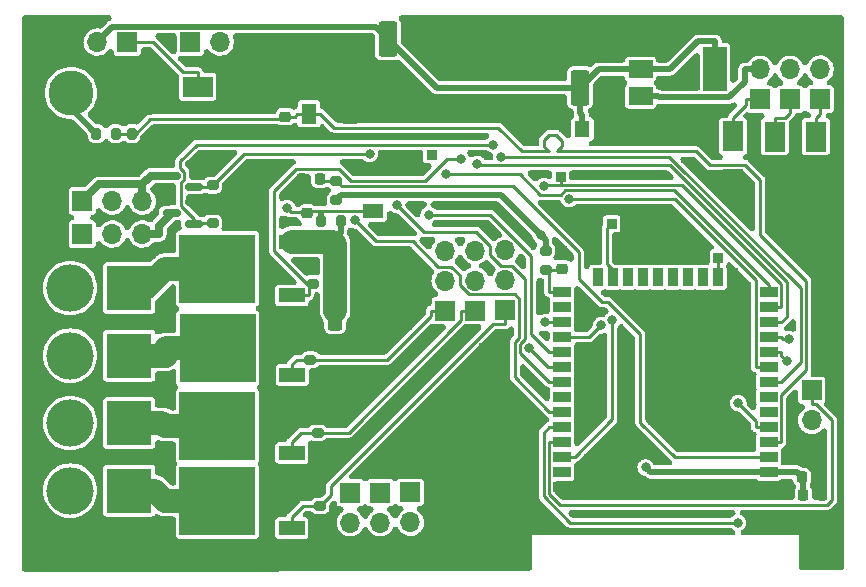
<source format=gbr>
%TF.GenerationSoftware,KiCad,Pcbnew,(6.0.10)*%
%TF.CreationDate,2023-02-01T19:36:09+01:00*%
%TF.ProjectId,jf-ecu32,6a662d65-6375-4333-922e-6b696361645f,rev?*%
%TF.SameCoordinates,Original*%
%TF.FileFunction,Copper,L1,Top*%
%TF.FilePolarity,Positive*%
%FSLAX46Y46*%
G04 Gerber Fmt 4.6, Leading zero omitted, Abs format (unit mm)*
G04 Created by KiCad (PCBNEW (6.0.10)) date 2023-02-01 19:36:09*
%MOMM*%
%LPD*%
G01*
G04 APERTURE LIST*
G04 Aperture macros list*
%AMRoundRect*
0 Rectangle with rounded corners*
0 $1 Rounding radius*
0 $2 $3 $4 $5 $6 $7 $8 $9 X,Y pos of 4 corners*
0 Add a 4 corners polygon primitive as box body*
4,1,4,$2,$3,$4,$5,$6,$7,$8,$9,$2,$3,0*
0 Add four circle primitives for the rounded corners*
1,1,$1+$1,$2,$3*
1,1,$1+$1,$4,$5*
1,1,$1+$1,$6,$7*
1,1,$1+$1,$8,$9*
0 Add four rect primitives between the rounded corners*
20,1,$1+$1,$2,$3,$4,$5,0*
20,1,$1+$1,$4,$5,$6,$7,0*
20,1,$1+$1,$6,$7,$8,$9,0*
20,1,$1+$1,$8,$9,$2,$3,0*%
G04 Aperture macros list end*
%TA.AperFunction,SMDPad,CuDef*%
%ADD10R,1.500000X0.900000*%
%TD*%
%TA.AperFunction,SMDPad,CuDef*%
%ADD11R,0.900000X1.500000*%
%TD*%
%TA.AperFunction,SMDPad,CuDef*%
%ADD12R,1.050000X1.050000*%
%TD*%
%TA.AperFunction,HeatsinkPad*%
%ADD13C,0.475000*%
%TD*%
%TA.AperFunction,SMDPad,CuDef*%
%ADD14R,4.200000X4.200000*%
%TD*%
%TA.AperFunction,ComponentPad*%
%ADD15R,0.850000X0.850000*%
%TD*%
%TA.AperFunction,SMDPad,CuDef*%
%ADD16R,2.200000X1.200000*%
%TD*%
%TA.AperFunction,SMDPad,CuDef*%
%ADD17R,6.400000X5.800000*%
%TD*%
%TA.AperFunction,SMDPad,CuDef*%
%ADD18RoundRect,0.200000X-0.200000X-0.275000X0.200000X-0.275000X0.200000X0.275000X-0.200000X0.275000X0*%
%TD*%
%TA.AperFunction,SMDPad,CuDef*%
%ADD19RoundRect,0.225000X0.250000X-0.225000X0.250000X0.225000X-0.250000X0.225000X-0.250000X-0.225000X0*%
%TD*%
%TA.AperFunction,SMDPad,CuDef*%
%ADD20RoundRect,0.225000X0.225000X0.250000X-0.225000X0.250000X-0.225000X-0.250000X0.225000X-0.250000X0*%
%TD*%
%TA.AperFunction,SMDPad,CuDef*%
%ADD21RoundRect,0.250000X-0.550000X1.250000X-0.550000X-1.250000X0.550000X-1.250000X0.550000X1.250000X0*%
%TD*%
%TA.AperFunction,ComponentPad*%
%ADD22R,1.700000X1.700000*%
%TD*%
%TA.AperFunction,ComponentPad*%
%ADD23O,1.700000X1.700000*%
%TD*%
%TA.AperFunction,SMDPad,CuDef*%
%ADD24R,1.300000X1.400000*%
%TD*%
%TA.AperFunction,SMDPad,CuDef*%
%ADD25RoundRect,0.200000X0.275000X-0.200000X0.275000X0.200000X-0.275000X0.200000X-0.275000X-0.200000X0*%
%TD*%
%TA.AperFunction,SMDPad,CuDef*%
%ADD26R,1.800000X2.500000*%
%TD*%
%TA.AperFunction,ComponentPad*%
%ADD27R,3.800000X3.800000*%
%TD*%
%TA.AperFunction,ComponentPad*%
%ADD28C,4.000000*%
%TD*%
%TA.AperFunction,SMDPad,CuDef*%
%ADD29RoundRect,0.250000X-0.362500X-1.425000X0.362500X-1.425000X0.362500X1.425000X-0.362500X1.425000X0*%
%TD*%
%TA.AperFunction,SMDPad,CuDef*%
%ADD30R,2.500000X1.800000*%
%TD*%
%TA.AperFunction,SMDPad,CuDef*%
%ADD31R,1.300000X1.700000*%
%TD*%
%TA.AperFunction,ComponentPad*%
%ADD32C,3.800000*%
%TD*%
%TA.AperFunction,SMDPad,CuDef*%
%ADD33R,1.700000X1.300000*%
%TD*%
%TA.AperFunction,SMDPad,CuDef*%
%ADD34RoundRect,0.150000X0.587500X0.150000X-0.587500X0.150000X-0.587500X-0.150000X0.587500X-0.150000X0*%
%TD*%
%TA.AperFunction,SMDPad,CuDef*%
%ADD35R,2.000000X1.500000*%
%TD*%
%TA.AperFunction,SMDPad,CuDef*%
%ADD36R,2.000000X3.800000*%
%TD*%
%TA.AperFunction,SMDPad,CuDef*%
%ADD37RoundRect,0.225000X-0.250000X0.225000X-0.250000X-0.225000X0.250000X-0.225000X0.250000X0.225000X0*%
%TD*%
%TA.AperFunction,SMDPad,CuDef*%
%ADD38RoundRect,0.225000X-0.225000X-0.250000X0.225000X-0.250000X0.225000X0.250000X-0.225000X0.250000X0*%
%TD*%
%TA.AperFunction,SMDPad,CuDef*%
%ADD39RoundRect,0.200000X-0.275000X0.200000X-0.275000X-0.200000X0.275000X-0.200000X0.275000X0.200000X0*%
%TD*%
%TA.AperFunction,SMDPad,CuDef*%
%ADD40RoundRect,0.250000X0.550000X-1.250000X0.550000X1.250000X-0.550000X1.250000X-0.550000X-1.250000X0*%
%TD*%
%TA.AperFunction,ViaPad*%
%ADD41C,0.400000*%
%TD*%
%TA.AperFunction,ViaPad*%
%ADD42C,0.800000*%
%TD*%
%TA.AperFunction,Conductor*%
%ADD43C,0.250000*%
%TD*%
%TA.AperFunction,Conductor*%
%ADD44C,0.500000*%
%TD*%
%TA.AperFunction,Conductor*%
%ADD45C,2.000000*%
%TD*%
%TA.AperFunction,Conductor*%
%ADD46C,0.700000*%
%TD*%
G04 APERTURE END LIST*
D10*
%TO.P,U1,1,GND*%
%TO.N,GND*%
X76928600Y-190835600D03*
%TO.P,U1,2,VDD*%
%TO.N,V_CPU*%
X76928600Y-189565600D03*
%TO.P,U1,3,EN*%
%TO.N,Net-(C7-Pad1)*%
X76928600Y-188295600D03*
%TO.P,U1,4,SENSOR_VP*%
%TO.N,VBAT_ADC*%
X76928600Y-187025600D03*
%TO.P,U1,5,SENSOR_VN*%
%TO.N,GLOW_CURRENT*%
X76928600Y-185755600D03*
%TO.P,U1,6,IO34*%
%TO.N,unconnected-(U1-Pad6)*%
X76928600Y-184485600D03*
%TO.P,U1,7,IO35*%
%TO.N,unconnected-(U1-Pad7)*%
X76928600Y-183215600D03*
%TO.P,U1,8,IO32*%
%TO.N,PPM_STARTER_3.3*%
X76928600Y-181945600D03*
%TO.P,U1,9,IO33*%
%TO.N,PPM_PWM_PUMP1_3.3*%
X76928600Y-180675600D03*
%TO.P,U1,10,IO25*%
%TO.N,PPM_PWM_PUMP2_3.3*%
X76928600Y-179405600D03*
%TO.P,U1,11,IO26*%
%TO.N,PPM_GAZ*%
X76928600Y-178135600D03*
%TO.P,U1,12,IO27*%
%TO.N,PWM_GLOW_3.3*%
X76928600Y-176865600D03*
%TO.P,U1,13,IO14*%
%TO.N,PWM_KEROSTART_3.3*%
X76928600Y-175595600D03*
%TO.P,U1,14,IO12*%
%TO.N,PWM_KERO_3.3*%
X76928600Y-174325600D03*
D11*
%TO.P,U1,15,GND*%
%TO.N,GND*%
X73888600Y-173075600D03*
%TO.P,U1,16,IO13*%
%TO.N,TCK*%
X72618600Y-173075600D03*
%TO.P,U1,17,SHD/SD2*%
%TO.N,unconnected-(U1-Pad17)*%
X71348600Y-173075600D03*
%TO.P,U1,18,SWP/SD3*%
%TO.N,unconnected-(U1-Pad18)*%
X70078600Y-173075600D03*
%TO.P,U1,19,SCS/CMD*%
%TO.N,unconnected-(U1-Pad19)*%
X68808600Y-173075600D03*
%TO.P,U1,20,SCK/CLK*%
%TO.N,unconnected-(U1-Pad20)*%
X67538600Y-173075600D03*
%TO.P,U1,21,SDO/SD0*%
%TO.N,unconnected-(U1-Pad21)*%
X66268600Y-173075600D03*
%TO.P,U1,22,SDI/SD1*%
%TO.N,unconnected-(U1-Pad22)*%
X64998600Y-173075600D03*
%TO.P,U1,23,IO15*%
%TO.N,TDO*%
X63728600Y-173075600D03*
%TO.P,U1,24,IO2*%
%TO.N,unconnected-(U1-Pad24)*%
X62458600Y-173075600D03*
D10*
%TO.P,U1,25,IO0*%
%TO.N,Net-(BOOT1-Pad1)*%
X59428600Y-174325600D03*
%TO.P,U1,26,IO4*%
%TO.N,unconnected-(U1-Pad26)*%
X59428600Y-175595600D03*
%TO.P,U1,27,IO16*%
%TO.N,Net-(R14-Pad1)*%
X59428600Y-176865600D03*
%TO.P,U1,28,IO17*%
%TO.N,TX2*%
X59428600Y-178135600D03*
%TO.P,U1,29,IO5*%
%TO.N,CS*%
X59428600Y-179405600D03*
%TO.P,U1,30,IO18*%
%TO.N,CLK*%
X59428600Y-180675600D03*
%TO.P,U1,31,IO19*%
%TO.N,MISO*%
X59428600Y-181945600D03*
%TO.P,U1,32,NC*%
%TO.N,unconnected-(U1-Pad32)*%
X59428600Y-183215600D03*
%TO.P,U1,33,IO21*%
%TO.N,RPM*%
X59428600Y-184485600D03*
%TO.P,U1,34,RXD0/IO3*%
%TO.N,Net-(J19-Pad2)*%
X59428600Y-185755600D03*
%TO.P,U1,35,TXD0/IO1*%
%TO.N,Net-(J19-Pad1)*%
X59428600Y-187025600D03*
%TO.P,U1,36,IO22*%
%TO.N,AUX*%
X59428600Y-188295600D03*
%TO.P,U1,37,IO23*%
%TO.N,MOSI*%
X59428600Y-189565600D03*
%TO.P,U1,38,GND*%
%TO.N,GND*%
X59428600Y-190835600D03*
D12*
%TO.P,U1,39,GND*%
X68858600Y-183495600D03*
D13*
X68096100Y-185020600D03*
X67333600Y-182733100D03*
X69621100Y-183495600D03*
X67333600Y-184258100D03*
D12*
X70383600Y-181970600D03*
X70383600Y-183495600D03*
D14*
X68858600Y-183495600D03*
D13*
X68096100Y-183495600D03*
X68858600Y-184258100D03*
X68096100Y-181970600D03*
D12*
X68858600Y-181970600D03*
D13*
X69621100Y-185020600D03*
D12*
X67333600Y-185020600D03*
X68858600Y-185020600D03*
D13*
X70383600Y-184258100D03*
X68858600Y-182733100D03*
X70383600Y-182733100D03*
D12*
X70383600Y-185020600D03*
X67333600Y-183495600D03*
X67333600Y-181970600D03*
D13*
X69621100Y-181970600D03*
%TD*%
D15*
%TO.P,GND,1,Pin_1*%
%TO.N,GND*%
X65278000Y-168529000D03*
%TD*%
%TO.P,TMS,1,Pin_1*%
%TO.N,PWM_KEROSTART_3.3*%
X59309000Y-164592000D03*
%TD*%
%TO.P,TDO,1,Pin_1*%
%TO.N,TDO*%
X63627000Y-168529000D03*
%TD*%
%TO.P,TCK,1,Pin_1*%
%TO.N,TCK*%
X72644000Y-171450000D03*
%TD*%
%TO.P,TDI,1,Pin_1*%
%TO.N,PWM_KERO_3.3*%
X48387000Y-162687000D03*
%TD*%
D16*
%TO.P,Q5,1,G*%
%TO.N,Net-(J13-Pad1)*%
X36550000Y-187955000D03*
D17*
%TO.P,Q5,2,D*%
%TO.N,Net-(D13-Pad2)*%
X30250000Y-185675000D03*
D16*
%TO.P,Q5,3,S*%
%TO.N,GND*%
X36550000Y-183395000D03*
%TD*%
%TO.P,Q6,1,G*%
%TO.N,Net-(J16-Pad1)*%
X36550000Y-194305000D03*
D17*
%TO.P,Q6,2,D*%
%TO.N,Net-(D15-Pad2)*%
X30250000Y-192025000D03*
D16*
%TO.P,Q6,3,S*%
%TO.N,GND*%
X36550000Y-189745000D03*
%TD*%
D18*
%TO.P,R4,1*%
%TO.N,VBAT_ADC*%
X23013000Y-160909000D03*
%TO.P,R4,2*%
%TO.N,GND*%
X24663000Y-160909000D03*
%TD*%
D19*
%TO.P,C2,1*%
%TO.N,GLOW_CURRENT*%
X37846000Y-167653000D03*
%TO.P,C2,2*%
%TO.N,GND*%
X37846000Y-166103000D03*
%TD*%
%TO.P,BOOT1,1*%
%TO.N,Net-(BOOT1-Pad1)*%
X59461400Y-172365000D03*
%TO.P,BOOT1,2*%
%TO.N,GND*%
X59461400Y-170815000D03*
%TD*%
D20*
%TO.P,C7,2*%
%TO.N,GND*%
X37388200Y-164744400D03*
%TO.P,C7,1*%
%TO.N,Net-(C7-Pad1)*%
X38938200Y-164744400D03*
%TD*%
D21*
%TO.P,C4,1*%
%TO.N,V_CPU*%
X44704000Y-152908000D03*
%TO.P,C4,2*%
%TO.N,GND*%
X44704000Y-157308000D03*
%TD*%
D22*
%TO.P,J16,1,Pin_1*%
%TO.N,Net-(J16-Pad1)*%
X54610000Y-175880000D03*
D23*
%TO.P,J16,2,Pin_2*%
%TO.N,PPM_PWM_PUMP2*%
X54610000Y-173340000D03*
%TO.P,J16,3,Pin_3*%
%TO.N,Net-(D16-Pad1)*%
X54610000Y-170800000D03*
%TD*%
D24*
%TO.P,D17,1,A1*%
%TO.N,V_CPU*%
X61161000Y-160528000D03*
%TO.P,D17,2,A2*%
%TO.N,GND*%
X64061000Y-160528000D03*
%TD*%
D22*
%TO.P,J19,1,Pin_1*%
%TO.N,Net-(J19-Pad1)*%
X80568800Y-182651400D03*
D23*
%TO.P,J19,2,Pin_2*%
%TO.N,Net-(J19-Pad2)*%
X80568800Y-185191400D03*
%TO.P,J19,3,Pin_3*%
%TO.N,GND*%
X80568800Y-187731400D03*
%TD*%
D18*
%TO.P,R3,2*%
%TO.N,VBAT_ADC*%
X21653000Y-160909000D03*
%TO.P,R3,1*%
%TO.N,+BATT*%
X20003000Y-160909000D03*
%TD*%
D25*
%TO.P,R11,1*%
%TO.N,PWM_GLOW*%
X38354000Y-173608000D03*
%TO.P,R11,2*%
%TO.N,GND*%
X38354000Y-171958000D03*
%TD*%
D22*
%TO.P,J18,1,Pin_1*%
%TO.N,Net-(D16-Pad1)*%
X46583600Y-191287400D03*
D23*
%TO.P,J18,2,Pin_2*%
%TO.N,unconnected-(J18-Pad2)*%
X46583600Y-193827400D03*
%TO.P,J18,3,Pin_3*%
%TO.N,GND*%
X46583600Y-196367400D03*
%TD*%
D22*
%TO.P,J7,1,Pin_1*%
%TO.N,Net-(D7-Pad2)*%
X18811000Y-166624000D03*
D23*
%TO.P,J7,2,Pin_2*%
%TO.N,+BATT*%
X21351000Y-166624000D03*
%TO.P,J7,3,Pin_3*%
%TO.N,Net-(D7-Pad2)*%
X23891000Y-166624000D03*
%TD*%
D26*
%TO.P,D12,1,K*%
%TO.N,TX2*%
X80924400Y-161163000D03*
%TO.P,D12,2,A*%
%TO.N,GND*%
X80924400Y-165163000D03*
%TD*%
D22*
%TO.P,J4,1,Pin_1*%
%TO.N,Net-(D4-Pad1)*%
X41503600Y-191317400D03*
D23*
%TO.P,J4,2,Pin_2*%
%TO.N,unconnected-(J4-Pad2)*%
X41503600Y-193857400D03*
%TO.P,J4,3,Pin_3*%
%TO.N,GND*%
X41503600Y-196397400D03*
%TD*%
D22*
%TO.P,J15,1,Pin_1*%
%TO.N,Net-(D14-Pad1)*%
X44043600Y-191317400D03*
D23*
%TO.P,J15,2,Pin_2*%
%TO.N,unconnected-(J15-Pad2)*%
X44043600Y-193857400D03*
%TO.P,J15,3,Pin_3*%
%TO.N,GND*%
X44043600Y-196397400D03*
%TD*%
D22*
%TO.P,J10,1,Pin_1*%
%TO.N,Net-(J10-Pad1)*%
X27940000Y-153162000D03*
D23*
%TO.P,J10,2,Pin_2*%
%TO.N,Net-(J10-Pad2)*%
X30480000Y-153162000D03*
%TD*%
D25*
%TO.P,R7,1*%
%TO.N,Net-(J13-Pad1)*%
X38735000Y-186245000D03*
%TO.P,R7,2*%
%TO.N,GND*%
X38735000Y-184595000D03*
%TD*%
%TO.P,R12,1*%
%TO.N,PWM_KERO*%
X29845000Y-165290000D03*
%TO.P,R12,2*%
%TO.N,GND*%
X29845000Y-163640000D03*
%TD*%
D27*
%TO.P,J9,1,Pin_1*%
%TO.N,Net-(D3-Pad2)*%
X22780000Y-179705000D03*
D28*
%TO.P,J9,2,Pin_2*%
%TO.N,+BATT*%
X17780000Y-179705000D03*
%TD*%
D16*
%TO.P,Q4,1,G*%
%TO.N,Net-(J3-Pad1)*%
X36585000Y-181350000D03*
D17*
%TO.P,Q4,2,D*%
%TO.N,Net-(D3-Pad2)*%
X30285000Y-179070000D03*
D16*
%TO.P,Q4,3,S*%
%TO.N,GND*%
X36585000Y-176790000D03*
%TD*%
D29*
%TO.P,R2,1*%
%TO.N,Net-(Q2-Pad3)*%
X40217500Y-172085000D03*
%TO.P,R2,2*%
%TO.N,GND*%
X46142500Y-172085000D03*
%TD*%
D30*
%TO.P,D11,1,K*%
%TO.N,RPM*%
X28588200Y-156946600D03*
%TO.P,D11,2,A*%
%TO.N,GND*%
X32588200Y-156946600D03*
%TD*%
D22*
%TO.P,J6,1,Pin_1*%
%TO.N,Net-(D9-Pad2)*%
X18811000Y-169418000D03*
D23*
%TO.P,J6,2,Pin_2*%
%TO.N,+BATT*%
X21351000Y-169418000D03*
%TO.P,J6,3,Pin_3*%
%TO.N,Net-(D9-Pad2)*%
X23891000Y-169418000D03*
%TD*%
D31*
%TO.P,D18,1,K*%
%TO.N,VBAT_ADC*%
X38001000Y-159232600D03*
%TO.P,D18,2,A*%
%TO.N,GND*%
X41501000Y-159232600D03*
%TD*%
D22*
%TO.P,J3,1,Pin_1*%
%TO.N,Net-(J3-Pad1)*%
X49530000Y-175895000D03*
D23*
%TO.P,J3,2,Pin_2*%
%TO.N,PPM_PWM_STARTER*%
X49530000Y-173355000D03*
%TO.P,J3,3,Pin_3*%
%TO.N,Net-(D4-Pad1)*%
X49530000Y-170815000D03*
%TD*%
D16*
%TO.P,Q2,1,G*%
%TO.N,PWM_GLOW*%
X36550000Y-174620000D03*
D17*
%TO.P,Q2,2,D*%
%TO.N,Net-(D10-Pad2)*%
X30250000Y-172340000D03*
D16*
%TO.P,Q2,3,S*%
%TO.N,Net-(Q2-Pad3)*%
X36550000Y-170060000D03*
%TD*%
D27*
%TO.P,J8,1,Pin_1*%
%TO.N,GND*%
X22860000Y-157480000D03*
D32*
%TO.P,J8,2,Pin_2*%
%TO.N,+BATT*%
X17860000Y-157480000D03*
%TD*%
D25*
%TO.P,R10,1*%
%TO.N,PWM_KEROSTART*%
X29845000Y-168465000D03*
%TO.P,R10,2*%
%TO.N,GND*%
X29845000Y-166815000D03*
%TD*%
D33*
%TO.P,D19,1,K*%
%TO.N,GLOW_CURRENT*%
X43434000Y-167434200D03*
%TO.P,D19,2,A*%
%TO.N,GND*%
X43434000Y-163934200D03*
%TD*%
D29*
%TO.P,R1,1*%
%TO.N,Net-(Q2-Pad3)*%
X40217500Y-175895000D03*
%TO.P,R1,2*%
%TO.N,GND*%
X46142500Y-175895000D03*
%TD*%
D18*
%TO.P,R6,1*%
%TO.N,GLOW_CURRENT*%
X39053000Y-168275000D03*
%TO.P,R6,2*%
%TO.N,Net-(Q2-Pad3)*%
X40703000Y-168275000D03*
%TD*%
D34*
%TO.P,Q1,1,G*%
%TO.N,PWM_KERO*%
X28242500Y-165415000D03*
%TO.P,Q1,2,S*%
%TO.N,GND*%
X28242500Y-163515000D03*
%TO.P,Q1,3,D*%
%TO.N,Net-(D7-Pad2)*%
X26367500Y-164465000D03*
%TD*%
D35*
%TO.P,U4,1,GND*%
%TO.N,GND*%
X66090000Y-153148000D03*
D36*
%TO.P,U4,2,VO*%
%TO.N,V_CPU*%
X72390000Y-155448000D03*
D35*
X66090000Y-155448000D03*
%TO.P,U4,3,VI*%
%TO.N,VDC*%
X66090000Y-157748000D03*
%TD*%
D22*
%TO.P,J1,1,Pin_1*%
%TO.N,PPM_GAZ_5V*%
X76200000Y-158003000D03*
D23*
%TO.P,J1,2,Pin_2*%
%TO.N,VDC*%
X76200000Y-155463000D03*
%TO.P,J1,3,Pin_3*%
%TO.N,GND*%
X76200000Y-152923000D03*
%TD*%
D27*
%TO.P,J17,1,Pin_1*%
%TO.N,Net-(D15-Pad2)*%
X22780000Y-191135000D03*
D28*
%TO.P,J17,2,Pin_2*%
%TO.N,+BATT*%
X17780000Y-191135000D03*
%TD*%
D25*
%TO.P,R8,1*%
%TO.N,Net-(J16-Pad1)*%
X38957500Y-192430000D03*
%TO.P,R8,2*%
%TO.N,GND*%
X38957500Y-190780000D03*
%TD*%
D37*
%TO.P,C1,1*%
%TO.N,VBAT_ADC*%
X35991800Y-159473600D03*
%TO.P,C1,2*%
%TO.N,GND*%
X35991800Y-161023600D03*
%TD*%
D28*
%TO.P,J5,2,Pin_2*%
%TO.N,+BATT*%
X17780000Y-173990000D03*
D27*
%TO.P,J5,1,Pin_1*%
%TO.N,Net-(D10-Pad2)*%
X22780000Y-173990000D03*
%TD*%
D22*
%TO.P,J12,1,Pin_1*%
%TO.N,TX2*%
X81280000Y-157988000D03*
D23*
%TO.P,J12,2,Pin_2*%
%TO.N,unconnected-(J12-Pad2)*%
X81280000Y-155448000D03*
%TO.P,J12,3,Pin_3*%
%TO.N,GND*%
X81280000Y-152908000D03*
%TD*%
D22*
%TO.P,J13,1,Pin_1*%
%TO.N,Net-(J13-Pad1)*%
X52070000Y-175895000D03*
D23*
%TO.P,J13,2,Pin_2*%
%TO.N,PPM_PWM_PUMP1*%
X52070000Y-173355000D03*
%TO.P,J13,3,Pin_3*%
%TO.N,Net-(D14-Pad1)*%
X52070000Y-170815000D03*
%TD*%
D38*
%TO.P,C8,1*%
%TO.N,V_CPU*%
X79756000Y-189992000D03*
%TO.P,C8,2*%
%TO.N,GND*%
X81306000Y-189992000D03*
%TD*%
D39*
%TO.P,R13,1*%
%TO.N,V_CPU*%
X58039000Y-170815000D03*
%TO.P,R13,2*%
%TO.N,Net-(BOOT1-Pad1)*%
X58039000Y-172465000D03*
%TD*%
D25*
%TO.P,R9,1*%
%TO.N,Net-(J3-Pad1)*%
X38132500Y-180060000D03*
%TO.P,R9,2*%
%TO.N,GND*%
X38132500Y-178410000D03*
%TD*%
%TO.P,R5,1*%
%TO.N,V_CPU*%
X40305000Y-166552700D03*
%TO.P,R5,2*%
%TO.N,Net-(C7-Pad1)*%
X40305000Y-164902700D03*
%TD*%
D22*
%TO.P,J2,1,Pin_1*%
%TO.N,AUX_5V*%
X78740000Y-158003000D03*
D23*
%TO.P,J2,2,Pin_2*%
%TO.N,unconnected-(J2-Pad2)*%
X78740000Y-155463000D03*
%TO.P,J2,3,Pin_3*%
%TO.N,GND*%
X78740000Y-152923000D03*
%TD*%
D22*
%TO.P,J11,1,Pin_1*%
%TO.N,RPM*%
X22606000Y-153162000D03*
D23*
%TO.P,J11,2,Pin_2*%
%TO.N,V_CPU*%
X20066000Y-153162000D03*
%TO.P,J11,3,Pin_3*%
%TO.N,GND*%
X17526000Y-153162000D03*
%TD*%
D26*
%TO.P,D5,1,K*%
%TO.N,PPM_GAZ_5V*%
X73914000Y-161144200D03*
%TO.P,D5,2,A*%
%TO.N,GND*%
X73914000Y-165144200D03*
%TD*%
D40*
%TO.P,C3,1*%
%TO.N,V_CPU*%
X60960000Y-157013000D03*
%TO.P,C3,2*%
%TO.N,GND*%
X60960000Y-152613000D03*
%TD*%
D38*
%TO.P,C9,1*%
%TO.N,V_CPU*%
X79870000Y-191516000D03*
%TO.P,C9,2*%
%TO.N,GND*%
X81420000Y-191516000D03*
%TD*%
D34*
%TO.P,Q3,1,G*%
%TO.N,PWM_KEROSTART*%
X28242500Y-168590000D03*
%TO.P,Q3,2,S*%
%TO.N,GND*%
X28242500Y-166690000D03*
%TO.P,Q3,3,D*%
%TO.N,Net-(D9-Pad2)*%
X26367500Y-167640000D03*
%TD*%
D27*
%TO.P,J14,1,Pin_1*%
%TO.N,Net-(D13-Pad2)*%
X22780000Y-185420000D03*
D28*
%TO.P,J14,2,Pin_2*%
%TO.N,+BATT*%
X17780000Y-185420000D03*
%TD*%
D26*
%TO.P,D8,1,K*%
%TO.N,AUX_5V*%
X77444600Y-161163000D03*
%TO.P,D8,2,A*%
%TO.N,GND*%
X77444600Y-165163000D03*
%TD*%
D41*
%TO.N,GND*%
X44831000Y-168656000D03*
X44831000Y-177546000D03*
X44069000Y-177546000D03*
X44069000Y-176911000D03*
X44831000Y-176911000D03*
X44831000Y-176276000D03*
X44069000Y-176276000D03*
X44069000Y-175641000D03*
X44831000Y-175641000D03*
X44831000Y-175006000D03*
X44069000Y-175006000D03*
X44323000Y-170942000D03*
X44323000Y-171577000D03*
X44323000Y-172212000D03*
X44323000Y-172847000D03*
X43561000Y-172847000D03*
X43561000Y-172212000D03*
X43561000Y-171577000D03*
X43561000Y-170942000D03*
X46482000Y-176276000D03*
X46482000Y-176784000D03*
X46355000Y-177292000D03*
X45847000Y-177292000D03*
X45847000Y-176784000D03*
X45847000Y-176276000D03*
X45847000Y-175768000D03*
X46482000Y-175260000D03*
X45847000Y-175260000D03*
X45847000Y-174752000D03*
X46482000Y-174752000D03*
X39243000Y-158115000D03*
X60706000Y-168275000D03*
X59436000Y-170815000D03*
X44450000Y-157607000D03*
X45085000Y-158242000D03*
X44450000Y-158242000D03*
X40005000Y-158750000D03*
X40005000Y-158115000D03*
X39243000Y-161036000D03*
X40894000Y-163322000D03*
X48768000Y-161163000D03*
X45593000Y-163957000D03*
X46990000Y-163830000D03*
X47117000Y-162687000D03*
X45720000Y-162687000D03*
X44958000Y-162687000D03*
X30734000Y-161036000D03*
X31242000Y-161036000D03*
X31750000Y-161036000D03*
X32258000Y-161036000D03*
X32258000Y-160528000D03*
X31750000Y-160528000D03*
X31242000Y-160528000D03*
X30734000Y-160528000D03*
X46482000Y-175768000D03*
X46482000Y-171196000D03*
X46482000Y-171704000D03*
X46482000Y-172212000D03*
X46482000Y-172720000D03*
X46482000Y-173228000D03*
X45974000Y-173228000D03*
X45974000Y-172720000D03*
X45974000Y-172212000D03*
X45974000Y-171704000D03*
X45974000Y-171196000D03*
X45974000Y-170688000D03*
X38354000Y-171958000D03*
X42418000Y-182880000D03*
X42418000Y-182372000D03*
X42418000Y-181864000D03*
X41910000Y-181864000D03*
X41910000Y-182372000D03*
X41910000Y-182880000D03*
X41402000Y-182880000D03*
X41402000Y-182372000D03*
X41402000Y-181864000D03*
X41402000Y-181356000D03*
X41910000Y-181356000D03*
X42418000Y-181356000D03*
X42418000Y-180848000D03*
X41910000Y-180848000D03*
X41402000Y-180848000D03*
X33020000Y-156946600D03*
X55880000Y-160528000D03*
X74930000Y-166624000D03*
X74422000Y-175514000D03*
X74168000Y-166878000D03*
X48260000Y-194310000D03*
X54610000Y-180594000D03*
X49530000Y-182118000D03*
X64770000Y-179578000D03*
X71882000Y-176530000D03*
X16002000Y-162560000D03*
X72390000Y-182880000D03*
X33020000Y-156464000D03*
X62992000Y-190246000D03*
X17018000Y-151384000D03*
X53086000Y-197358000D03*
X67818000Y-156718000D03*
X64516000Y-191571400D03*
X26416000Y-158496000D03*
X60706000Y-183134000D03*
X35052000Y-197104000D03*
X77724000Y-163068000D03*
X68072000Y-191389000D03*
X52578000Y-178816000D03*
X78486000Y-193802000D03*
X79502000Y-168402000D03*
X68580000Y-167132000D03*
X75438000Y-186182000D03*
X75692000Y-186944000D03*
X36068000Y-157988000D03*
X17272000Y-196596000D03*
X81026000Y-165862000D03*
X16002000Y-161544000D03*
X76200000Y-163576000D03*
X27940000Y-159004000D03*
X25908000Y-156210000D03*
X69596000Y-191008000D03*
X64632033Y-183271967D03*
X23114000Y-194818000D03*
X70358000Y-155956000D03*
X50292000Y-186690000D03*
X27432000Y-159004000D03*
X73914000Y-176022000D03*
X56388000Y-152654000D03*
X71374000Y-175768000D03*
X59690000Y-194564000D03*
X48260000Y-181356000D03*
X78740000Y-168910000D03*
X52578000Y-182118000D03*
X64008000Y-159004000D03*
X49022000Y-180086000D03*
X15494000Y-159766000D03*
X34798000Y-179578000D03*
X64008000Y-171704000D03*
X81534000Y-165862000D03*
X45720000Y-180848000D03*
X60706000Y-179832000D03*
X81280000Y-174244000D03*
X26416000Y-159004000D03*
X82550000Y-180848000D03*
X26416000Y-156972000D03*
X81026000Y-197612000D03*
X72390000Y-193040000D03*
X27432000Y-154686000D03*
X73152000Y-174498000D03*
X60960000Y-185420000D03*
X24511000Y-154813000D03*
X35991800Y-161023600D03*
X17272000Y-154940000D03*
X81534000Y-165100000D03*
X52070000Y-153416000D03*
X74422000Y-186182000D03*
X14986000Y-157734000D03*
X68834000Y-177546000D03*
X54102000Y-177800000D03*
X17018000Y-194818000D03*
X56642000Y-197612000D03*
X36830000Y-161036000D03*
X77216000Y-164084000D03*
X14986000Y-159258000D03*
X71628000Y-164338000D03*
X25146000Y-155448000D03*
X54102000Y-179832000D03*
X37592000Y-166116000D03*
X56642000Y-159766000D03*
X37338000Y-153924000D03*
X24892000Y-194564000D03*
X65278000Y-175768000D03*
X56134000Y-186690000D03*
X53848000Y-155702000D03*
X62992000Y-183134000D03*
X32512000Y-156464000D03*
X27686000Y-195834000D03*
X60706000Y-184150000D03*
X73914000Y-165862000D03*
X37846000Y-153416000D03*
X15240000Y-162306000D03*
X15494000Y-154178000D03*
X50800000Y-181102000D03*
X69596000Y-175260000D03*
X45720000Y-183438800D03*
X64516000Y-180340000D03*
X15494000Y-158242000D03*
X66040000Y-169164000D03*
X74168000Y-165100000D03*
X60198000Y-168656000D03*
X64770000Y-187452000D03*
X69088000Y-190500000D03*
X14986000Y-158750000D03*
X52578000Y-152400000D03*
X32004000Y-156972000D03*
X36830000Y-165862000D03*
X25400000Y-152654000D03*
X24003000Y-154178000D03*
X77978000Y-166116000D03*
X62484000Y-160528000D03*
X68072000Y-175768000D03*
X67564000Y-161290000D03*
X54864000Y-178054000D03*
X72644000Y-187452000D03*
X61214000Y-167767000D03*
X60706000Y-181102000D03*
X67056000Y-167894000D03*
X36322000Y-165862000D03*
X71628000Y-174752000D03*
X56642000Y-151892000D03*
X73914000Y-173228000D03*
X75438000Y-187452000D03*
X65024000Y-159512000D03*
X74422000Y-153416000D03*
X28194000Y-154686000D03*
X55880000Y-159766000D03*
X66802000Y-151384000D03*
X16764000Y-154686000D03*
X37338000Y-164846000D03*
X27940000Y-197104000D03*
X72390000Y-175260000D03*
X36322000Y-166370000D03*
X62992000Y-181864000D03*
X22860000Y-154686000D03*
X35306000Y-160528000D03*
X34798000Y-176276000D03*
X23368000Y-154686000D03*
X15240000Y-161036000D03*
X55880000Y-183134000D03*
X75184000Y-174244000D03*
X15240000Y-161544000D03*
X52832000Y-189992000D03*
X65405000Y-174498000D03*
X64516000Y-167132000D03*
X74930000Y-185420000D03*
X32004000Y-156464000D03*
X61976000Y-171704000D03*
X71374000Y-190754000D03*
X71628000Y-191516000D03*
X45212000Y-183438800D03*
X51562000Y-192024000D03*
X36830000Y-160274000D03*
X54864000Y-181864000D03*
X38354000Y-176276000D03*
X54102000Y-190246000D03*
X68580000Y-169164000D03*
X69088000Y-156718000D03*
X70358000Y-169164000D03*
X56388000Y-160528000D03*
X61468000Y-186182000D03*
X20574000Y-154940000D03*
X53848000Y-154686000D03*
X76200000Y-163068000D03*
X63500000Y-187960000D03*
X26416000Y-152654000D03*
X74422000Y-179070000D03*
X67056000Y-171704000D03*
X70358000Y-180594000D03*
X70104000Y-161798000D03*
X65278000Y-181610000D03*
X49784000Y-179578000D03*
X81026000Y-164338000D03*
X51308000Y-191008000D03*
X76708000Y-164084000D03*
X70866000Y-156718000D03*
X62992000Y-186944000D03*
X54102000Y-182118000D03*
X62484000Y-169164000D03*
X34544000Y-176276000D03*
X69850000Y-159004000D03*
X15240000Y-151384000D03*
X38354000Y-175514000D03*
X69596000Y-171704000D03*
X73914000Y-181610000D03*
X73406000Y-165862000D03*
X62992000Y-159004000D03*
X64262000Y-175006000D03*
X62230000Y-193040000D03*
X47752000Y-189992000D03*
X15748000Y-161036000D03*
X19812000Y-154940000D03*
X32004000Y-157480000D03*
X78994000Y-166878000D03*
X66294000Y-175006000D03*
X62230000Y-184658000D03*
X53086000Y-193548000D03*
X15494000Y-155702000D03*
X74676000Y-176784000D03*
X73914000Y-185420000D03*
X54610000Y-152400000D03*
X34798000Y-177292000D03*
X72644000Y-179070000D03*
X48006000Y-193294000D03*
X27940000Y-158496000D03*
X45212000Y-181356000D03*
X64262000Y-151384000D03*
X70358000Y-176276000D03*
X75184000Y-177546000D03*
X68834000Y-151384000D03*
X60960000Y-186690000D03*
X44704000Y-181356000D03*
X56642000Y-155448000D03*
X36576000Y-165354000D03*
X65786000Y-186182000D03*
X72644000Y-164592000D03*
X64770000Y-181102000D03*
X22479000Y-155067000D03*
X76708000Y-163068000D03*
X81534000Y-164338000D03*
X14986000Y-155702000D03*
X65278000Y-179578000D03*
X53340000Y-188214000D03*
X65278000Y-190246000D03*
X71882000Y-162052000D03*
X60706000Y-189230000D03*
X34798000Y-191008000D03*
X37211000Y-157353000D03*
X70104000Y-160274000D03*
X74168000Y-190500000D03*
X70866000Y-154940000D03*
X53594000Y-184658000D03*
X34798000Y-172720000D03*
X61722000Y-183896000D03*
X74930000Y-179832000D03*
X48768000Y-182880000D03*
X82550000Y-197612000D03*
X63500000Y-174371000D03*
X36322000Y-153416000D03*
X72136000Y-187706000D03*
X77216000Y-163068000D03*
X56642000Y-188722000D03*
X74422000Y-164338000D03*
X39116000Y-179324000D03*
X73152000Y-176276000D03*
X35814000Y-166116000D03*
X68326000Y-160020000D03*
X25400000Y-196596000D03*
X18034000Y-154940000D03*
X57150000Y-161798000D03*
X62992000Y-161036000D03*
X55372000Y-182626000D03*
X21844000Y-155067000D03*
X74676000Y-173482000D03*
X15240000Y-156464000D03*
X76708000Y-163576000D03*
X19304000Y-151384000D03*
X67310000Y-180340000D03*
X62738000Y-184912000D03*
X22098000Y-154686000D03*
X73660000Y-152146000D03*
X38862000Y-177038000D03*
X38608000Y-174752000D03*
X27432000Y-158496000D03*
X51308000Y-177292000D03*
X73914000Y-187198000D03*
X30226000Y-196596000D03*
X23749000Y-155067000D03*
X32512000Y-157480000D03*
X15748000Y-162052000D03*
X14986000Y-154940000D03*
X60960000Y-190246000D03*
X45212000Y-180848000D03*
X80518000Y-196596000D03*
X35306000Y-157988000D03*
X65532000Y-171704000D03*
X81534000Y-171196000D03*
X67056000Y-174498000D03*
X57658000Y-160528000D03*
X81534000Y-195834000D03*
X70866000Y-158750000D03*
X57658000Y-182626000D03*
X72390000Y-151638000D03*
X82296000Y-169418000D03*
X65278000Y-180594000D03*
X66548000Y-177292000D03*
X15494000Y-154940000D03*
X37084000Y-179324000D03*
X35306000Y-192024000D03*
X37592000Y-176022000D03*
X45720000Y-183896000D03*
X62230000Y-185420000D03*
X80518000Y-164338000D03*
X74422000Y-165862000D03*
X35433000Y-186436000D03*
X21844000Y-196596000D03*
X55372000Y-160528000D03*
X49784000Y-187706000D03*
X80518000Y-165100000D03*
X73406000Y-164338000D03*
X73914000Y-164338000D03*
X44704000Y-181864000D03*
X61722000Y-167132000D03*
X80518000Y-165862000D03*
X76962000Y-164592000D03*
X48768000Y-195834000D03*
X55880000Y-159258000D03*
X37338000Y-154686000D03*
X81026000Y-165100000D03*
X68326000Y-171704000D03*
X75438000Y-168656000D03*
X15748000Y-152146000D03*
X70612000Y-175260000D03*
X54864000Y-154432000D03*
X44704000Y-180848000D03*
X77216000Y-163576000D03*
X18796000Y-154940000D03*
X50292000Y-195834000D03*
X23114000Y-155067000D03*
X32512000Y-196088000D03*
X33020000Y-157480000D03*
X69596000Y-179070000D03*
X16510000Y-151638000D03*
X81534000Y-178054000D03*
X77978000Y-165608000D03*
X66040000Y-193040000D03*
X48514000Y-197358000D03*
X48768000Y-180848000D03*
X66040000Y-160274000D03*
X60579000Y-191571400D03*
X15748000Y-159258000D03*
X16002000Y-155448000D03*
X19304000Y-154686000D03*
X53848000Y-153670000D03*
X75184000Y-180594000D03*
X61468000Y-188214000D03*
X38100000Y-196850000D03*
X36322000Y-154178000D03*
X34798000Y-183896000D03*
X56642000Y-194564000D03*
X15748000Y-153416000D03*
X55118000Y-177546000D03*
X68072000Y-176530000D03*
X18034000Y-151638000D03*
X45212000Y-183896000D03*
X72898000Y-180594000D03*
X64262000Y-179070000D03*
X77724000Y-163576000D03*
X69088000Y-174498000D03*
X61214000Y-184912000D03*
X64770000Y-188468000D03*
X32512000Y-156972000D03*
X72136000Y-165354000D03*
X81026000Y-193802000D03*
X39624000Y-179324000D03*
X68072000Y-180340000D03*
X73660000Y-165100000D03*
X38100000Y-166116000D03*
X26924000Y-158496000D03*
X57150000Y-192024000D03*
X64008000Y-186436000D03*
X50292000Y-184404000D03*
X26416000Y-153670000D03*
X52324000Y-177292000D03*
X71628000Y-161036000D03*
X51054000Y-178054000D03*
X63246000Y-188976000D03*
X50546000Y-151638000D03*
X52324000Y-186436000D03*
X35306000Y-185166000D03*
X26924000Y-159004000D03*
X72136000Y-159766000D03*
X56642000Y-159258000D03*
X51562000Y-154940000D03*
X49022000Y-153162000D03*
X74168000Y-155956000D03*
X55372000Y-187960000D03*
X65024000Y-179070000D03*
X73406000Y-191262000D03*
X29083000Y-154686000D03*
X24003000Y-154686000D03*
X73152000Y-158750000D03*
X64516000Y-168402000D03*
X62992000Y-156718000D03*
X56388000Y-161798000D03*
X52832000Y-154686000D03*
X26416000Y-153162000D03*
X36957000Y-153416000D03*
X75438000Y-165608000D03*
X48260000Y-180848000D03*
X70866000Y-177546000D03*
X65278000Y-180086000D03*
X74422000Y-184912000D03*
X47752000Y-151638000D03*
X37592000Y-161036000D03*
X16256000Y-154940000D03*
X15494000Y-160528000D03*
X21463000Y-154686000D03*
X73152000Y-186436000D03*
X62738000Y-158242000D03*
X63754000Y-157480000D03*
X15494000Y-158750000D03*
X66802000Y-179070000D03*
X73152000Y-177546000D03*
X49530000Y-182880000D03*
D42*
%TO.N,PPM_PWM_PUMP2_3.3*%
X78462500Y-180190800D03*
%TO.N,PPM_PWM_PUMP1_3.3*%
X60019600Y-166445000D03*
%TO.N,PWM_KERO_3.3*%
X49619100Y-164365200D03*
%TO.N,PWM_KEROSTART_3.3*%
X57905500Y-165356800D03*
%TO.N,PWM_GLOW_3.3*%
X52266700Y-163481800D03*
%TO.N,PPM_STARTER_3.3*%
X54302700Y-162879000D03*
%TO.N,PWM_GLOW*%
X50855000Y-163053700D03*
%TO.N,PWM_KEROSTART*%
X53610300Y-161841500D03*
%TO.N,PWM_KERO*%
X43142600Y-162625300D03*
%TO.N,GLOW_CURRENT*%
X36169400Y-167233100D03*
X74347400Y-183725200D03*
%TO.N,PPM_GAZ*%
X78605600Y-178298100D03*
%TO.N,AUX*%
X63699500Y-176681800D03*
%TO.N,CLK*%
X56603400Y-179052600D03*
%TO.N,MISO*%
X45459400Y-166973600D03*
%TO.N,CS*%
X48142100Y-167773400D03*
%TO.N,RPM*%
X41885200Y-168250100D03*
%TO.N,TX2*%
X62722300Y-177140800D03*
%TO.N,V_CPU*%
X57675800Y-169539400D03*
X66514600Y-189181200D03*
%TO.N,Net-(J19-Pad2)*%
X74313800Y-193853900D03*
%TO.N,Net-(R14-Pad1)*%
X57949000Y-176905400D03*
%TD*%
D43*
%TO.N,PWM_KEROSTART_3.3*%
X59309000Y-165227000D02*
X59266200Y-165269800D01*
X59266200Y-165269800D02*
X57992500Y-165269800D01*
X69595800Y-165269800D02*
X59266200Y-165269800D01*
X59309000Y-164338000D02*
X59309000Y-165227000D01*
%TO.N,TCK*%
X72618600Y-171746400D02*
X72644000Y-171721000D01*
X72618600Y-173075600D02*
X72618600Y-171746400D01*
%TO.N,TDO*%
X63229000Y-171941000D02*
X63728600Y-172440600D01*
X63728600Y-172440600D02*
X63728600Y-173075600D01*
X63229000Y-168927000D02*
X63229000Y-171941000D01*
X63627000Y-168529000D02*
X63229000Y-168927000D01*
%TO.N,VBAT_ADC*%
X35760200Y-159705200D02*
X35991800Y-159473600D01*
X24534800Y-159705200D02*
X35760200Y-159705200D01*
X21653000Y-160909000D02*
X23331000Y-160909000D01*
X21590000Y-160972000D02*
X21653000Y-160909000D01*
X23331000Y-160909000D02*
X24534800Y-159705200D01*
X21590000Y-161290000D02*
X21590000Y-160972000D01*
D44*
%TO.N,+BATT*%
X17860000Y-158766000D02*
X20003000Y-160909000D01*
X17860000Y-157480000D02*
X17860000Y-158766000D01*
D45*
%TO.N,Net-(D3-Pad2)*%
X30285000Y-179070000D02*
X25884900Y-179070000D01*
X22780000Y-179705000D02*
X25880100Y-179705000D01*
X25884900Y-179070000D02*
X25884900Y-179700200D01*
X25884900Y-179700200D02*
X25880100Y-179705000D01*
D43*
%TO.N,Net-(BOOT1-Pad1)*%
X58353500Y-172465000D02*
X58353500Y-174325600D01*
X58039000Y-172465000D02*
X58353500Y-172465000D01*
X59361400Y-172465000D02*
X59461400Y-172365000D01*
X59428600Y-174325600D02*
X58353500Y-174325600D01*
X58353500Y-172465000D02*
X59361400Y-172465000D01*
D46*
%TO.N,Net-(D7-Pad2)*%
X18811000Y-166624000D02*
X20211100Y-165223900D01*
X23891000Y-166624000D02*
X23891000Y-165223900D01*
X20211100Y-165223900D02*
X23891000Y-165223900D01*
X24649900Y-164465000D02*
X26367500Y-164465000D01*
X23891000Y-165223900D02*
X24649900Y-164465000D01*
D43*
%TO.N,PPM_PWM_PUMP2_3.3*%
X78462500Y-180190800D02*
X78003700Y-179732000D01*
X78003700Y-179732000D02*
X78003700Y-179405600D01*
X76928600Y-179405600D02*
X78003700Y-179405600D01*
%TO.N,PPM_PWM_PUMP1_3.3*%
X76928600Y-180675600D02*
X75853500Y-180675600D01*
X68963700Y-166445000D02*
X75853500Y-173334800D01*
X60019600Y-166445000D02*
X68963700Y-166445000D01*
X75853500Y-173334800D02*
X75853500Y-180675600D01*
%TO.N,PWM_KERO_3.3*%
X68894200Y-165719900D02*
X59719300Y-165719900D01*
X59357200Y-166082000D02*
X57605300Y-166082000D01*
X55888500Y-164365200D02*
X49619100Y-164365200D01*
X57605300Y-166082000D02*
X55888500Y-164365200D01*
X76928600Y-174325600D02*
X76928600Y-173754300D01*
X59719300Y-165719900D02*
X59357200Y-166082000D01*
X76928600Y-173754300D02*
X68894200Y-165719900D01*
%TO.N,PWM_KEROSTART_3.3*%
X78003700Y-175595600D02*
X78003700Y-173677700D01*
X57992500Y-165269800D02*
X57905500Y-165356800D01*
X78003700Y-173677700D02*
X69595800Y-165269800D01*
X76928600Y-175595600D02*
X78003700Y-175595600D01*
%TO.N,PWM_GLOW_3.3*%
X68588800Y-163604100D02*
X78465000Y-173480300D01*
X78465000Y-173480300D02*
X78465000Y-176404300D01*
X52389000Y-163604100D02*
X68588800Y-163604100D01*
X52266700Y-163481800D02*
X52389000Y-163604100D01*
X76928600Y-176865600D02*
X78003700Y-176865600D01*
X78465000Y-176404300D02*
X78003700Y-176865600D01*
%TO.N,PPM_STARTER_3.3*%
X76928600Y-181945600D02*
X78003700Y-181945600D01*
X68515200Y-162879000D02*
X54302700Y-162879000D01*
X78003700Y-181945600D02*
X79657500Y-180291800D01*
X79657500Y-180291800D02*
X79657500Y-174021300D01*
X79657500Y-174021300D02*
X68515200Y-162879000D01*
%TO.N,PPM_GAZ_5V*%
X73914000Y-161144200D02*
X73914000Y-159569100D01*
X75024900Y-158458200D02*
X75024900Y-158003000D01*
X73914000Y-159569100D02*
X75024900Y-158458200D01*
X76200000Y-158003000D02*
X75024900Y-158003000D01*
%TO.N,AUX_5V*%
X77444600Y-161163000D02*
X77444600Y-159587900D01*
X78740000Y-158003000D02*
X78740000Y-159178100D01*
X78330200Y-159587900D02*
X78740000Y-159178100D01*
X77444600Y-159587900D02*
X78330200Y-159587900D01*
D44*
%TO.N,VDC*%
X76200000Y-155463000D02*
X74899900Y-155463000D01*
X73585100Y-157834100D02*
X67626200Y-157834100D01*
X66090000Y-157748000D02*
X67540100Y-157748000D01*
X67626200Y-157834100D02*
X67540100Y-157748000D01*
X74899900Y-156519300D02*
X73585100Y-157834100D01*
X74899900Y-155463000D02*
X74899900Y-156519300D01*
D46*
%TO.N,Net-(D9-Pad2)*%
X23891000Y-169418000D02*
X25291100Y-169418000D01*
X25291100Y-168716400D02*
X25291100Y-169418000D01*
X26367500Y-167640000D02*
X25291100Y-168716400D01*
D43*
%TO.N,PWM_GLOW*%
X37975100Y-173788400D02*
X35070200Y-170883500D01*
X37975100Y-173788400D02*
X37975100Y-174620000D01*
X41570200Y-164909400D02*
X47849700Y-164909400D01*
X35070200Y-165749900D02*
X36892900Y-163927200D01*
X40588000Y-163927200D02*
X41570200Y-164909400D01*
X49705400Y-163053700D02*
X50855000Y-163053700D01*
X47849700Y-164909400D02*
X49705400Y-163053700D01*
X38173600Y-173788400D02*
X37975100Y-173788400D01*
X35070200Y-170883500D02*
X35070200Y-165749900D01*
X38354000Y-173608000D02*
X38173600Y-173788400D01*
X36550000Y-174620000D02*
X37975100Y-174620000D01*
X36892900Y-163927200D02*
X40588000Y-163927200D01*
%TO.N,PWM_KEROSTART*%
X27167400Y-165077600D02*
X27167400Y-167027400D01*
X27447700Y-164797300D02*
X27167400Y-165077600D01*
X29845000Y-168465000D02*
X28311000Y-168465000D01*
X28500400Y-161841500D02*
X27116400Y-163225500D01*
X27447700Y-164132700D02*
X27447700Y-164797300D01*
X53610300Y-161841500D02*
X28500400Y-161841500D01*
X28311000Y-168171000D02*
X28311000Y-168465000D01*
X27116400Y-163225500D02*
X27116400Y-163801400D01*
X27167400Y-167027400D02*
X28311000Y-168171000D01*
X27116400Y-163801400D02*
X27447700Y-164132700D01*
X28311000Y-168465000D02*
X28311000Y-168521500D01*
X28311000Y-168521500D02*
X28242500Y-168590000D01*
%TO.N,PWM_KERO*%
X29720000Y-165415000D02*
X29845000Y-165290000D01*
X32509700Y-162625300D02*
X29845000Y-165290000D01*
X43142600Y-162625300D02*
X32509700Y-162625300D01*
X28242500Y-165415000D02*
X29720000Y-165415000D01*
D45*
%TO.N,Net-(D10-Pad2)*%
X22780000Y-173990000D02*
X24199900Y-173990000D01*
X30250000Y-172340000D02*
X25849900Y-172340000D01*
X24199900Y-173990000D02*
X25849900Y-172340000D01*
%TO.N,Net-(Q2-Pad3)*%
X38728000Y-170060000D02*
X38982000Y-170060000D01*
X40217500Y-171110500D02*
X40217500Y-171618500D01*
X40217500Y-171872500D02*
X40217500Y-172085000D01*
X40217500Y-172888500D02*
X40217500Y-172085000D01*
X40217500Y-170265500D02*
X40217500Y-170348500D01*
X38982000Y-170060000D02*
X39490000Y-170060000D01*
X40217500Y-175895000D02*
X40217500Y-172888500D01*
X36550000Y-170060000D02*
X37204000Y-170060000D01*
X37966000Y-170060000D02*
X38220000Y-170060000D01*
D44*
X40703000Y-169369000D02*
X40393000Y-169679000D01*
X40393000Y-169679000D02*
X40012000Y-170060000D01*
D45*
X40217500Y-170348500D02*
X40217500Y-171110500D01*
X40217500Y-171618500D02*
X40217500Y-171872500D01*
X40012000Y-170060000D02*
X40217500Y-170265500D01*
X37204000Y-170060000D02*
X37458000Y-170060000D01*
X38220000Y-170060000D02*
X38728000Y-170060000D01*
D44*
X40703000Y-168148000D02*
X40703000Y-169369000D01*
D45*
X37458000Y-170060000D02*
X37966000Y-170060000D01*
X39490000Y-170060000D02*
X40012000Y-170060000D01*
%TO.N,Net-(D13-Pad2)*%
X25594900Y-185420000D02*
X25849900Y-185675000D01*
X30250000Y-185675000D02*
X25849900Y-185675000D01*
X22780000Y-185420000D02*
X25594900Y-185420000D01*
D43*
%TO.N,VBAT_ADC*%
X38001000Y-159232600D02*
X38976100Y-159232600D01*
X71921400Y-163569000D02*
X70781200Y-162428800D01*
X78003700Y-183045100D02*
X80124300Y-180924500D01*
X54018500Y-160407800D02*
X40151300Y-160407800D01*
X59126600Y-161178800D02*
X59088700Y-161178800D01*
X80124300Y-180924500D02*
X80124300Y-173385900D01*
X38001000Y-159232600D02*
X37025900Y-159232600D01*
X35991800Y-159473600D02*
X36784900Y-159473600D01*
X36784900Y-159473600D02*
X37025900Y-159232600D01*
X80124300Y-173385900D02*
X76200600Y-169462200D01*
X56039500Y-162428800D02*
X54018500Y-160407800D01*
X70781200Y-162428800D02*
X58988900Y-162428800D01*
X59088700Y-161178800D02*
X58938700Y-161028800D01*
X76200600Y-164819000D02*
X74950600Y-163569000D01*
X59126600Y-162329000D02*
X59463400Y-161992200D01*
X57913200Y-162054200D02*
X58287800Y-162428800D01*
X58287800Y-162428800D02*
X56039500Y-162428800D01*
X76200600Y-169462200D02*
X76200600Y-164819000D01*
X59463400Y-161515600D02*
X59126600Y-161178800D01*
X58938700Y-161028800D02*
X58338000Y-161028800D01*
X40151300Y-160407800D02*
X38976100Y-159232600D01*
X59088700Y-162329000D02*
X59126600Y-162329000D01*
X74950600Y-163569000D02*
X71921400Y-163569000D01*
X76928600Y-187025600D02*
X78003700Y-187025600D01*
X59463400Y-161992200D02*
X59463400Y-161515600D01*
X58988900Y-162428800D02*
X59088700Y-162329000D01*
X58338000Y-161028800D02*
X57913200Y-161453600D01*
X57913200Y-161453600D02*
X57913200Y-162054200D01*
X78003700Y-187025600D02*
X78003700Y-183045100D01*
%TO.N,GLOW_CURRENT*%
X76928600Y-185755600D02*
X75853500Y-185755600D01*
X40320800Y-167434200D02*
X43434000Y-167434200D01*
X75853500Y-185755600D02*
X75853500Y-185231300D01*
X37947500Y-167450000D02*
X37846000Y-167551500D01*
X37846000Y-167551500D02*
X36487800Y-167551500D01*
X37846000Y-167551500D02*
X37846000Y-167653000D01*
X40305000Y-167450000D02*
X37947500Y-167450000D01*
X36487800Y-167551500D02*
X36169400Y-167233100D01*
X40305000Y-167450000D02*
X40320800Y-167434200D01*
D44*
X39053000Y-168148000D02*
X39053000Y-167703000D01*
D43*
X75853500Y-185231300D02*
X74347400Y-183725200D01*
%TO.N,PPM_GAZ*%
X76928600Y-178135600D02*
X78003700Y-178135600D01*
X78166200Y-178298100D02*
X78003700Y-178135600D01*
X78605600Y-178298100D02*
X78166200Y-178298100D01*
%TO.N,AUX*%
X63699500Y-176681800D02*
X63699500Y-185099800D01*
X59428600Y-188295600D02*
X60503700Y-188295600D01*
X63699500Y-185099800D02*
X60503700Y-188295600D01*
%TO.N,CLK*%
X58226400Y-180675600D02*
X59428600Y-180675600D01*
X56603400Y-179052600D02*
X58226400Y-180675600D01*
%TO.N,MISO*%
X53347500Y-171234600D02*
X54273200Y-172160300D01*
X47724600Y-169238800D02*
X52162600Y-169238800D01*
X56303100Y-178327500D02*
X55878300Y-178752300D01*
X53347500Y-170423700D02*
X53347500Y-171234600D01*
X56303100Y-173256800D02*
X56303100Y-178327500D01*
X55878300Y-178752300D02*
X55878300Y-179470400D01*
X45459400Y-166973600D02*
X47724600Y-169238800D01*
X52162600Y-169238800D02*
X53347500Y-170423700D01*
X55206600Y-172160300D02*
X56303100Y-173256800D01*
X55878300Y-179470400D02*
X58353500Y-181945600D01*
X54273200Y-172160300D02*
X55206600Y-172160300D01*
X59428600Y-181945600D02*
X58353500Y-181945600D01*
%TO.N,CS*%
X56829300Y-177881400D02*
X58353500Y-179405600D01*
X53316000Y-167773400D02*
X56829300Y-171286700D01*
X56829300Y-171286700D02*
X56829300Y-177881400D01*
X59428600Y-179405600D02*
X58353500Y-179405600D01*
X48142100Y-167773400D02*
X53316000Y-167773400D01*
%TO.N,RPM*%
X55812400Y-178181600D02*
X55428200Y-178565800D01*
X50055700Y-172179800D02*
X50800000Y-172924100D01*
X41885200Y-168250100D02*
X43663300Y-170028200D01*
X55812400Y-174905700D02*
X55812400Y-178181600D01*
X55428200Y-181560300D02*
X58353500Y-184485600D01*
X55437200Y-174530500D02*
X55812400Y-174905700D01*
X48924600Y-172179800D02*
X50055700Y-172179800D01*
X50800000Y-172924100D02*
X50800000Y-173764400D01*
X51566100Y-174530500D02*
X55437200Y-174530500D01*
X55428200Y-178565800D02*
X55428200Y-181560300D01*
X27363100Y-155721500D02*
X28588200Y-155721500D01*
X22606000Y-153162000D02*
X24803600Y-153162000D01*
X28588200Y-156946600D02*
X28588200Y-155721500D01*
X50800000Y-173764400D02*
X51566100Y-174530500D01*
X46773000Y-170028200D02*
X48924600Y-172179800D01*
X43663300Y-170028200D02*
X46773000Y-170028200D01*
X24803600Y-153162000D02*
X27363100Y-155721500D01*
X59428600Y-184485600D02*
X58353500Y-184485600D01*
%TO.N,TX2*%
X61727500Y-178135600D02*
X59428600Y-178135600D01*
X81280000Y-157988000D02*
X81280000Y-159232300D01*
X81280000Y-159232300D02*
X80924400Y-159587900D01*
X62722300Y-177140800D02*
X61727500Y-178135600D01*
X80924400Y-161163000D02*
X80924400Y-159587900D01*
D45*
%TO.N,Net-(D15-Pad2)*%
X30250000Y-192025000D02*
X25849900Y-192025000D01*
X24959900Y-191135000D02*
X25849900Y-192025000D01*
X22780000Y-191135000D02*
X24959900Y-191135000D01*
D43*
%TO.N,Net-(J3-Pad1)*%
X48354900Y-175895000D02*
X48354900Y-176335700D01*
X38132500Y-180060000D02*
X36949900Y-180060000D01*
X49530000Y-175895000D02*
X48354900Y-175895000D01*
X44630600Y-180060000D02*
X38132500Y-180060000D01*
X36949900Y-180060000D02*
X36585000Y-180424900D01*
X48354900Y-176335700D02*
X44630600Y-180060000D01*
X36585000Y-181350000D02*
X36585000Y-180424900D01*
%TO.N,Net-(J13-Pad1)*%
X41352800Y-186245000D02*
X38735000Y-186245000D01*
X36550000Y-187955000D02*
X36550000Y-187029900D01*
X50894900Y-176702900D02*
X41352800Y-186245000D01*
X52070000Y-175895000D02*
X50894900Y-175895000D01*
X50894900Y-175895000D02*
X50894900Y-176702900D01*
X37334900Y-186245000D02*
X36550000Y-187029900D01*
X38735000Y-186245000D02*
X37334900Y-186245000D01*
%TO.N,Net-(J16-Pad1)*%
X54610000Y-177055100D02*
X53547100Y-177055100D01*
X39881500Y-190720700D02*
X39881500Y-191506000D01*
X38957500Y-192430000D02*
X37499900Y-192430000D01*
X37499900Y-192430000D02*
X36550000Y-193379900D01*
X54610000Y-175880000D02*
X54610000Y-177055100D01*
X39881500Y-191506000D02*
X38957500Y-192430000D01*
X53547100Y-177055100D02*
X39881500Y-190720700D01*
X36550000Y-194305000D02*
X36550000Y-193379900D01*
D44*
%TO.N,V_CPU*%
X72390000Y-153097900D02*
X70939900Y-153097900D01*
X79329600Y-189565600D02*
X76928600Y-189565600D01*
X62525000Y-155448000D02*
X60960000Y-157013000D01*
X79756000Y-189992000D02*
X79329600Y-189565600D01*
X66090000Y-155448000D02*
X62525000Y-155448000D01*
X66899000Y-189565600D02*
X66514600Y-189181200D01*
X76928600Y-189565600D02*
X66899000Y-189565600D01*
X60960000Y-159176900D02*
X61161000Y-159377900D01*
X72390000Y-155448000D02*
X72390000Y-153097900D01*
X48809000Y-157013000D02*
X44704000Y-152908000D01*
X40747800Y-166109900D02*
X40305000Y-166552700D01*
X58039000Y-169902600D02*
X57675800Y-169539400D01*
X79756000Y-189992000D02*
X79870000Y-190106000D01*
X60960000Y-157013000D02*
X60960000Y-159176900D01*
X61161000Y-160528000D02*
X61161000Y-159377900D01*
X70939900Y-153097900D02*
X68589800Y-155448000D01*
X57675800Y-169539400D02*
X54246300Y-166109900D01*
X79870000Y-190106000D02*
X79870000Y-191516000D01*
X68589800Y-155448000D02*
X66090000Y-155448000D01*
X21366200Y-151861800D02*
X20066000Y-153162000D01*
X43657800Y-151861800D02*
X21366200Y-151861800D01*
X54246300Y-166109900D02*
X40747800Y-166109900D01*
X58039000Y-170815000D02*
X58039000Y-169902600D01*
X44704000Y-152908000D02*
X43657800Y-151861800D01*
X60960000Y-157013000D02*
X48809000Y-157013000D01*
D43*
%TO.N,Net-(C7-Pad1)*%
X66054700Y-185392300D02*
X68958000Y-188295600D01*
X40779500Y-165377200D02*
X55277900Y-165377200D01*
X66054700Y-177915900D02*
X66054700Y-185392300D01*
X40305000Y-164902700D02*
X39096500Y-164902700D01*
X62845300Y-175200100D02*
X63338900Y-175200100D01*
X39096500Y-164902700D02*
X38938200Y-164744400D01*
X40305000Y-164902700D02*
X40779500Y-165377200D01*
X60830200Y-173185000D02*
X62845300Y-175200100D01*
X60830200Y-170929500D02*
X60830200Y-173185000D01*
X68958000Y-188295600D02*
X76928600Y-188295600D01*
X55277900Y-165377200D02*
X60830200Y-170929500D01*
X63338900Y-175200100D02*
X66054700Y-177915900D01*
%TO.N,Net-(J19-Pad1)*%
X81904300Y-192333700D02*
X82292600Y-191945400D01*
X82292600Y-185183100D02*
X80936000Y-183826500D01*
X59428600Y-187025600D02*
X58353500Y-187025600D01*
X80936000Y-183826500D02*
X80568800Y-183826500D01*
X58353500Y-187025600D02*
X58353500Y-191444600D01*
X82292600Y-191945400D02*
X82292600Y-185183100D01*
X80568800Y-182651400D02*
X80568800Y-183826500D01*
X58353500Y-191444600D02*
X59242600Y-192333700D01*
X59242600Y-192333700D02*
X81904300Y-192333700D01*
%TO.N,Net-(J19-Pad2)*%
X59428600Y-185755600D02*
X58353500Y-185755600D01*
X60118000Y-193853900D02*
X74313800Y-193853900D01*
X57886600Y-186222500D02*
X57886600Y-191622500D01*
X57886600Y-191622500D02*
X60118000Y-193853900D01*
X58353500Y-185755600D02*
X57886600Y-186222500D01*
%TO.N,Net-(R14-Pad1)*%
X59428600Y-176865600D02*
X58353500Y-176865600D01*
X57949000Y-176905400D02*
X58313700Y-176905400D01*
X58313700Y-176905400D02*
X58353500Y-176865600D01*
%TD*%
%TA.AperFunction,Conductor*%
%TO.N,GND*%
G36*
X21142088Y-150894954D02*
G01*
X21222870Y-150948930D01*
X21276846Y-151029712D01*
X21295800Y-151125000D01*
X21276846Y-151220288D01*
X21222870Y-151301070D01*
X21166757Y-151343200D01*
X21134019Y-151361198D01*
X21112952Y-151371519D01*
X21093924Y-151379753D01*
X21093921Y-151379755D01*
X21078345Y-151386495D01*
X21065155Y-151397176D01*
X21055586Y-151402971D01*
X21046321Y-151409411D01*
X21034892Y-151415694D01*
X21026778Y-151422698D01*
X21006796Y-151442680D01*
X20987427Y-151460119D01*
X20961130Y-151481414D01*
X20951294Y-151495254D01*
X20941996Y-151505156D01*
X20929321Y-151520155D01*
X20489242Y-151960234D01*
X20408460Y-152014210D01*
X20313172Y-152033164D01*
X20264596Y-152028380D01*
X20197971Y-152015128D01*
X20186775Y-152012901D01*
X20070912Y-152011384D01*
X19986752Y-152010282D01*
X19986748Y-152010282D01*
X19975346Y-152010133D01*
X19869153Y-152028380D01*
X19778206Y-152044007D01*
X19778202Y-152044008D01*
X19766953Y-152045941D01*
X19756238Y-152049894D01*
X19579289Y-152115174D01*
X19579286Y-152115176D01*
X19568575Y-152119127D01*
X19386856Y-152227238D01*
X19378271Y-152234767D01*
X19236462Y-152359129D01*
X19236458Y-152359133D01*
X19227881Y-152366655D01*
X19220816Y-152375617D01*
X19220815Y-152375618D01*
X19178859Y-152428839D01*
X19096976Y-152532708D01*
X18998523Y-152719836D01*
X18995139Y-152730736D01*
X18995138Y-152730737D01*
X18987215Y-152756255D01*
X18935820Y-152921773D01*
X18933609Y-152940452D01*
X18915461Y-153093788D01*
X18910967Y-153131754D01*
X18913429Y-153169323D01*
X18922781Y-153311999D01*
X18924796Y-153342749D01*
X18927605Y-153353810D01*
X18927606Y-153353815D01*
X18950138Y-153442534D01*
X18976845Y-153547690D01*
X18981624Y-153558057D01*
X18981626Y-153558062D01*
X19020285Y-153641920D01*
X19065369Y-153739714D01*
X19071955Y-153749033D01*
X19163065Y-153877950D01*
X19187405Y-153912391D01*
X19338865Y-154059937D01*
X19514677Y-154177411D01*
X19553317Y-154194012D01*
X19698464Y-154256372D01*
X19698468Y-154256373D01*
X19708953Y-154260878D01*
X19915186Y-154307544D01*
X20030745Y-154312085D01*
X20115060Y-154315398D01*
X20115064Y-154315398D01*
X20126470Y-154315846D01*
X20335730Y-154285504D01*
X20535955Y-154217537D01*
X20720442Y-154114219D01*
X20729216Y-154106922D01*
X20729220Y-154106919D01*
X20874231Y-153986315D01*
X20883012Y-153979012D01*
X21007335Y-153829529D01*
X21015058Y-153820243D01*
X21090561Y-153759101D01*
X21183715Y-153731508D01*
X21280338Y-153741663D01*
X21365720Y-153788021D01*
X21426862Y-153863524D01*
X21454455Y-153956678D01*
X21455500Y-153979463D01*
X21455500Y-154056646D01*
X21458618Y-154082846D01*
X21504061Y-154185153D01*
X21583287Y-154264241D01*
X21685673Y-154309506D01*
X21711354Y-154312500D01*
X23500646Y-154312500D01*
X23507961Y-154311629D01*
X23507969Y-154311629D01*
X23508296Y-154311590D01*
X23508299Y-154311589D01*
X23526846Y-154309382D01*
X23629153Y-154263939D01*
X23708241Y-154184713D01*
X23753506Y-154082327D01*
X23756500Y-154056646D01*
X23756500Y-153836500D01*
X23775454Y-153741212D01*
X23829430Y-153660430D01*
X23910212Y-153606454D01*
X24005500Y-153587500D01*
X24524212Y-153587500D01*
X24619500Y-153606454D01*
X24700282Y-153660430D01*
X26964770Y-155924918D01*
X27018746Y-156005700D01*
X27037700Y-156100988D01*
X27037700Y-157891246D01*
X27040818Y-157917446D01*
X27086261Y-158019753D01*
X27165487Y-158098841D01*
X27267873Y-158144106D01*
X27293554Y-158147100D01*
X29882846Y-158147100D01*
X29890161Y-158146229D01*
X29890169Y-158146229D01*
X29890496Y-158146190D01*
X29890499Y-158146189D01*
X29909046Y-158143982D01*
X30011353Y-158098539D01*
X30090441Y-158019313D01*
X30135706Y-157916927D01*
X30138700Y-157891246D01*
X30138700Y-156001954D01*
X30135582Y-155975754D01*
X30090139Y-155873447D01*
X30010913Y-155794359D01*
X29908527Y-155749094D01*
X29882846Y-155746100D01*
X29226853Y-155746100D01*
X29131565Y-155727146D01*
X29050783Y-155673170D01*
X28999098Y-155595816D01*
X28997919Y-155588374D01*
X28986835Y-155566619D01*
X28945622Y-155485735D01*
X28945621Y-155485734D01*
X28936728Y-155468280D01*
X28841420Y-155372972D01*
X28793056Y-155348329D01*
X28738785Y-155320677D01*
X28738786Y-155320677D01*
X28721326Y-155311781D01*
X28701972Y-155308716D01*
X28701970Y-155308715D01*
X28621688Y-155296000D01*
X28607558Y-155293762D01*
X28588200Y-155290696D01*
X28568842Y-155293762D01*
X28563551Y-155293762D01*
X28535118Y-155296000D01*
X27642488Y-155296000D01*
X27547200Y-155277046D01*
X27466418Y-155223070D01*
X26980918Y-154737570D01*
X26926942Y-154656788D01*
X26907988Y-154561500D01*
X26926942Y-154466212D01*
X26980918Y-154385430D01*
X27061700Y-154331454D01*
X27156988Y-154312500D01*
X28834646Y-154312500D01*
X28841961Y-154311629D01*
X28841969Y-154311629D01*
X28842296Y-154311590D01*
X28842299Y-154311589D01*
X28860846Y-154309382D01*
X28963153Y-154263939D01*
X29042241Y-154184713D01*
X29087506Y-154082327D01*
X29090500Y-154056646D01*
X29090500Y-153973238D01*
X29109454Y-153877950D01*
X29163430Y-153797168D01*
X29244212Y-153743192D01*
X29339500Y-153724238D01*
X29434788Y-153743192D01*
X29515570Y-153797168D01*
X29542844Y-153829529D01*
X29601405Y-153912391D01*
X29752865Y-154059937D01*
X29928677Y-154177411D01*
X29967317Y-154194012D01*
X30112464Y-154256372D01*
X30112468Y-154256373D01*
X30122953Y-154260878D01*
X30329186Y-154307544D01*
X30444745Y-154312085D01*
X30529060Y-154315398D01*
X30529064Y-154315398D01*
X30540470Y-154315846D01*
X30749730Y-154285504D01*
X30949955Y-154217537D01*
X31134442Y-154114219D01*
X31143216Y-154106922D01*
X31143220Y-154106919D01*
X31288231Y-153986315D01*
X31297012Y-153979012D01*
X31352420Y-153912391D01*
X31424919Y-153825220D01*
X31424922Y-153825216D01*
X31432219Y-153816442D01*
X31535537Y-153631955D01*
X31603504Y-153431730D01*
X31633846Y-153222470D01*
X31635429Y-153162000D01*
X31621098Y-153006037D01*
X31617126Y-152962808D01*
X31617125Y-152962804D01*
X31616081Y-152951440D01*
X31558686Y-152747931D01*
X31557815Y-152746165D01*
X31542112Y-152654783D01*
X31563554Y-152560023D01*
X31619626Y-152480682D01*
X31701793Y-152428839D01*
X31791027Y-152412300D01*
X43326635Y-152412300D01*
X43421923Y-152431254D01*
X43502705Y-152485230D01*
X43530570Y-152513095D01*
X43584546Y-152593877D01*
X43603500Y-152689165D01*
X43603500Y-154200772D01*
X43604400Y-154208205D01*
X43604400Y-154208213D01*
X43612443Y-154274677D01*
X43612444Y-154274681D01*
X43614364Y-154290547D01*
X43620249Y-154305411D01*
X43660892Y-154408063D01*
X43669887Y-154430783D01*
X43680148Y-154444301D01*
X43680149Y-154444303D01*
X43696779Y-154466212D01*
X43761078Y-154550922D01*
X43881217Y-154642113D01*
X43896999Y-154648362D01*
X43897000Y-154648362D01*
X43945729Y-154667655D01*
X44021453Y-154697636D01*
X44037319Y-154699556D01*
X44037323Y-154699557D01*
X44103787Y-154707600D01*
X44103795Y-154707600D01*
X44111228Y-154708500D01*
X45296772Y-154708500D01*
X45304205Y-154707600D01*
X45304213Y-154707600D01*
X45370677Y-154699557D01*
X45370681Y-154699556D01*
X45386547Y-154697636D01*
X45469844Y-154664657D01*
X45565416Y-154647202D01*
X45660395Y-154667650D01*
X45737576Y-154720101D01*
X48407325Y-157389850D01*
X48414543Y-157397378D01*
X48454799Y-157441156D01*
X48486858Y-157461033D01*
X48506184Y-157474316D01*
X48513673Y-157480000D01*
X48536217Y-157497112D01*
X48552001Y-157503361D01*
X48560085Y-157507916D01*
X48568556Y-157511688D01*
X48582986Y-157520635D01*
X48619205Y-157531158D01*
X48641385Y-157538751D01*
X48650570Y-157542388D01*
X48660672Y-157546388D01*
X48660674Y-157546388D01*
X48676453Y-157552636D01*
X48693332Y-157554410D01*
X48704189Y-157557077D01*
X48715296Y-157559075D01*
X48727825Y-157562715D01*
X48738515Y-157563500D01*
X48766774Y-157563500D01*
X48792800Y-157564864D01*
X48809573Y-157566627D01*
X48809574Y-157566627D01*
X48826454Y-157568401D01*
X48843188Y-157565571D01*
X48856766Y-157565144D01*
X48876339Y-157563500D01*
X59610500Y-157563500D01*
X59705788Y-157582454D01*
X59786570Y-157636430D01*
X59840546Y-157717212D01*
X59859500Y-157812500D01*
X59859500Y-158305772D01*
X59860400Y-158313205D01*
X59860400Y-158313213D01*
X59868443Y-158379677D01*
X59868444Y-158379681D01*
X59870364Y-158395547D01*
X59925887Y-158535783D01*
X59936148Y-158549301D01*
X59936149Y-158549303D01*
X59963585Y-158585448D01*
X60017078Y-158655922D01*
X60030599Y-158666185D01*
X60119943Y-158734001D01*
X60137217Y-158747113D01*
X60153001Y-158753362D01*
X60153004Y-158753364D01*
X60252163Y-158792624D01*
X60333782Y-158845325D01*
X60389021Y-158925248D01*
X60409500Y-159024138D01*
X60409500Y-159159309D01*
X60409282Y-159169736D01*
X60406790Y-159229194D01*
X60415382Y-159265822D01*
X60415402Y-159265909D01*
X60419677Y-159288978D01*
X60424794Y-159326332D01*
X60425456Y-159327863D01*
X60432016Y-159414121D01*
X60401750Y-159506442D01*
X60344515Y-159573099D01*
X60337847Y-159576061D01*
X60321606Y-159592330D01*
X60321605Y-159592331D01*
X60319369Y-159594571D01*
X60258759Y-159655287D01*
X60213494Y-159757673D01*
X60210500Y-159783354D01*
X60210500Y-161059812D01*
X60191546Y-161155100D01*
X60137570Y-161235882D01*
X60056788Y-161289858D01*
X59961500Y-161308812D01*
X59866212Y-161289858D01*
X59785430Y-161235882D01*
X59716620Y-161167072D01*
X59716613Y-161167066D01*
X59403794Y-160854246D01*
X59379820Y-160830272D01*
X59362361Y-160821376D01*
X59358082Y-160818267D01*
X59342748Y-160808870D01*
X59338032Y-160806467D01*
X59322181Y-160794951D01*
X59319227Y-160793991D01*
X59269541Y-160757893D01*
X59191920Y-160680272D01*
X59174457Y-160671374D01*
X59170179Y-160668266D01*
X59154853Y-160658874D01*
X59150138Y-160656472D01*
X59134281Y-160644951D01*
X59115641Y-160638894D01*
X59110938Y-160636498D01*
X59094303Y-160629607D01*
X59089285Y-160627977D01*
X59071826Y-160619081D01*
X59052472Y-160616016D01*
X59047447Y-160614383D01*
X59029950Y-160610182D01*
X59024728Y-160609355D01*
X59006093Y-160603300D01*
X58270607Y-160603300D01*
X58251972Y-160609355D01*
X58246750Y-160610182D01*
X58229253Y-160614383D01*
X58224228Y-160616016D01*
X58204874Y-160619081D01*
X58187415Y-160627977D01*
X58182397Y-160629607D01*
X58165762Y-160636498D01*
X58161059Y-160638894D01*
X58142419Y-160644951D01*
X58126562Y-160656472D01*
X58121847Y-160658874D01*
X58106521Y-160668266D01*
X58102243Y-160671374D01*
X58084780Y-160680272D01*
X57564672Y-161200380D01*
X57555774Y-161217843D01*
X57552666Y-161222121D01*
X57543274Y-161237447D01*
X57540872Y-161242162D01*
X57529351Y-161258019D01*
X57523294Y-161276659D01*
X57520898Y-161281362D01*
X57514007Y-161297997D01*
X57512377Y-161303015D01*
X57503481Y-161320474D01*
X57500416Y-161339828D01*
X57498783Y-161344853D01*
X57494582Y-161362350D01*
X57493755Y-161367572D01*
X57487700Y-161386207D01*
X57487700Y-161754300D01*
X57468746Y-161849588D01*
X57414770Y-161930370D01*
X57333988Y-161984346D01*
X57238700Y-162003300D01*
X56318888Y-162003300D01*
X56223600Y-161984346D01*
X56142818Y-161930370D01*
X54271720Y-160059272D01*
X54254257Y-160050374D01*
X54249979Y-160047266D01*
X54234653Y-160037874D01*
X54229938Y-160035472D01*
X54214081Y-160023951D01*
X54195441Y-160017894D01*
X54190738Y-160015498D01*
X54174103Y-160008607D01*
X54169085Y-160006977D01*
X54151626Y-159998081D01*
X54132272Y-159995016D01*
X54127247Y-159993383D01*
X54109750Y-159989182D01*
X54104528Y-159988355D01*
X54085893Y-159982300D01*
X40430688Y-159982300D01*
X40335400Y-159963346D01*
X40254618Y-159909370D01*
X39229320Y-158884072D01*
X39211857Y-158875174D01*
X39207579Y-158872066D01*
X39192253Y-158862674D01*
X39187538Y-158860272D01*
X39171681Y-158848751D01*
X39153041Y-158842694D01*
X39148338Y-158840298D01*
X39131713Y-158833411D01*
X39126690Y-158831779D01*
X39109231Y-158822884D01*
X39109288Y-158822771D01*
X39038786Y-158783287D01*
X38978639Y-158706989D01*
X38952267Y-158613482D01*
X38951500Y-158593947D01*
X38951500Y-158337954D01*
X38948382Y-158311754D01*
X38902939Y-158209447D01*
X38823713Y-158130359D01*
X38721327Y-158085094D01*
X38695646Y-158082100D01*
X37306354Y-158082100D01*
X37299039Y-158082971D01*
X37299031Y-158082971D01*
X37298704Y-158083010D01*
X37298701Y-158083011D01*
X37280154Y-158085218D01*
X37177847Y-158130661D01*
X37098759Y-158209887D01*
X37053494Y-158312273D01*
X37050500Y-158337954D01*
X37050500Y-158593947D01*
X37031546Y-158689235D01*
X36977570Y-158770017D01*
X36900216Y-158821702D01*
X36892774Y-158822881D01*
X36875310Y-158831779D01*
X36870287Y-158833411D01*
X36853657Y-158840300D01*
X36848956Y-158842695D01*
X36830319Y-158848751D01*
X36819839Y-158856365D01*
X36731459Y-158881291D01*
X36634978Y-158869872D01*
X36561379Y-158831396D01*
X36502195Y-158786472D01*
X36486416Y-158780225D01*
X36486413Y-158780223D01*
X36383195Y-158739357D01*
X36383194Y-158739357D01*
X36368328Y-158733471D01*
X36282629Y-158723100D01*
X35991936Y-158723100D01*
X35700972Y-158723101D01*
X35644708Y-158729909D01*
X35631147Y-158731550D01*
X35631146Y-158731550D01*
X35615272Y-158733471D01*
X35560974Y-158754969D01*
X35497187Y-158780223D01*
X35497184Y-158780225D01*
X35481405Y-158786472D01*
X35466656Y-158797667D01*
X35381014Y-158862674D01*
X35366722Y-158873522D01*
X35279672Y-158988205D01*
X35273425Y-159003984D01*
X35273423Y-159003987D01*
X35226671Y-159122072D01*
X35222822Y-159120548D01*
X35194426Y-159179908D01*
X35122152Y-159244836D01*
X35030533Y-159277163D01*
X34995082Y-159279700D01*
X24467407Y-159279700D01*
X24448772Y-159285755D01*
X24443550Y-159286582D01*
X24426053Y-159290783D01*
X24421028Y-159292416D01*
X24401674Y-159295481D01*
X24384215Y-159304377D01*
X24379197Y-159306007D01*
X24362562Y-159312898D01*
X24357859Y-159315294D01*
X24339219Y-159321351D01*
X24323362Y-159332872D01*
X24318647Y-159335274D01*
X24303321Y-159344666D01*
X24299043Y-159347774D01*
X24281580Y-159356672D01*
X23560926Y-160077326D01*
X23480144Y-160131302D01*
X23384856Y-160150256D01*
X23332017Y-160144061D01*
X23321580Y-160140149D01*
X23260377Y-160133500D01*
X23013166Y-160133500D01*
X22765624Y-160133501D01*
X22704420Y-160140149D01*
X22570176Y-160190474D01*
X22555984Y-160201110D01*
X22555981Y-160201112D01*
X22482332Y-160256310D01*
X22394714Y-160298290D01*
X22297702Y-160303544D01*
X22206063Y-160271274D01*
X22183668Y-160256310D01*
X22110019Y-160201112D01*
X22110016Y-160201110D01*
X22095824Y-160190474D01*
X22021917Y-160162768D01*
X21976196Y-160145628D01*
X21976195Y-160145628D01*
X21961580Y-160140149D01*
X21900377Y-160133500D01*
X21653166Y-160133500D01*
X21405624Y-160133501D01*
X21344420Y-160140149D01*
X21210176Y-160190474D01*
X21095454Y-160276454D01*
X21084813Y-160290652D01*
X21027251Y-160367456D01*
X20954937Y-160432339D01*
X20863298Y-160464609D01*
X20766285Y-160459355D01*
X20678668Y-160417375D01*
X20628749Y-160367456D01*
X20571187Y-160290652D01*
X20560546Y-160276454D01*
X20445824Y-160190474D01*
X20371917Y-160162768D01*
X20326196Y-160145628D01*
X20326195Y-160145628D01*
X20311580Y-160140149D01*
X20250377Y-160133500D01*
X20109165Y-160133500D01*
X20013877Y-160114546D01*
X19933095Y-160060570D01*
X19336946Y-159464421D01*
X19282970Y-159383639D01*
X19264016Y-159288351D01*
X19282970Y-159193063D01*
X19336946Y-159112281D01*
X19348814Y-159101165D01*
X19419327Y-159039327D01*
X19609520Y-158822454D01*
X19769778Y-158582611D01*
X19897359Y-158323902D01*
X19990081Y-158050753D01*
X20020352Y-157898569D01*
X20044767Y-157775829D01*
X20044768Y-157775824D01*
X20046356Y-157767839D01*
X20053787Y-157654472D01*
X20064689Y-157488132D01*
X20065222Y-157480000D01*
X20050423Y-157254215D01*
X20046889Y-157200292D01*
X20046889Y-157200291D01*
X20046356Y-157192161D01*
X20042394Y-157172239D01*
X20001228Y-156965287D01*
X19990081Y-156909247D01*
X19897359Y-156636098D01*
X19769778Y-156377389D01*
X19609520Y-156137546D01*
X19419327Y-155920673D01*
X19202454Y-155730480D01*
X18962611Y-155570222D01*
X18703902Y-155442641D01*
X18430753Y-155349919D01*
X18338134Y-155331496D01*
X18155829Y-155295233D01*
X18155824Y-155295232D01*
X18147839Y-155293644D01*
X18139709Y-155293111D01*
X18139708Y-155293111D01*
X17868132Y-155275311D01*
X17860000Y-155274778D01*
X17851868Y-155275311D01*
X17580292Y-155293111D01*
X17580291Y-155293111D01*
X17572161Y-155293644D01*
X17564176Y-155295232D01*
X17564171Y-155295233D01*
X17381866Y-155331496D01*
X17289247Y-155349919D01*
X17016098Y-155442641D01*
X16757389Y-155570222D01*
X16517546Y-155730480D01*
X16300673Y-155920673D01*
X16110480Y-156137546D01*
X15950222Y-156377389D01*
X15822641Y-156636098D01*
X15729919Y-156909247D01*
X15718772Y-156965287D01*
X15677607Y-157172239D01*
X15673644Y-157192161D01*
X15673111Y-157200291D01*
X15673111Y-157200292D01*
X15669577Y-157254215D01*
X15654778Y-157480000D01*
X15655311Y-157488132D01*
X15666214Y-157654472D01*
X15673644Y-157767839D01*
X15675232Y-157775824D01*
X15675233Y-157775829D01*
X15699648Y-157898569D01*
X15729919Y-158050753D01*
X15822641Y-158323902D01*
X15950222Y-158582611D01*
X16110480Y-158822454D01*
X16300673Y-159039327D01*
X16517546Y-159229520D01*
X16757389Y-159389778D01*
X17016098Y-159517359D01*
X17289247Y-159610081D01*
X17349907Y-159622147D01*
X17564171Y-159664767D01*
X17564176Y-159664768D01*
X17572161Y-159666356D01*
X17580291Y-159666889D01*
X17580292Y-159666889D01*
X17851868Y-159684689D01*
X17860000Y-159685222D01*
X17879461Y-159683946D01*
X17975782Y-159696626D01*
X18059921Y-159745202D01*
X18071818Y-159756343D01*
X19229571Y-160914096D01*
X19283547Y-160994878D01*
X19302501Y-161090166D01*
X19302501Y-161231376D01*
X19309149Y-161292580D01*
X19359474Y-161426824D01*
X19382577Y-161457650D01*
X19433433Y-161525506D01*
X19445454Y-161541546D01*
X19560176Y-161627526D01*
X19576787Y-161633753D01*
X19679804Y-161672372D01*
X19679805Y-161672372D01*
X19694420Y-161677851D01*
X19755623Y-161684500D01*
X20002834Y-161684500D01*
X20250376Y-161684499D01*
X20311580Y-161677851D01*
X20445824Y-161627526D01*
X20560546Y-161541546D01*
X20571202Y-161527328D01*
X20628749Y-161450544D01*
X20701063Y-161385661D01*
X20792702Y-161353391D01*
X20889715Y-161358645D01*
X20977332Y-161400625D01*
X21027251Y-161450544D01*
X21084798Y-161527328D01*
X21095454Y-161541546D01*
X21210176Y-161627526D01*
X21226787Y-161633753D01*
X21329804Y-161672372D01*
X21329805Y-161672372D01*
X21344420Y-161677851D01*
X21359937Y-161679537D01*
X21359938Y-161679537D01*
X21401572Y-161684060D01*
X21443987Y-161693153D01*
X21456874Y-161699719D01*
X21590000Y-161720804D01*
X21723126Y-161699719D01*
X21732028Y-161695183D01*
X21799484Y-161684499D01*
X21900376Y-161684499D01*
X21961580Y-161677851D01*
X22095824Y-161627526D01*
X22110016Y-161616890D01*
X22110019Y-161616888D01*
X22174479Y-161568577D01*
X22183668Y-161561690D01*
X22271286Y-161519710D01*
X22368298Y-161514456D01*
X22459937Y-161546726D01*
X22482331Y-161561689D01*
X22491521Y-161568577D01*
X22555981Y-161616888D01*
X22555984Y-161616890D01*
X22570176Y-161627526D01*
X22586787Y-161633753D01*
X22689804Y-161672372D01*
X22689805Y-161672372D01*
X22704420Y-161677851D01*
X22765623Y-161684500D01*
X23012834Y-161684500D01*
X23260376Y-161684499D01*
X23321580Y-161677851D01*
X23455824Y-161627526D01*
X23570546Y-161541546D01*
X23582568Y-161525506D01*
X23633423Y-161457650D01*
X23656526Y-161426824D01*
X23706851Y-161292580D01*
X23710606Y-161258019D01*
X23712771Y-161238092D01*
X23712772Y-161238078D01*
X23713500Y-161231377D01*
X23713500Y-161224627D01*
X23713863Y-161217922D01*
X23737943Y-161123798D01*
X23786429Y-161055319D01*
X24638118Y-160203630D01*
X24718900Y-160149654D01*
X24814188Y-160130700D01*
X35367483Y-160130700D01*
X35462771Y-160149654D01*
X35474041Y-160155139D01*
X35481405Y-160160728D01*
X35504271Y-160169781D01*
X35600403Y-160207842D01*
X35615272Y-160213729D01*
X35700971Y-160224100D01*
X35991664Y-160224100D01*
X36282628Y-160224099D01*
X36343048Y-160216788D01*
X36352453Y-160215650D01*
X36352454Y-160215650D01*
X36368328Y-160213729D01*
X36442792Y-160184247D01*
X36486413Y-160166977D01*
X36486416Y-160166975D01*
X36502195Y-160160728D01*
X36616878Y-160073678D01*
X36627145Y-160060152D01*
X36639143Y-160048154D01*
X36641790Y-160050801D01*
X36691447Y-160006797D01*
X36783283Y-159975093D01*
X36880262Y-159980945D01*
X36967618Y-160023465D01*
X37032054Y-160096178D01*
X37052614Y-160145013D01*
X37053618Y-160153446D01*
X37099061Y-160255753D01*
X37178287Y-160334841D01*
X37236385Y-160360526D01*
X37252060Y-160367456D01*
X37280673Y-160380106D01*
X37306354Y-160383100D01*
X38695646Y-160383100D01*
X38702961Y-160382229D01*
X38702969Y-160382229D01*
X38703296Y-160382190D01*
X38703299Y-160382189D01*
X38721846Y-160379982D01*
X38824153Y-160334539D01*
X38903241Y-160255313D01*
X38912535Y-160234290D01*
X38925526Y-160215318D01*
X38927673Y-160216788D01*
X38963590Y-160165683D01*
X39045620Y-160113624D01*
X39141328Y-160096920D01*
X39236143Y-160118113D01*
X39311533Y-160169781D01*
X39898080Y-160756328D01*
X39915543Y-160765226D01*
X39919824Y-160768336D01*
X39935160Y-160777734D01*
X39939866Y-160780132D01*
X39955719Y-160791650D01*
X39974355Y-160797705D01*
X39979063Y-160800104D01*
X39995684Y-160806988D01*
X40000712Y-160808622D01*
X40018174Y-160817519D01*
X40037529Y-160820585D01*
X40042559Y-160822219D01*
X40060050Y-160826418D01*
X40065270Y-160827245D01*
X40083907Y-160833300D01*
X53036155Y-160833300D01*
X53131443Y-160852254D01*
X53212225Y-160906230D01*
X53266201Y-160987012D01*
X53285155Y-161082300D01*
X53266201Y-161177588D01*
X53212225Y-161258370D01*
X53199841Y-161269938D01*
X53102747Y-161354638D01*
X53018481Y-161402995D01*
X52939061Y-161416000D01*
X28433007Y-161416000D01*
X28414370Y-161422055D01*
X28409150Y-161422882D01*
X28391659Y-161427081D01*
X28386629Y-161428715D01*
X28367274Y-161431781D01*
X28349816Y-161440676D01*
X28344779Y-161442313D01*
X28328170Y-161449193D01*
X28323456Y-161451595D01*
X28304820Y-161457650D01*
X28288966Y-161469168D01*
X28284259Y-161471567D01*
X28268923Y-161480965D01*
X28264644Y-161484074D01*
X28247180Y-161492972D01*
X26767872Y-162972280D01*
X26758974Y-162989743D01*
X26755866Y-162994021D01*
X26746474Y-163009347D01*
X26744072Y-163014062D01*
X26732551Y-163029919D01*
X26726494Y-163048559D01*
X26724098Y-163053262D01*
X26717207Y-163069897D01*
X26715577Y-163074915D01*
X26706681Y-163092374D01*
X26703616Y-163111728D01*
X26701983Y-163116753D01*
X26697782Y-163134250D01*
X26696955Y-163139472D01*
X26690900Y-163158107D01*
X26690900Y-163565500D01*
X26671946Y-163660788D01*
X26617970Y-163741570D01*
X26537188Y-163795546D01*
X26441900Y-163814500D01*
X24726393Y-163814500D01*
X24720464Y-163814220D01*
X24711604Y-163812240D01*
X24674848Y-163813395D01*
X24643597Y-163814377D01*
X24635776Y-163814500D01*
X24608975Y-163814500D01*
X24601229Y-163815478D01*
X24597845Y-163815691D01*
X24590046Y-163816059D01*
X24573323Y-163816585D01*
X24547331Y-163817402D01*
X24532283Y-163821774D01*
X24525254Y-163822887D01*
X24509279Y-163826195D01*
X24502384Y-163827965D01*
X24486842Y-163829929D01*
X24449889Y-163844560D01*
X24427688Y-163852161D01*
X24404549Y-163858883D01*
X24404545Y-163858885D01*
X24389502Y-163863255D01*
X24376020Y-163871228D01*
X24369481Y-163874058D01*
X24354844Y-163881229D01*
X24348591Y-163884666D01*
X24334029Y-163890432D01*
X24301858Y-163913805D01*
X24282266Y-163926674D01*
X24261518Y-163938944D01*
X24261513Y-163938948D01*
X24248035Y-163946919D01*
X24236964Y-163957990D01*
X24231342Y-163962351D01*
X24218952Y-163972933D01*
X24213743Y-163977825D01*
X24201063Y-163987037D01*
X24191076Y-163999109D01*
X24191073Y-163999112D01*
X24175727Y-164017663D01*
X24159939Y-164035015D01*
X23694484Y-164500470D01*
X23613702Y-164554446D01*
X23518414Y-164573400D01*
X20287591Y-164573400D01*
X20281663Y-164573120D01*
X20272803Y-164571140D01*
X20257147Y-164571632D01*
X20204810Y-164573277D01*
X20196988Y-164573400D01*
X20170175Y-164573400D01*
X20162410Y-164574381D01*
X20159051Y-164574592D01*
X20151244Y-164574960D01*
X20132237Y-164575558D01*
X20108530Y-164576303D01*
X20093489Y-164580673D01*
X20086442Y-164581789D01*
X20070493Y-164585092D01*
X20063585Y-164586866D01*
X20048042Y-164588829D01*
X20011080Y-164603463D01*
X19988897Y-164611058D01*
X19965744Y-164617785D01*
X19965741Y-164617786D01*
X19950701Y-164622156D01*
X19937219Y-164630129D01*
X19930680Y-164632959D01*
X19916051Y-164640125D01*
X19909791Y-164643566D01*
X19895229Y-164649332D01*
X19882557Y-164658539D01*
X19882551Y-164658542D01*
X19863060Y-164672703D01*
X19843461Y-164685578D01*
X19809235Y-164705819D01*
X19798161Y-164716893D01*
X19792548Y-164721247D01*
X19780152Y-164731833D01*
X19774943Y-164736725D01*
X19762263Y-164745937D01*
X19752276Y-164758009D01*
X19752273Y-164758012D01*
X19736927Y-164776563D01*
X19721139Y-164793915D01*
X19114484Y-165400570D01*
X19033702Y-165454546D01*
X18938414Y-165473500D01*
X17916354Y-165473500D01*
X17909039Y-165474371D01*
X17909031Y-165474371D01*
X17908704Y-165474410D01*
X17908701Y-165474411D01*
X17890154Y-165476618D01*
X17787847Y-165522061D01*
X17708759Y-165601287D01*
X17699465Y-165622310D01*
X17672852Y-165682507D01*
X17663494Y-165703673D01*
X17660500Y-165729354D01*
X17660500Y-167518646D01*
X17663618Y-167544846D01*
X17709061Y-167647153D01*
X17788287Y-167726241D01*
X17828086Y-167743836D01*
X17860246Y-167758054D01*
X17890673Y-167771506D01*
X17909267Y-167773674D01*
X17909268Y-167773674D01*
X17909345Y-167773683D01*
X17909583Y-167773760D01*
X17927333Y-167778599D01*
X17927109Y-167779420D01*
X18001798Y-167803542D01*
X18075786Y-167866508D01*
X18120047Y-167952996D01*
X18127840Y-168049838D01*
X18097981Y-168142291D01*
X18035015Y-168216279D01*
X17948527Y-168260540D01*
X17909946Y-168268263D01*
X17890154Y-168270618D01*
X17873083Y-168278201D01*
X17873082Y-168278201D01*
X17861359Y-168283408D01*
X17787847Y-168316061D01*
X17708759Y-168395287D01*
X17692668Y-168431684D01*
X17673439Y-168475179D01*
X17663494Y-168497673D01*
X17660500Y-168523354D01*
X17660500Y-170312646D01*
X17663618Y-170338846D01*
X17709061Y-170441153D01*
X17788287Y-170520241D01*
X17890673Y-170565506D01*
X17916354Y-170568500D01*
X19705646Y-170568500D01*
X19712961Y-170567629D01*
X19712969Y-170567629D01*
X19713296Y-170567590D01*
X19713299Y-170567589D01*
X19731846Y-170565382D01*
X19834153Y-170519939D01*
X19913241Y-170440713D01*
X19941940Y-170375798D01*
X19950937Y-170355448D01*
X19950937Y-170355447D01*
X19958506Y-170338327D01*
X19961500Y-170312646D01*
X19961500Y-170229238D01*
X19980454Y-170133950D01*
X20034430Y-170053168D01*
X20115212Y-169999192D01*
X20210500Y-169980238D01*
X20305788Y-169999192D01*
X20386570Y-170053168D01*
X20413844Y-170085529D01*
X20472405Y-170168391D01*
X20623865Y-170315937D01*
X20799677Y-170433411D01*
X20854538Y-170456981D01*
X20983464Y-170512372D01*
X20983468Y-170512373D01*
X20993953Y-170516878D01*
X21200186Y-170563544D01*
X21315745Y-170568085D01*
X21400060Y-170571398D01*
X21400064Y-170571398D01*
X21411470Y-170571846D01*
X21620730Y-170541504D01*
X21820955Y-170473537D01*
X22005442Y-170370219D01*
X22014216Y-170362922D01*
X22014220Y-170362919D01*
X22159231Y-170242315D01*
X22168012Y-170235012D01*
X22195353Y-170202138D01*
X22295919Y-170081220D01*
X22295922Y-170081216D01*
X22303219Y-170072442D01*
X22405883Y-169889123D01*
X22468980Y-169815246D01*
X22555546Y-169771139D01*
X22652402Y-169763517D01*
X22744802Y-169793540D01*
X22818679Y-169856637D01*
X22849262Y-169906546D01*
X22880632Y-169974592D01*
X22890369Y-169995714D01*
X22896955Y-170005033D01*
X23000624Y-170151721D01*
X23012405Y-170168391D01*
X23163865Y-170315937D01*
X23339677Y-170433411D01*
X23394538Y-170456981D01*
X23523464Y-170512372D01*
X23523468Y-170512373D01*
X23533953Y-170516878D01*
X23740186Y-170563544D01*
X23855745Y-170568085D01*
X23940060Y-170571398D01*
X23940064Y-170571398D01*
X23951470Y-170571846D01*
X24160730Y-170541504D01*
X24360955Y-170473537D01*
X24545442Y-170370219D01*
X24554216Y-170362922D01*
X24554220Y-170362919D01*
X24699231Y-170242315D01*
X24708012Y-170235012D01*
X24735353Y-170202138D01*
X24771829Y-170158280D01*
X24847332Y-170097138D01*
X24940486Y-170069545D01*
X24963271Y-170068500D01*
X25211761Y-170068500D01*
X25227396Y-170068991D01*
X25234541Y-170069440D01*
X25249930Y-170072376D01*
X25303733Y-170068991D01*
X25319368Y-170068500D01*
X25332025Y-170068500D01*
X25344577Y-170066914D01*
X25360143Y-170065442D01*
X25413960Y-170062056D01*
X25428850Y-170057218D01*
X25433752Y-170056283D01*
X25438613Y-170055035D01*
X25454158Y-170053071D01*
X25504283Y-170033225D01*
X25519002Y-170027926D01*
X25555369Y-170016110D01*
X25555370Y-170016110D01*
X25570271Y-170011268D01*
X25583502Y-170002872D01*
X25588009Y-170000751D01*
X25592398Y-169998338D01*
X25606971Y-169992568D01*
X25633842Y-169973045D01*
X25650584Y-169960882D01*
X25663514Y-169952095D01*
X25695810Y-169931599D01*
X25695815Y-169931595D01*
X25709040Y-169923202D01*
X25719765Y-169911781D01*
X25723616Y-169908595D01*
X25727259Y-169905174D01*
X25739937Y-169895963D01*
X25774296Y-169854430D01*
X25784641Y-169842696D01*
X25810819Y-169814819D01*
X25810822Y-169814815D01*
X25821548Y-169803393D01*
X25829097Y-169789662D01*
X25832032Y-169785622D01*
X25834711Y-169781401D01*
X25844700Y-169769326D01*
X25867652Y-169720551D01*
X25874743Y-169706633D01*
X25900727Y-169659368D01*
X25904624Y-169644190D01*
X25906462Y-169639547D01*
X25908008Y-169634788D01*
X25914679Y-169620613D01*
X25918093Y-169602720D01*
X25924779Y-169567669D01*
X25928190Y-169552409D01*
X25937704Y-169515352D01*
X25937704Y-169515351D01*
X25941600Y-169500177D01*
X25941600Y-169484508D01*
X25942226Y-169479552D01*
X25942540Y-169474561D01*
X25945476Y-169459170D01*
X25942091Y-169405367D01*
X25941600Y-169389732D01*
X25941600Y-169088986D01*
X25960554Y-168993698D01*
X26014530Y-168912916D01*
X26614016Y-168313430D01*
X26694798Y-168259454D01*
X26790086Y-168240500D01*
X26955500Y-168240500D01*
X27050788Y-168259454D01*
X27131570Y-168313430D01*
X27185546Y-168394212D01*
X27204500Y-168489500D01*
X27204500Y-168793834D01*
X27207481Y-168825369D01*
X27212506Y-168839679D01*
X27214413Y-168936808D01*
X27179003Y-169027281D01*
X27111666Y-169097315D01*
X27022654Y-169136250D01*
X26998716Y-169140290D01*
X26997704Y-169140410D01*
X26997701Y-169140411D01*
X26979154Y-169142618D01*
X26876847Y-169188061D01*
X26797759Y-169267287D01*
X26752494Y-169369673D01*
X26749500Y-169395354D01*
X26749500Y-170790500D01*
X26730546Y-170885788D01*
X26676570Y-170966570D01*
X26595788Y-171020546D01*
X26500500Y-171039500D01*
X25963683Y-171039500D01*
X25963679Y-171039499D01*
X25736121Y-171039499D01*
X25725423Y-171041385D01*
X25725416Y-171041386D01*
X25690692Y-171047509D01*
X25669157Y-171050344D01*
X25634044Y-171053416D01*
X25634033Y-171053418D01*
X25623208Y-171054365D01*
X25578643Y-171066306D01*
X25557445Y-171071005D01*
X25512020Y-171079015D01*
X25468673Y-171094791D01*
X25447980Y-171101317D01*
X25403404Y-171113261D01*
X25393555Y-171117854D01*
X25393554Y-171117854D01*
X25361591Y-171132758D01*
X25341527Y-171141069D01*
X25298185Y-171156844D01*
X25258229Y-171179913D01*
X25238984Y-171189932D01*
X25197166Y-171209432D01*
X25188260Y-171215668D01*
X25159373Y-171235894D01*
X25141075Y-171247552D01*
X25101114Y-171270624D01*
X25065776Y-171300276D01*
X25048553Y-171313491D01*
X25010761Y-171339953D01*
X24849853Y-171500861D01*
X24849832Y-171500883D01*
X24711157Y-171639559D01*
X24634147Y-171716569D01*
X24553366Y-171770546D01*
X24458077Y-171789500D01*
X20835354Y-171789500D01*
X20828039Y-171790371D01*
X20828031Y-171790371D01*
X20827704Y-171790410D01*
X20827701Y-171790411D01*
X20809154Y-171792618D01*
X20706847Y-171838061D01*
X20627759Y-171917287D01*
X20582494Y-172019673D01*
X20579500Y-172045354D01*
X20579500Y-173921794D01*
X20567193Y-173983663D01*
X20579500Y-174058206D01*
X20579500Y-175934646D01*
X20582618Y-175960846D01*
X20628061Y-176063153D01*
X20707287Y-176142241D01*
X20809673Y-176187506D01*
X20835354Y-176190500D01*
X24724646Y-176190500D01*
X24731961Y-176189629D01*
X24731969Y-176189629D01*
X24732296Y-176189590D01*
X24732299Y-176189589D01*
X24750846Y-176187382D01*
X24853153Y-176141939D01*
X24932241Y-176062713D01*
X24961166Y-175997287D01*
X24969937Y-175977448D01*
X24969937Y-175977447D01*
X24977506Y-175960327D01*
X24980500Y-175934646D01*
X24980500Y-175151726D01*
X24999454Y-175056438D01*
X25053430Y-174975656D01*
X25199947Y-174829139D01*
X25199949Y-174829135D01*
X26315654Y-173713430D01*
X26396436Y-173659454D01*
X26491724Y-173640500D01*
X26500500Y-173640500D01*
X26595788Y-173659454D01*
X26676570Y-173713430D01*
X26730546Y-173794212D01*
X26749500Y-173889500D01*
X26749500Y-175284646D01*
X26752618Y-175310846D01*
X26798061Y-175413153D01*
X26877287Y-175492241D01*
X26898310Y-175501535D01*
X26912912Y-175511534D01*
X26980826Y-175581009D01*
X27016984Y-175671185D01*
X27015880Y-175768333D01*
X26977683Y-175857665D01*
X26921808Y-175913637D01*
X26911847Y-175918061D01*
X26832759Y-175997287D01*
X26813128Y-176041690D01*
X26803640Y-176063153D01*
X26787494Y-176099673D01*
X26784500Y-176125354D01*
X26784500Y-177520500D01*
X26765546Y-177615788D01*
X26711570Y-177696570D01*
X26630788Y-177750546D01*
X26535500Y-177769500D01*
X25952550Y-177769500D01*
X25930848Y-177768552D01*
X25884900Y-177764532D01*
X25874064Y-177765480D01*
X25828116Y-177769500D01*
X25669040Y-177783417D01*
X25669036Y-177783418D01*
X25658208Y-177784365D01*
X25584507Y-177804113D01*
X25450888Y-177839916D01*
X25438404Y-177843261D01*
X25320969Y-177898022D01*
X25226599Y-177921114D01*
X25130575Y-177906335D01*
X25047516Y-177855933D01*
X24990067Y-177777583D01*
X24978952Y-177747345D01*
X24977382Y-177734154D01*
X24931939Y-177631847D01*
X24852713Y-177552759D01*
X24779746Y-177520500D01*
X24767448Y-177515063D01*
X24767447Y-177515063D01*
X24750327Y-177507494D01*
X24724646Y-177504500D01*
X20835354Y-177504500D01*
X20828039Y-177505371D01*
X20828031Y-177505371D01*
X20827704Y-177505410D01*
X20827701Y-177505411D01*
X20809154Y-177507618D01*
X20706847Y-177553061D01*
X20627759Y-177632287D01*
X20618465Y-177653310D01*
X20591424Y-177714475D01*
X20582494Y-177734673D01*
X20579500Y-177760354D01*
X20579500Y-179636794D01*
X20567193Y-179698663D01*
X20579500Y-179773206D01*
X20579500Y-181649646D01*
X20582618Y-181675846D01*
X20628061Y-181778153D01*
X20707287Y-181857241D01*
X20809673Y-181902506D01*
X20835354Y-181905500D01*
X24724646Y-181905500D01*
X24731961Y-181904629D01*
X24731969Y-181904629D01*
X24732296Y-181904590D01*
X24732299Y-181904589D01*
X24750846Y-181902382D01*
X24853153Y-181856939D01*
X24932241Y-181777713D01*
X24967906Y-181697041D01*
X24969937Y-181692448D01*
X24969937Y-181692447D01*
X24977506Y-181675327D01*
X24980500Y-181649646D01*
X24980500Y-181254500D01*
X24999454Y-181159212D01*
X25053430Y-181078430D01*
X25134212Y-181024454D01*
X25229500Y-181005500D01*
X25766317Y-181005500D01*
X25766321Y-181005501D01*
X25882991Y-181005501D01*
X25884900Y-181005668D01*
X25886809Y-181005501D01*
X25993879Y-181005501D01*
X26004577Y-181003615D01*
X26004584Y-181003614D01*
X26039308Y-180997491D01*
X26060843Y-180994656D01*
X26095956Y-180991584D01*
X26095967Y-180991582D01*
X26106792Y-180990635D01*
X26151357Y-180978694D01*
X26172555Y-180973995D01*
X26207273Y-180967873D01*
X26217980Y-180965985D01*
X26261327Y-180950209D01*
X26282020Y-180943683D01*
X26326596Y-180931739D01*
X26336446Y-180927146D01*
X26368409Y-180912242D01*
X26388476Y-180903930D01*
X26421605Y-180891872D01*
X26431815Y-180888156D01*
X26433931Y-180886934D01*
X26524649Y-180864740D01*
X26620673Y-180879523D01*
X26703730Y-180929928D01*
X26761175Y-181008281D01*
X26784263Y-181102652D01*
X26784500Y-181113503D01*
X26784500Y-182014646D01*
X26787618Y-182040846D01*
X26833061Y-182143153D01*
X26865790Y-182175825D01*
X26868723Y-182178753D01*
X26922770Y-182259488D01*
X26941807Y-182354759D01*
X26922936Y-182450064D01*
X26869031Y-182530891D01*
X26797759Y-182602287D01*
X26788465Y-182623310D01*
X26768285Y-182668956D01*
X26752494Y-182704673D01*
X26749500Y-182730354D01*
X26749500Y-184125500D01*
X26730546Y-184220788D01*
X26676570Y-184301570D01*
X26595788Y-184355546D01*
X26500500Y-184374500D01*
X26451761Y-184374500D01*
X26356473Y-184355546D01*
X26327273Y-184341147D01*
X26303718Y-184327547D01*
X26285413Y-184315885D01*
X26247634Y-184289432D01*
X26237632Y-184284768D01*
X26205838Y-184269941D01*
X26186579Y-184259916D01*
X26156026Y-184242277D01*
X26156023Y-184242276D01*
X26146615Y-184236844D01*
X26103273Y-184221069D01*
X26083209Y-184212758D01*
X26051246Y-184197854D01*
X26051245Y-184197854D01*
X26041396Y-184193261D01*
X25996820Y-184181317D01*
X25976127Y-184174791D01*
X25932780Y-184159015D01*
X25887355Y-184151005D01*
X25866157Y-184146306D01*
X25821592Y-184134365D01*
X25810767Y-184133418D01*
X25810756Y-184133416D01*
X25775643Y-184130344D01*
X25754108Y-184127509D01*
X25719384Y-184121386D01*
X25719377Y-184121385D01*
X25708679Y-184119499D01*
X25481121Y-184119499D01*
X25481117Y-184119500D01*
X25229500Y-184119500D01*
X25134212Y-184100546D01*
X25053430Y-184046570D01*
X24999454Y-183965788D01*
X24980500Y-183870500D01*
X24980500Y-183475354D01*
X24977382Y-183449154D01*
X24931939Y-183346847D01*
X24852713Y-183267759D01*
X24750327Y-183222494D01*
X24724646Y-183219500D01*
X20835354Y-183219500D01*
X20828039Y-183220371D01*
X20828031Y-183220371D01*
X20827704Y-183220410D01*
X20827701Y-183220411D01*
X20809154Y-183222618D01*
X20706847Y-183268061D01*
X20627759Y-183347287D01*
X20582494Y-183449673D01*
X20579500Y-183475354D01*
X20579500Y-185351794D01*
X20567193Y-185413664D01*
X20579500Y-185488203D01*
X20579500Y-187364646D01*
X20582618Y-187390846D01*
X20628061Y-187493153D01*
X20707287Y-187572241D01*
X20809673Y-187617506D01*
X20835354Y-187620500D01*
X24724646Y-187620500D01*
X24731961Y-187619629D01*
X24731969Y-187619629D01*
X24732296Y-187619590D01*
X24732299Y-187619589D01*
X24750846Y-187617382D01*
X24853153Y-187571939D01*
X24932241Y-187492713D01*
X24977506Y-187390327D01*
X24980500Y-187364646D01*
X24980500Y-187098136D01*
X24999454Y-187002848D01*
X25053430Y-186922066D01*
X25134212Y-186868090D01*
X25229500Y-186849136D01*
X25314663Y-186864153D01*
X25341537Y-186873934D01*
X25361591Y-186882241D01*
X25403404Y-186901739D01*
X25447959Y-186913677D01*
X25468672Y-186920207D01*
X25512020Y-186935985D01*
X25522715Y-186937871D01*
X25522723Y-186937873D01*
X25557445Y-186943995D01*
X25578643Y-186948694D01*
X25623208Y-186960635D01*
X25634033Y-186961582D01*
X25634044Y-186961584D01*
X25669157Y-186964656D01*
X25690692Y-186967491D01*
X25725416Y-186973614D01*
X25725423Y-186973615D01*
X25736121Y-186975501D01*
X25963679Y-186975501D01*
X25963683Y-186975500D01*
X26500500Y-186975500D01*
X26595788Y-186994454D01*
X26676570Y-187048430D01*
X26730546Y-187129212D01*
X26749500Y-187224500D01*
X26749500Y-188619646D01*
X26752618Y-188645846D01*
X26760201Y-188662917D01*
X26760201Y-188662918D01*
X26798061Y-188748153D01*
X26793886Y-188750008D01*
X26814628Y-188798273D01*
X26815909Y-188895420D01*
X26793246Y-188950292D01*
X26797759Y-188952287D01*
X26767150Y-189021523D01*
X26752494Y-189054673D01*
X26749500Y-189080354D01*
X26749500Y-190475500D01*
X26730546Y-190570788D01*
X26676570Y-190651570D01*
X26595788Y-190705546D01*
X26500500Y-190724500D01*
X26491725Y-190724500D01*
X26396437Y-190705546D01*
X26315655Y-190651570D01*
X25959949Y-190295864D01*
X25959947Y-190295861D01*
X25799039Y-190134953D01*
X25761259Y-190108500D01*
X25744022Y-190095273D01*
X25717016Y-190072612D01*
X25717011Y-190072608D01*
X25708686Y-190065623D01*
X25668724Y-190042551D01*
X25650413Y-190030885D01*
X25621544Y-190010671D01*
X25612634Y-190004432D01*
X25589740Y-189993756D01*
X25570838Y-189984941D01*
X25551579Y-189974916D01*
X25521026Y-189957277D01*
X25521023Y-189957276D01*
X25511615Y-189951844D01*
X25468273Y-189936069D01*
X25448209Y-189927758D01*
X25416246Y-189912854D01*
X25416245Y-189912854D01*
X25406396Y-189908261D01*
X25361820Y-189896317D01*
X25341127Y-189889791D01*
X25297780Y-189874015D01*
X25252355Y-189866005D01*
X25231157Y-189861306D01*
X25186592Y-189849365D01*
X25183167Y-189849065D01*
X25095708Y-189815053D01*
X25025528Y-189747867D01*
X24986401Y-189658940D01*
X24980500Y-189605051D01*
X24980500Y-189190354D01*
X24977382Y-189164154D01*
X24931939Y-189061847D01*
X24852713Y-188982759D01*
X24783788Y-188952287D01*
X24767448Y-188945063D01*
X24767447Y-188945063D01*
X24750327Y-188937494D01*
X24724646Y-188934500D01*
X20835354Y-188934500D01*
X20828039Y-188935371D01*
X20828031Y-188935371D01*
X20827704Y-188935410D01*
X20827701Y-188935411D01*
X20809154Y-188937618D01*
X20706847Y-188983061D01*
X20627759Y-189062287D01*
X20582494Y-189164673D01*
X20579500Y-189190354D01*
X20579500Y-191066794D01*
X20567193Y-191128663D01*
X20579500Y-191203206D01*
X20579500Y-193079646D01*
X20582618Y-193105846D01*
X20590201Y-193122917D01*
X20590201Y-193122918D01*
X20593568Y-193130499D01*
X20628061Y-193208153D01*
X20707287Y-193287241D01*
X20762349Y-193311584D01*
X20775084Y-193317214D01*
X20809673Y-193332506D01*
X20835354Y-193335500D01*
X24724646Y-193335500D01*
X24731961Y-193334629D01*
X24731969Y-193334629D01*
X24732296Y-193334590D01*
X24732299Y-193334589D01*
X24750846Y-193332382D01*
X24853153Y-193286939D01*
X24869853Y-193270210D01*
X24928620Y-193211341D01*
X25009354Y-193157295D01*
X25104626Y-193138258D01*
X25199931Y-193157129D01*
X25210072Y-193161587D01*
X25221508Y-193166919D01*
X25238961Y-193175058D01*
X25258221Y-193185084D01*
X25288774Y-193202723D01*
X25288777Y-193202724D01*
X25298185Y-193208156D01*
X25341524Y-193223930D01*
X25361591Y-193232242D01*
X25392756Y-193246774D01*
X25403404Y-193251739D01*
X25447980Y-193263683D01*
X25468673Y-193270209D01*
X25512020Y-193285985D01*
X25522727Y-193287873D01*
X25557445Y-193293995D01*
X25578643Y-193298694D01*
X25623208Y-193310635D01*
X25634033Y-193311582D01*
X25634044Y-193311584D01*
X25669157Y-193314656D01*
X25690692Y-193317491D01*
X25725416Y-193323614D01*
X25725423Y-193323615D01*
X25736121Y-193325501D01*
X25963679Y-193325501D01*
X25963683Y-193325500D01*
X26500500Y-193325500D01*
X26595788Y-193344454D01*
X26676570Y-193398430D01*
X26730546Y-193479212D01*
X26749500Y-193574500D01*
X26749500Y-194969646D01*
X26752618Y-194995846D01*
X26798061Y-195098153D01*
X26877287Y-195177241D01*
X26917002Y-195194799D01*
X26939323Y-195204667D01*
X26979673Y-195222506D01*
X27005354Y-195225500D01*
X33494646Y-195225500D01*
X33501961Y-195224629D01*
X33501969Y-195224629D01*
X33502296Y-195224590D01*
X33502299Y-195224589D01*
X33520846Y-195222382D01*
X33623153Y-195176939D01*
X33702241Y-195097713D01*
X33747506Y-194995327D01*
X33750500Y-194969646D01*
X33750500Y-189080354D01*
X33747382Y-189054154D01*
X33734861Y-189025964D01*
X33701939Y-188951847D01*
X33706114Y-188949992D01*
X33685372Y-188901727D01*
X33684091Y-188804580D01*
X33706754Y-188749708D01*
X33702241Y-188747713D01*
X33739937Y-188662448D01*
X33739937Y-188662447D01*
X33747506Y-188645327D01*
X33750500Y-188619646D01*
X33750500Y-182730354D01*
X33747382Y-182704154D01*
X33701939Y-182601847D01*
X33668787Y-182568753D01*
X33666277Y-182566247D01*
X33612230Y-182485512D01*
X33593193Y-182390241D01*
X33612064Y-182294936D01*
X33665970Y-182214108D01*
X33677817Y-182202241D01*
X33737241Y-182142713D01*
X33782506Y-182040327D01*
X33785500Y-182014646D01*
X33785500Y-176125354D01*
X33782382Y-176099154D01*
X33736939Y-175996847D01*
X33657713Y-175917759D01*
X33636690Y-175908465D01*
X33622088Y-175898466D01*
X33554174Y-175828991D01*
X33518016Y-175738815D01*
X33519120Y-175641667D01*
X33557317Y-175552335D01*
X33613192Y-175496363D01*
X33623153Y-175491939D01*
X33702241Y-175412713D01*
X33747506Y-175310327D01*
X33750500Y-175284646D01*
X33750500Y-169395354D01*
X33747382Y-169369154D01*
X33701939Y-169266847D01*
X33622713Y-169187759D01*
X33520327Y-169142494D01*
X33494646Y-169139500D01*
X30835942Y-169139500D01*
X30740654Y-169120546D01*
X30659872Y-169066570D01*
X30605896Y-168985788D01*
X30586942Y-168890500D01*
X30602785Y-168803099D01*
X30608372Y-168788195D01*
X30613851Y-168773580D01*
X30620500Y-168712377D01*
X30620499Y-168217624D01*
X30613851Y-168156420D01*
X30563526Y-168022176D01*
X30496104Y-167932216D01*
X30488187Y-167921652D01*
X30477546Y-167907454D01*
X30362824Y-167821474D01*
X30314878Y-167803500D01*
X30243196Y-167776628D01*
X30243195Y-167776628D01*
X30228580Y-167771149D01*
X30167377Y-167764500D01*
X29845216Y-167764500D01*
X29522624Y-167764501D01*
X29461420Y-167771149D01*
X29327176Y-167821474D01*
X29212454Y-167907454D01*
X29201813Y-167921652D01*
X29189273Y-167934192D01*
X29186801Y-167931720D01*
X29137268Y-167976154D01*
X29045626Y-168008417D01*
X28948614Y-168003153D01*
X28930755Y-167997743D01*
X28929684Y-167997508D01*
X28915369Y-167992481D01*
X28883834Y-167989500D01*
X28834388Y-167989500D01*
X28739100Y-167970546D01*
X28658318Y-167916570D01*
X27665830Y-166924082D01*
X27611854Y-166843300D01*
X27592900Y-166748012D01*
X27592900Y-166264500D01*
X27611854Y-166169212D01*
X27665830Y-166088430D01*
X27746612Y-166034454D01*
X27841900Y-166015500D01*
X28883834Y-166015500D01*
X28915369Y-166012519D01*
X29043184Y-165967634D01*
X29058158Y-165956574D01*
X29058160Y-165956573D01*
X29064862Y-165951623D01*
X29152770Y-165910257D01*
X29249817Y-165905680D01*
X29322875Y-165930303D01*
X29327176Y-165933526D01*
X29388655Y-165956573D01*
X29446804Y-165978372D01*
X29446805Y-165978372D01*
X29461420Y-165983851D01*
X29522623Y-165990500D01*
X29844784Y-165990500D01*
X30167376Y-165990499D01*
X30228580Y-165983851D01*
X30362824Y-165933526D01*
X30477546Y-165847546D01*
X30563526Y-165732824D01*
X30604955Y-165622310D01*
X30608372Y-165613196D01*
X30608372Y-165613195D01*
X30613851Y-165598580D01*
X30620500Y-165537377D01*
X30620499Y-165219389D01*
X30639453Y-165124102D01*
X30693429Y-165043319D01*
X32613018Y-163123730D01*
X32693800Y-163069754D01*
X32789088Y-163050800D01*
X36638528Y-163050800D01*
X36733816Y-163069754D01*
X36814598Y-163123730D01*
X36868574Y-163204512D01*
X36887528Y-163299800D01*
X36868574Y-163395088D01*
X36814598Y-163475870D01*
X36751560Y-163521666D01*
X36747011Y-163523984D01*
X36720660Y-163534899D01*
X36715959Y-163537294D01*
X36697319Y-163543351D01*
X36681463Y-163554871D01*
X36676745Y-163557275D01*
X36661423Y-163566664D01*
X36657141Y-163569775D01*
X36639680Y-163578672D01*
X36544372Y-163673980D01*
X36544371Y-163673982D01*
X34816980Y-165401372D01*
X34721672Y-165496680D01*
X34712774Y-165514143D01*
X34709666Y-165518421D01*
X34700274Y-165533747D01*
X34697872Y-165538462D01*
X34686351Y-165554319D01*
X34680294Y-165572959D01*
X34677898Y-165577662D01*
X34671007Y-165594297D01*
X34669377Y-165599315D01*
X34660481Y-165616774D01*
X34657416Y-165636128D01*
X34655783Y-165641153D01*
X34651582Y-165658650D01*
X34650755Y-165663872D01*
X34644700Y-165682507D01*
X34644700Y-170950893D01*
X34650755Y-170969528D01*
X34651582Y-170974750D01*
X34655783Y-170992247D01*
X34657416Y-170997272D01*
X34660481Y-171016626D01*
X34669377Y-171034085D01*
X34671007Y-171039103D01*
X34677898Y-171055738D01*
X34680294Y-171060441D01*
X34686351Y-171079081D01*
X34697872Y-171094938D01*
X34700274Y-171099653D01*
X34709666Y-171114979D01*
X34712774Y-171119257D01*
X34721672Y-171136720D01*
X36879382Y-173294430D01*
X36933358Y-173375212D01*
X36952312Y-173470500D01*
X36933358Y-173565788D01*
X36879382Y-173646570D01*
X36798600Y-173700546D01*
X36703312Y-173719500D01*
X35405354Y-173719500D01*
X35398039Y-173720371D01*
X35398031Y-173720371D01*
X35397704Y-173720410D01*
X35397701Y-173720411D01*
X35379154Y-173722618D01*
X35276847Y-173768061D01*
X35197759Y-173847287D01*
X35152494Y-173949673D01*
X35149500Y-173975354D01*
X35149500Y-175264646D01*
X35152618Y-175290846D01*
X35198061Y-175393153D01*
X35277287Y-175472241D01*
X35379673Y-175517506D01*
X35405354Y-175520500D01*
X37694646Y-175520500D01*
X37701961Y-175519629D01*
X37701969Y-175519629D01*
X37702296Y-175519590D01*
X37702299Y-175519589D01*
X37720846Y-175517382D01*
X37823153Y-175471939D01*
X37902241Y-175392713D01*
X37947506Y-175290327D01*
X37950500Y-175264646D01*
X37950500Y-175257418D01*
X37950919Y-175250206D01*
X37952166Y-175250278D01*
X37969454Y-175163365D01*
X38023430Y-175082583D01*
X38100784Y-175030898D01*
X38108226Y-175029719D01*
X38125686Y-175020823D01*
X38125688Y-175020822D01*
X38210865Y-174977422D01*
X38210866Y-174977421D01*
X38228320Y-174968528D01*
X38323628Y-174873220D01*
X38337535Y-174845927D01*
X38375923Y-174770585D01*
X38384819Y-174753126D01*
X38389049Y-174726423D01*
X38402838Y-174639358D01*
X38405904Y-174620000D01*
X38402838Y-174600642D01*
X38402838Y-174595351D01*
X38400600Y-174566918D01*
X38400600Y-174557499D01*
X38419554Y-174462211D01*
X38473530Y-174381429D01*
X38554312Y-174327453D01*
X38649600Y-174308499D01*
X38668000Y-174308499D01*
X38763288Y-174327453D01*
X38844070Y-174381429D01*
X38898046Y-174462211D01*
X38917000Y-174557499D01*
X38917000Y-175951784D01*
X38922820Y-176018310D01*
X38929939Y-176099673D01*
X38931865Y-176121692D01*
X38949500Y-176187506D01*
X38981767Y-176307928D01*
X38990761Y-176341496D01*
X39086932Y-176547734D01*
X39217453Y-176734139D01*
X39231570Y-176748256D01*
X39285546Y-176829038D01*
X39304500Y-176924326D01*
X39304500Y-177362772D01*
X39305400Y-177370205D01*
X39305400Y-177370213D01*
X39313443Y-177436677D01*
X39313444Y-177436681D01*
X39315364Y-177452547D01*
X39321249Y-177467411D01*
X39361601Y-177569328D01*
X39370887Y-177592783D01*
X39381148Y-177606301D01*
X39381149Y-177606303D01*
X39404231Y-177636712D01*
X39462078Y-177712922D01*
X39475599Y-177723185D01*
X39553982Y-177782681D01*
X39582217Y-177804113D01*
X39597999Y-177810362D01*
X39598000Y-177810362D01*
X39679372Y-177842579D01*
X39722453Y-177859636D01*
X39738319Y-177861556D01*
X39738323Y-177861557D01*
X39804787Y-177869600D01*
X39804795Y-177869600D01*
X39812228Y-177870500D01*
X40622772Y-177870500D01*
X40630205Y-177869600D01*
X40630213Y-177869600D01*
X40696677Y-177861557D01*
X40696681Y-177861556D01*
X40712547Y-177859636D01*
X40755628Y-177842579D01*
X40837000Y-177810362D01*
X40837001Y-177810362D01*
X40852783Y-177804113D01*
X40881019Y-177782681D01*
X40959401Y-177723185D01*
X40972922Y-177712922D01*
X41030769Y-177636712D01*
X41053851Y-177606303D01*
X41053852Y-177606301D01*
X41064113Y-177592783D01*
X41073400Y-177569328D01*
X41113751Y-177467411D01*
X41119636Y-177452547D01*
X41121556Y-177436681D01*
X41121557Y-177436677D01*
X41129600Y-177370213D01*
X41129600Y-177370205D01*
X41130500Y-177362772D01*
X41130500Y-176924326D01*
X41149454Y-176829038D01*
X41203430Y-176748256D01*
X41217547Y-176734139D01*
X41348068Y-176547734D01*
X41444239Y-176341496D01*
X41453234Y-176307928D01*
X41485500Y-176187506D01*
X41503135Y-176121692D01*
X41505062Y-176099673D01*
X41512180Y-176018310D01*
X41518000Y-175951784D01*
X41518000Y-170379285D01*
X41518001Y-170379279D01*
X41518001Y-170151721D01*
X41516115Y-170141023D01*
X41516114Y-170141016D01*
X41509991Y-170106292D01*
X41507156Y-170084757D01*
X41504084Y-170049644D01*
X41504082Y-170049633D01*
X41503135Y-170038808D01*
X41491194Y-169994243D01*
X41486495Y-169973045D01*
X41480373Y-169938327D01*
X41478485Y-169927620D01*
X41462709Y-169884273D01*
X41456183Y-169863580D01*
X41444239Y-169819004D01*
X41437098Y-169803690D01*
X41424742Y-169777191D01*
X41416430Y-169757124D01*
X41409189Y-169737230D01*
X41400656Y-169713785D01*
X41395223Y-169704374D01*
X41377584Y-169673821D01*
X41367559Y-169654562D01*
X41352665Y-169622624D01*
X41348068Y-169612766D01*
X41321615Y-169574987D01*
X41309949Y-169556676D01*
X41288551Y-169519614D01*
X41257323Y-169427617D01*
X41256557Y-169369087D01*
X41256627Y-169368425D01*
X41256627Y-169368424D01*
X41258401Y-169351546D01*
X41255571Y-169334812D01*
X41255144Y-169321234D01*
X41253500Y-169301661D01*
X41253500Y-169122779D01*
X41272454Y-169027491D01*
X41326430Y-168946709D01*
X41407212Y-168892733D01*
X41502500Y-168873779D01*
X41597788Y-168892733D01*
X41604866Y-168896109D01*
X41612247Y-168899031D01*
X41625435Y-168906192D01*
X41639947Y-168909999D01*
X41639949Y-168910000D01*
X41694013Y-168924183D01*
X41789433Y-168949216D01*
X41804445Y-168949452D01*
X41804446Y-168949452D01*
X41845999Y-168950105D01*
X41884807Y-168950714D01*
X41979785Y-168971162D01*
X42056966Y-169023613D01*
X43314771Y-170281418D01*
X43314772Y-170281420D01*
X43410080Y-170376728D01*
X43427541Y-170385625D01*
X43431823Y-170388736D01*
X43447145Y-170398125D01*
X43451863Y-170400529D01*
X43467719Y-170412049D01*
X43486359Y-170418106D01*
X43491062Y-170420502D01*
X43507697Y-170427393D01*
X43512715Y-170429023D01*
X43530174Y-170437919D01*
X43549528Y-170440984D01*
X43554553Y-170442617D01*
X43572050Y-170446818D01*
X43577272Y-170447645D01*
X43595907Y-170453700D01*
X46493612Y-170453700D01*
X46588900Y-170472654D01*
X46669682Y-170526630D01*
X48540334Y-172397282D01*
X48594310Y-172478064D01*
X48613264Y-172573352D01*
X48594310Y-172668640D01*
X48573093Y-172708967D01*
X48568042Y-172716744D01*
X48560976Y-172725708D01*
X48462523Y-172912836D01*
X48399820Y-173114773D01*
X48395127Y-173154424D01*
X48381135Y-173272645D01*
X48374967Y-173324754D01*
X48377797Y-173367933D01*
X48387813Y-173520749D01*
X48388796Y-173535749D01*
X48391605Y-173546810D01*
X48391606Y-173546815D01*
X48429803Y-173697211D01*
X48440845Y-173740690D01*
X48445624Y-173751057D01*
X48445626Y-173751062D01*
X48482457Y-173830954D01*
X48529369Y-173932714D01*
X48535955Y-173942033D01*
X48638316Y-174086870D01*
X48651405Y-174105391D01*
X48802865Y-174252937D01*
X48812355Y-174259278D01*
X48856035Y-174288464D01*
X48924734Y-174357163D01*
X48961913Y-174446922D01*
X48961914Y-174544077D01*
X48924734Y-174633837D01*
X48856035Y-174702536D01*
X48766276Y-174739715D01*
X48717698Y-174744500D01*
X48635354Y-174744500D01*
X48628039Y-174745371D01*
X48628031Y-174745371D01*
X48627704Y-174745410D01*
X48627701Y-174745411D01*
X48609154Y-174747618D01*
X48506847Y-174793061D01*
X48427759Y-174872287D01*
X48418465Y-174893310D01*
X48392118Y-174952905D01*
X48382494Y-174974673D01*
X48379500Y-175000354D01*
X48379500Y-175256347D01*
X48360546Y-175351635D01*
X48306570Y-175432417D01*
X48229216Y-175484102D01*
X48221774Y-175485281D01*
X48204314Y-175494177D01*
X48204312Y-175494178D01*
X48119135Y-175537578D01*
X48101680Y-175546472D01*
X48006372Y-175641780D01*
X47945181Y-175761874D01*
X47924096Y-175895000D01*
X47927162Y-175914358D01*
X47927162Y-175919649D01*
X47929400Y-175948082D01*
X47929400Y-176056312D01*
X47910446Y-176151600D01*
X47856470Y-176232382D01*
X44527282Y-179561570D01*
X44446500Y-179615546D01*
X44351212Y-179634500D01*
X38988563Y-179634500D01*
X38893275Y-179615546D01*
X38812493Y-179561570D01*
X38789311Y-179534831D01*
X38787208Y-179532024D01*
X38765046Y-179502454D01*
X38650324Y-179416474D01*
X38595933Y-179396084D01*
X38530696Y-179371628D01*
X38530695Y-179371628D01*
X38516080Y-179366149D01*
X38454877Y-179359500D01*
X38132716Y-179359500D01*
X37810124Y-179359501D01*
X37748920Y-179366149D01*
X37614676Y-179416474D01*
X37499954Y-179502454D01*
X37477793Y-179532024D01*
X37475689Y-179534831D01*
X37403375Y-179599714D01*
X37311736Y-179631985D01*
X37276437Y-179634500D01*
X36882507Y-179634500D01*
X36863870Y-179640555D01*
X36858650Y-179641382D01*
X36841159Y-179645581D01*
X36836129Y-179647215D01*
X36816774Y-179650281D01*
X36799316Y-179659176D01*
X36794279Y-179660813D01*
X36777670Y-179667693D01*
X36772956Y-179670095D01*
X36754320Y-179676150D01*
X36738466Y-179687668D01*
X36733759Y-179690067D01*
X36718423Y-179699465D01*
X36714144Y-179702574D01*
X36696680Y-179711472D01*
X36236472Y-180171680D01*
X36227574Y-180189143D01*
X36224466Y-180193421D01*
X36215074Y-180208747D01*
X36212672Y-180213462D01*
X36201151Y-180229319D01*
X36195094Y-180247959D01*
X36192698Y-180252662D01*
X36185811Y-180269287D01*
X36184179Y-180274310D01*
X36175284Y-180291769D01*
X36175171Y-180291712D01*
X36135687Y-180362214D01*
X36059389Y-180422361D01*
X35965882Y-180448733D01*
X35946347Y-180449500D01*
X35440354Y-180449500D01*
X35433039Y-180450371D01*
X35433031Y-180450371D01*
X35432704Y-180450410D01*
X35432701Y-180450411D01*
X35414154Y-180452618D01*
X35311847Y-180498061D01*
X35232759Y-180577287D01*
X35212762Y-180622518D01*
X35201193Y-180648688D01*
X35187494Y-180679673D01*
X35184500Y-180705354D01*
X35184500Y-181994646D01*
X35187618Y-182020846D01*
X35233061Y-182123153D01*
X35312287Y-182202241D01*
X35370385Y-182227926D01*
X35380161Y-182232248D01*
X35414673Y-182247506D01*
X35440354Y-182250500D01*
X37729646Y-182250500D01*
X37736961Y-182249629D01*
X37736969Y-182249629D01*
X37737296Y-182249590D01*
X37737299Y-182249589D01*
X37755846Y-182247382D01*
X37858153Y-182201939D01*
X37937241Y-182122713D01*
X37982506Y-182020327D01*
X37985500Y-181994646D01*
X37985500Y-181009499D01*
X38004454Y-180914211D01*
X38058430Y-180833429D01*
X38139212Y-180779453D01*
X38234498Y-180760499D01*
X38454876Y-180760499D01*
X38516080Y-180753851D01*
X38650324Y-180703526D01*
X38765046Y-180617546D01*
X38789312Y-180585168D01*
X38861625Y-180520286D01*
X38953264Y-180488015D01*
X38988563Y-180485500D01*
X44697993Y-180485500D01*
X44716628Y-180479445D01*
X44721850Y-180478618D01*
X44739347Y-180474417D01*
X44744372Y-180472784D01*
X44763726Y-180469719D01*
X44781185Y-180460823D01*
X44786203Y-180459193D01*
X44802838Y-180452302D01*
X44807541Y-180449906D01*
X44826181Y-180443849D01*
X44842038Y-180432328D01*
X44846753Y-180429926D01*
X44862079Y-180420534D01*
X44866357Y-180417426D01*
X44883820Y-180408528D01*
X48239483Y-177052865D01*
X48320265Y-176998889D01*
X48415553Y-176979935D01*
X48516234Y-177001198D01*
X48592546Y-177034935D01*
X48592551Y-177034936D01*
X48609673Y-177042506D01*
X48635354Y-177045500D01*
X49349412Y-177045500D01*
X49444700Y-177064454D01*
X49525482Y-177118430D01*
X49579458Y-177199212D01*
X49598412Y-177294500D01*
X49579458Y-177389788D01*
X49525482Y-177470570D01*
X41249482Y-185746570D01*
X41168700Y-185800546D01*
X41073412Y-185819500D01*
X39591063Y-185819500D01*
X39495775Y-185800546D01*
X39414993Y-185746570D01*
X39391811Y-185719831D01*
X39386534Y-185712789D01*
X39367546Y-185687454D01*
X39252824Y-185601474D01*
X39154296Y-185564538D01*
X39133196Y-185556628D01*
X39133195Y-185556628D01*
X39118580Y-185551149D01*
X39057377Y-185544500D01*
X38735216Y-185544500D01*
X38412624Y-185544501D01*
X38351420Y-185551149D01*
X38217176Y-185601474D01*
X38102454Y-185687454D01*
X38083467Y-185712789D01*
X38078189Y-185719831D01*
X38005875Y-185784714D01*
X37914236Y-185816985D01*
X37878937Y-185819500D01*
X37267507Y-185819500D01*
X37248872Y-185825555D01*
X37243650Y-185826382D01*
X37226153Y-185830583D01*
X37221128Y-185832216D01*
X37201774Y-185835281D01*
X37184315Y-185844177D01*
X37179297Y-185845807D01*
X37162662Y-185852698D01*
X37157959Y-185855094D01*
X37139319Y-185861151D01*
X37123462Y-185872672D01*
X37118747Y-185875074D01*
X37103421Y-185884466D01*
X37099143Y-185887574D01*
X37081680Y-185896472D01*
X36201472Y-186776680D01*
X36192574Y-186794143D01*
X36189466Y-186798421D01*
X36180074Y-186813747D01*
X36177672Y-186818462D01*
X36166151Y-186834319D01*
X36160094Y-186852959D01*
X36157698Y-186857662D01*
X36150811Y-186874287D01*
X36149179Y-186879310D01*
X36140284Y-186896769D01*
X36140171Y-186896712D01*
X36100687Y-186967214D01*
X36024389Y-187027361D01*
X35930882Y-187053733D01*
X35911347Y-187054500D01*
X35405354Y-187054500D01*
X35398039Y-187055371D01*
X35398031Y-187055371D01*
X35397704Y-187055410D01*
X35397701Y-187055411D01*
X35379154Y-187057618D01*
X35276847Y-187103061D01*
X35197759Y-187182287D01*
X35188465Y-187203310D01*
X35162799Y-187261365D01*
X35152494Y-187284673D01*
X35149500Y-187310354D01*
X35149500Y-188599646D01*
X35152618Y-188625846D01*
X35160201Y-188642917D01*
X35160201Y-188642918D01*
X35161271Y-188645327D01*
X35198061Y-188728153D01*
X35277287Y-188807241D01*
X35327780Y-188829564D01*
X35355690Y-188841903D01*
X35379673Y-188852506D01*
X35405354Y-188855500D01*
X37694646Y-188855500D01*
X37701961Y-188854629D01*
X37701969Y-188854629D01*
X37702296Y-188854590D01*
X37702299Y-188854589D01*
X37720846Y-188852382D01*
X37823153Y-188806939D01*
X37902241Y-188727713D01*
X37947506Y-188625327D01*
X37950500Y-188599646D01*
X37950500Y-187310354D01*
X37947382Y-187284154D01*
X37923687Y-187230809D01*
X37902329Y-187136035D01*
X37918865Y-187040298D01*
X37970779Y-186958176D01*
X38050169Y-186902172D01*
X38144947Y-186880813D01*
X38238652Y-186896577D01*
X38351420Y-186938851D01*
X38412623Y-186945500D01*
X38734784Y-186945500D01*
X39057376Y-186945499D01*
X39118580Y-186938851D01*
X39252824Y-186888526D01*
X39367546Y-186802546D01*
X39391812Y-186770168D01*
X39464125Y-186705286D01*
X39555764Y-186673015D01*
X39591063Y-186670500D01*
X41420193Y-186670500D01*
X41438828Y-186664445D01*
X41444050Y-186663618D01*
X41461547Y-186659417D01*
X41466572Y-186657784D01*
X41485926Y-186654719D01*
X41503385Y-186645823D01*
X41508403Y-186644193D01*
X41525038Y-186637302D01*
X41529741Y-186634906D01*
X41548381Y-186628849D01*
X41564238Y-186617328D01*
X41568953Y-186614926D01*
X41584279Y-186605534D01*
X41588557Y-186602426D01*
X41606020Y-186593528D01*
X51081118Y-177118430D01*
X51161900Y-177064454D01*
X51257188Y-177045500D01*
X52353812Y-177045500D01*
X52449100Y-177064454D01*
X52529882Y-177118430D01*
X52583858Y-177199212D01*
X52602812Y-177294500D01*
X52583858Y-177389788D01*
X52529882Y-177470570D01*
X39532972Y-190467480D01*
X39524074Y-190484943D01*
X39520966Y-190489221D01*
X39511574Y-190504547D01*
X39509172Y-190509262D01*
X39497651Y-190525119D01*
X39491594Y-190543759D01*
X39489198Y-190548462D01*
X39482307Y-190565097D01*
X39480677Y-190570115D01*
X39471781Y-190587574D01*
X39468716Y-190606928D01*
X39467083Y-190611953D01*
X39462882Y-190629450D01*
X39462055Y-190634672D01*
X39456000Y-190653307D01*
X39456000Y-191226612D01*
X39437046Y-191321900D01*
X39383070Y-191402682D01*
X39129182Y-191656570D01*
X39048400Y-191710546D01*
X38953113Y-191729500D01*
X38660963Y-191729501D01*
X38635124Y-191729501D01*
X38573920Y-191736149D01*
X38439676Y-191786474D01*
X38324954Y-191872454D01*
X38309910Y-191892528D01*
X38300689Y-191904831D01*
X38228375Y-191969714D01*
X38136736Y-192001985D01*
X38101437Y-192004500D01*
X37432507Y-192004500D01*
X37413872Y-192010555D01*
X37408650Y-192011382D01*
X37391153Y-192015583D01*
X37386128Y-192017216D01*
X37366774Y-192020281D01*
X37349315Y-192029177D01*
X37344297Y-192030807D01*
X37327662Y-192037698D01*
X37322959Y-192040094D01*
X37304319Y-192046151D01*
X37288462Y-192057672D01*
X37283747Y-192060074D01*
X37268421Y-192069466D01*
X37264143Y-192072574D01*
X37246680Y-192081472D01*
X36201472Y-193126680D01*
X36192574Y-193144143D01*
X36189466Y-193148421D01*
X36180074Y-193163747D01*
X36177672Y-193168462D01*
X36166151Y-193184319D01*
X36160094Y-193202959D01*
X36157698Y-193207662D01*
X36150811Y-193224287D01*
X36149179Y-193229310D01*
X36140284Y-193246769D01*
X36140171Y-193246712D01*
X36100687Y-193317214D01*
X36024389Y-193377361D01*
X35930882Y-193403733D01*
X35911347Y-193404500D01*
X35405354Y-193404500D01*
X35398039Y-193405371D01*
X35398031Y-193405371D01*
X35397704Y-193405410D01*
X35397701Y-193405411D01*
X35379154Y-193407618D01*
X35276847Y-193453061D01*
X35197759Y-193532287D01*
X35152494Y-193634673D01*
X35149500Y-193660354D01*
X35149500Y-194949646D01*
X35152618Y-194975846D01*
X35198061Y-195078153D01*
X35277287Y-195157241D01*
X35379673Y-195202506D01*
X35405354Y-195205500D01*
X37694646Y-195205500D01*
X37701961Y-195204629D01*
X37701969Y-195204629D01*
X37702296Y-195204590D01*
X37702299Y-195204589D01*
X37720846Y-195202382D01*
X37823153Y-195156939D01*
X37902241Y-195077713D01*
X37932351Y-195009607D01*
X37939937Y-194992448D01*
X37939937Y-194992447D01*
X37947506Y-194975327D01*
X37950500Y-194949646D01*
X37950500Y-193660354D01*
X37947382Y-193634154D01*
X37939692Y-193616840D01*
X37926514Y-193587173D01*
X37901939Y-193531847D01*
X37822713Y-193452759D01*
X37751433Y-193421246D01*
X37737448Y-193415063D01*
X37737447Y-193415063D01*
X37720327Y-193407494D01*
X37701734Y-193405326D01*
X37701733Y-193405326D01*
X37698718Y-193404975D01*
X37697450Y-193404827D01*
X37684181Y-193400541D01*
X37683667Y-193400401D01*
X37683673Y-193400377D01*
X37604998Y-193374965D01*
X37531011Y-193311997D01*
X37486753Y-193225508D01*
X37478961Y-193128666D01*
X37508823Y-193036214D01*
X37550216Y-192981432D01*
X37603218Y-192928430D01*
X37684000Y-192874454D01*
X37779288Y-192855500D01*
X38101437Y-192855500D01*
X38196725Y-192874454D01*
X38277507Y-192928430D01*
X38300686Y-192955166D01*
X38324954Y-192987546D01*
X38439676Y-193073526D01*
X38456287Y-193079753D01*
X38559304Y-193118372D01*
X38559305Y-193118372D01*
X38573920Y-193123851D01*
X38635123Y-193130500D01*
X38957284Y-193130500D01*
X39279876Y-193130499D01*
X39341080Y-193123851D01*
X39475324Y-193073526D01*
X39590046Y-192987546D01*
X39676026Y-192872824D01*
X39711516Y-192778154D01*
X39720872Y-192753196D01*
X39720872Y-192753195D01*
X39726351Y-192738580D01*
X39733000Y-192677377D01*
X39732999Y-192359389D01*
X39751953Y-192264102D01*
X39805929Y-192183319D01*
X39929443Y-192059805D01*
X40010225Y-192005829D01*
X40105513Y-191986875D01*
X40200801Y-192005829D01*
X40281583Y-192059805D01*
X40335559Y-192140587D01*
X40352018Y-192212175D01*
X40353100Y-192212046D01*
X40356218Y-192238246D01*
X40401661Y-192340553D01*
X40480887Y-192419641D01*
X40583273Y-192464906D01*
X40608954Y-192467900D01*
X40685783Y-192467900D01*
X40781071Y-192486854D01*
X40861853Y-192540830D01*
X40915829Y-192621612D01*
X40934783Y-192716900D01*
X40915829Y-192812188D01*
X40861853Y-192892970D01*
X40833221Y-192917424D01*
X40824456Y-192922638D01*
X40815873Y-192930165D01*
X40674062Y-193054529D01*
X40674058Y-193054533D01*
X40665481Y-193062055D01*
X40658416Y-193071017D01*
X40658415Y-193071018D01*
X40632818Y-193103488D01*
X40534576Y-193228108D01*
X40436123Y-193415236D01*
X40373420Y-193617173D01*
X40348567Y-193827154D01*
X40350804Y-193861286D01*
X40361316Y-194021669D01*
X40362396Y-194038149D01*
X40365205Y-194049210D01*
X40365206Y-194049215D01*
X40398402Y-194179922D01*
X40414445Y-194243090D01*
X40419224Y-194253457D01*
X40419226Y-194253462D01*
X40461072Y-194344232D01*
X40502969Y-194435114D01*
X40509555Y-194444433D01*
X40609434Y-194585758D01*
X40625005Y-194607791D01*
X40776465Y-194755337D01*
X40952277Y-194872811D01*
X41030918Y-194906597D01*
X41136064Y-194951772D01*
X41136068Y-194951773D01*
X41146553Y-194956278D01*
X41352786Y-195002944D01*
X41468345Y-195007485D01*
X41552660Y-195010798D01*
X41552664Y-195010798D01*
X41564070Y-195011246D01*
X41773330Y-194980904D01*
X41973555Y-194912937D01*
X42158042Y-194809619D01*
X42166816Y-194802322D01*
X42166820Y-194802319D01*
X42311831Y-194681715D01*
X42320612Y-194674412D01*
X42377610Y-194605879D01*
X42448519Y-194520620D01*
X42448522Y-194520616D01*
X42455819Y-194511842D01*
X42551338Y-194341281D01*
X42558483Y-194328523D01*
X42621580Y-194254646D01*
X42708146Y-194210539D01*
X42805002Y-194202917D01*
X42897402Y-194232940D01*
X42971279Y-194296037D01*
X43001862Y-194345946D01*
X43042969Y-194435114D01*
X43049555Y-194444433D01*
X43149434Y-194585758D01*
X43165005Y-194607791D01*
X43316465Y-194755337D01*
X43492277Y-194872811D01*
X43570918Y-194906597D01*
X43676064Y-194951772D01*
X43676068Y-194951773D01*
X43686553Y-194956278D01*
X43892786Y-195002944D01*
X44008345Y-195007485D01*
X44092660Y-195010798D01*
X44092664Y-195010798D01*
X44104070Y-195011246D01*
X44313330Y-194980904D01*
X44513555Y-194912937D01*
X44698042Y-194809619D01*
X44706816Y-194802322D01*
X44706820Y-194802319D01*
X44851831Y-194681715D01*
X44860612Y-194674412D01*
X44917610Y-194605879D01*
X44988519Y-194520620D01*
X44988522Y-194520616D01*
X44995819Y-194511842D01*
X45088726Y-194345946D01*
X45093563Y-194337309D01*
X45093565Y-194337304D01*
X45099137Y-194327355D01*
X45099525Y-194327572D01*
X45151205Y-194254452D01*
X45233374Y-194202613D01*
X45329126Y-194186164D01*
X45423884Y-194207610D01*
X45503223Y-194263686D01*
X45548725Y-194330833D01*
X45551711Y-194337309D01*
X45582969Y-194405114D01*
X45589555Y-194414433D01*
X45689378Y-194555679D01*
X45705005Y-194577791D01*
X45856465Y-194725337D01*
X46032277Y-194842811D01*
X46055225Y-194852670D01*
X46216064Y-194921772D01*
X46216068Y-194921773D01*
X46226553Y-194926278D01*
X46432786Y-194972944D01*
X46548345Y-194977485D01*
X46632660Y-194980798D01*
X46632664Y-194980798D01*
X46644070Y-194981246D01*
X46853330Y-194950904D01*
X47053555Y-194882937D01*
X47238042Y-194779619D01*
X47246816Y-194772322D01*
X47246820Y-194772319D01*
X47391831Y-194651715D01*
X47400612Y-194644412D01*
X47456020Y-194577791D01*
X47528519Y-194490620D01*
X47528522Y-194490616D01*
X47535819Y-194481842D01*
X47639137Y-194297355D01*
X47707104Y-194097130D01*
X47737446Y-193887870D01*
X47739029Y-193827400D01*
X47727366Y-193700476D01*
X47720726Y-193628208D01*
X47720725Y-193628204D01*
X47719681Y-193616840D01*
X47673406Y-193452759D01*
X47665386Y-193424322D01*
X47665385Y-193424320D01*
X47662286Y-193413331D01*
X47568765Y-193223690D01*
X47556835Y-193207713D01*
X47490118Y-193118369D01*
X47442251Y-193054267D01*
X47286981Y-192910737D01*
X47265975Y-192897483D01*
X47195505Y-192830607D01*
X47155989Y-192741851D01*
X47153447Y-192644729D01*
X47188265Y-192554027D01*
X47255143Y-192483555D01*
X47343899Y-192444039D01*
X47398850Y-192437900D01*
X47478246Y-192437900D01*
X47485561Y-192437029D01*
X47485569Y-192437029D01*
X47485896Y-192436990D01*
X47485899Y-192436989D01*
X47504446Y-192434782D01*
X47606753Y-192389339D01*
X47685841Y-192310113D01*
X47731106Y-192207727D01*
X47734100Y-192182046D01*
X47734100Y-190392754D01*
X47730982Y-190366554D01*
X47685539Y-190264247D01*
X47606313Y-190185159D01*
X47503927Y-190139894D01*
X47478246Y-190136900D01*
X45688954Y-190136900D01*
X45681639Y-190137771D01*
X45681631Y-190137771D01*
X45681304Y-190137810D01*
X45681301Y-190137811D01*
X45662754Y-190140018D01*
X45560447Y-190185461D01*
X45481359Y-190264687D01*
X45479274Y-190262606D01*
X45435849Y-190305059D01*
X45345674Y-190341221D01*
X45248526Y-190340121D01*
X45159193Y-190301928D01*
X45123947Y-190272693D01*
X45115487Y-190264247D01*
X45066313Y-190215159D01*
X45005589Y-190188313D01*
X44981048Y-190177463D01*
X44981047Y-190177463D01*
X44963927Y-190169894D01*
X44938246Y-190166900D01*
X43148954Y-190166900D01*
X43141639Y-190167771D01*
X43141631Y-190167771D01*
X43141304Y-190167810D01*
X43141301Y-190167811D01*
X43122754Y-190170018D01*
X43020447Y-190215461D01*
X42973384Y-190262606D01*
X42949878Y-190286153D01*
X42869143Y-190340200D01*
X42773872Y-190359237D01*
X42678567Y-190340366D01*
X42597740Y-190286461D01*
X42542582Y-190231399D01*
X42542580Y-190231398D01*
X42526313Y-190215159D01*
X42465589Y-190188313D01*
X42441048Y-190177463D01*
X42441047Y-190177463D01*
X42423927Y-190169894D01*
X42398246Y-190166900D01*
X41638188Y-190166900D01*
X41542900Y-190147946D01*
X41462118Y-190093970D01*
X41408142Y-190013188D01*
X41389188Y-189917900D01*
X41408142Y-189822612D01*
X41462118Y-189741830D01*
X53650418Y-177553530D01*
X53731200Y-177499554D01*
X53826488Y-177480600D01*
X54556918Y-177480600D01*
X54585351Y-177482838D01*
X54590642Y-177482838D01*
X54610000Y-177485904D01*
X54643488Y-177480600D01*
X54648255Y-177479845D01*
X54723770Y-177467885D01*
X54723772Y-177467884D01*
X54743126Y-177464819D01*
X54863220Y-177403628D01*
X54958528Y-177308320D01*
X54961003Y-177310795D01*
X55007794Y-177267540D01*
X55098943Y-177233911D01*
X55196023Y-177237724D01*
X55284255Y-177278397D01*
X55350205Y-177349739D01*
X55383834Y-177440888D01*
X55386900Y-177479845D01*
X55386900Y-177902212D01*
X55367946Y-177997500D01*
X55313970Y-178078282D01*
X55079672Y-178312580D01*
X55070774Y-178330043D01*
X55067666Y-178334321D01*
X55058274Y-178349647D01*
X55055872Y-178354362D01*
X55044351Y-178370219D01*
X55038294Y-178388859D01*
X55035898Y-178393562D01*
X55029007Y-178410197D01*
X55027377Y-178415215D01*
X55018481Y-178432674D01*
X55015416Y-178452028D01*
X55013783Y-178457053D01*
X55009582Y-178474550D01*
X55008755Y-178479772D01*
X55002700Y-178498407D01*
X55002700Y-181627693D01*
X55008755Y-181646328D01*
X55009582Y-181651550D01*
X55013783Y-181669047D01*
X55015416Y-181674072D01*
X55018481Y-181693426D01*
X55027377Y-181710885D01*
X55029007Y-181715903D01*
X55035898Y-181732538D01*
X55038294Y-181737241D01*
X55044351Y-181755881D01*
X55055872Y-181771738D01*
X55058274Y-181776453D01*
X55067666Y-181791779D01*
X55070774Y-181796057D01*
X55079672Y-181813520D01*
X58100280Y-184834128D01*
X58117743Y-184843026D01*
X58122021Y-184846134D01*
X58137347Y-184855526D01*
X58142062Y-184857928D01*
X58157919Y-184869449D01*
X58176559Y-184875506D01*
X58181262Y-184877902D01*
X58207616Y-184888819D01*
X58220369Y-184895316D01*
X58219264Y-184897485D01*
X58279569Y-184931257D01*
X58339718Y-185007554D01*
X58366090Y-185101061D01*
X58354672Y-185197543D01*
X58307201Y-185282311D01*
X58230904Y-185342460D01*
X58224051Y-185345299D01*
X58220374Y-185345881D01*
X58210507Y-185350908D01*
X58210508Y-185350908D01*
X58207617Y-185352381D01*
X58181262Y-185363298D01*
X58176559Y-185365694D01*
X58157919Y-185371751D01*
X58142062Y-185383272D01*
X58137347Y-185385674D01*
X58122021Y-185395066D01*
X58117743Y-185398174D01*
X58100280Y-185407072D01*
X57538072Y-185969280D01*
X57529174Y-185986743D01*
X57526066Y-185991021D01*
X57516674Y-186006347D01*
X57514272Y-186011062D01*
X57502751Y-186026919D01*
X57496694Y-186045559D01*
X57494298Y-186050262D01*
X57487407Y-186066897D01*
X57485777Y-186071915D01*
X57476881Y-186089374D01*
X57473816Y-186108728D01*
X57472183Y-186113753D01*
X57467982Y-186131250D01*
X57467155Y-186136472D01*
X57461100Y-186155107D01*
X57461100Y-191689893D01*
X57467155Y-191708528D01*
X57467982Y-191713750D01*
X57472183Y-191731247D01*
X57473816Y-191736272D01*
X57476881Y-191755626D01*
X57485777Y-191773085D01*
X57487407Y-191778103D01*
X57494298Y-191794738D01*
X57496694Y-191799441D01*
X57502751Y-191818081D01*
X57514272Y-191833938D01*
X57516674Y-191838653D01*
X57526066Y-191853979D01*
X57529174Y-191858257D01*
X57538072Y-191875720D01*
X57562046Y-191899694D01*
X59769471Y-194107118D01*
X59769472Y-194107120D01*
X59864780Y-194202428D01*
X59882241Y-194211325D01*
X59886523Y-194214436D01*
X59901845Y-194223825D01*
X59906563Y-194226229D01*
X59922419Y-194237749D01*
X59941059Y-194243806D01*
X59945762Y-194246202D01*
X59962397Y-194253093D01*
X59967415Y-194254723D01*
X59984874Y-194263619D01*
X60004228Y-194266684D01*
X60009253Y-194268317D01*
X60026750Y-194272518D01*
X60031972Y-194273345D01*
X60050607Y-194279400D01*
X73644194Y-194279400D01*
X73739482Y-194298354D01*
X73811775Y-194344232D01*
X73905033Y-194429091D01*
X73928159Y-194441647D01*
X73957861Y-194457774D01*
X74032558Y-194519898D01*
X74077795Y-194605879D01*
X74086685Y-194702627D01*
X74057875Y-194795412D01*
X73995751Y-194870109D01*
X73909770Y-194915346D01*
X73839049Y-194925600D01*
X56878600Y-194925600D01*
X56878600Y-197665690D01*
X56859646Y-197760978D01*
X56805670Y-197841760D01*
X56724888Y-197895736D01*
X56630056Y-197914690D01*
X13965453Y-197992545D01*
X13870132Y-197973765D01*
X13789252Y-197919936D01*
X13735128Y-197839253D01*
X13716000Y-197743545D01*
X13716000Y-191135000D01*
X15474564Y-191135000D01*
X15475097Y-191143132D01*
X15492109Y-191402682D01*
X15494287Y-191435920D01*
X15495876Y-191443908D01*
X15495877Y-191443916D01*
X15551530Y-191723699D01*
X15553120Y-191731691D01*
X15650055Y-192017252D01*
X15783434Y-192287718D01*
X15950975Y-192538461D01*
X16149811Y-192765189D01*
X16376539Y-192964025D01*
X16627282Y-193131566D01*
X16897748Y-193264945D01*
X17183309Y-193361880D01*
X17191297Y-193363469D01*
X17191301Y-193363470D01*
X17471084Y-193419123D01*
X17471092Y-193419124D01*
X17479080Y-193420713D01*
X17487210Y-193421246D01*
X17487211Y-193421246D01*
X17771868Y-193439903D01*
X17780000Y-193440436D01*
X17788132Y-193439903D01*
X18072789Y-193421246D01*
X18072790Y-193421246D01*
X18080920Y-193420713D01*
X18088908Y-193419124D01*
X18088916Y-193419123D01*
X18368699Y-193363470D01*
X18368703Y-193363469D01*
X18376691Y-193361880D01*
X18662252Y-193264945D01*
X18932718Y-193131566D01*
X19183461Y-192964025D01*
X19410189Y-192765189D01*
X19609025Y-192538461D01*
X19776566Y-192287718D01*
X19909945Y-192017252D01*
X20006880Y-191731691D01*
X20008470Y-191723699D01*
X20064123Y-191443916D01*
X20064124Y-191443908D01*
X20065713Y-191435920D01*
X20067892Y-191402682D01*
X20082033Y-191186921D01*
X20094980Y-191138604D01*
X20082033Y-191083079D01*
X20066246Y-190842211D01*
X20066246Y-190842210D01*
X20065713Y-190834080D01*
X20064124Y-190826092D01*
X20064123Y-190826084D01*
X20008470Y-190546301D01*
X20008469Y-190546297D01*
X20006880Y-190538309D01*
X19909945Y-190252748D01*
X19776566Y-189982282D01*
X19609025Y-189731539D01*
X19410189Y-189504811D01*
X19183461Y-189305975D01*
X18932718Y-189138434D01*
X18662252Y-189005055D01*
X18376691Y-188908120D01*
X18368703Y-188906531D01*
X18368699Y-188906530D01*
X18088916Y-188850877D01*
X18088908Y-188850876D01*
X18080920Y-188849287D01*
X18072790Y-188848754D01*
X18072789Y-188848754D01*
X17788132Y-188830097D01*
X17780000Y-188829564D01*
X17771868Y-188830097D01*
X17487211Y-188848754D01*
X17487210Y-188848754D01*
X17479080Y-188849287D01*
X17471092Y-188850876D01*
X17471084Y-188850877D01*
X17191301Y-188906530D01*
X17191297Y-188906531D01*
X17183309Y-188908120D01*
X16897748Y-189005055D01*
X16627282Y-189138434D01*
X16376539Y-189305975D01*
X16149811Y-189504811D01*
X15950975Y-189731539D01*
X15783434Y-189982282D01*
X15650055Y-190252748D01*
X15553120Y-190538309D01*
X15551531Y-190546297D01*
X15551530Y-190546301D01*
X15495877Y-190826084D01*
X15495876Y-190826092D01*
X15494287Y-190834080D01*
X15474564Y-191135000D01*
X13716000Y-191135000D01*
X13716000Y-185420000D01*
X15474564Y-185420000D01*
X15475097Y-185428132D01*
X15492094Y-185687454D01*
X15494287Y-185720920D01*
X15495876Y-185728908D01*
X15495877Y-185728916D01*
X15551062Y-186006347D01*
X15553120Y-186016691D01*
X15650055Y-186302252D01*
X15783434Y-186572718D01*
X15950975Y-186823461D01*
X16149811Y-187050189D01*
X16376539Y-187249025D01*
X16627282Y-187416566D01*
X16897748Y-187549945D01*
X17183309Y-187646880D01*
X17191297Y-187648469D01*
X17191301Y-187648470D01*
X17471084Y-187704123D01*
X17471092Y-187704124D01*
X17479080Y-187705713D01*
X17487210Y-187706246D01*
X17487211Y-187706246D01*
X17771868Y-187724903D01*
X17780000Y-187725436D01*
X17788132Y-187724903D01*
X18072789Y-187706246D01*
X18072790Y-187706246D01*
X18080920Y-187705713D01*
X18088908Y-187704124D01*
X18088916Y-187704123D01*
X18368699Y-187648470D01*
X18368703Y-187648469D01*
X18376691Y-187646880D01*
X18662252Y-187549945D01*
X18932718Y-187416566D01*
X19183461Y-187249025D01*
X19410189Y-187050189D01*
X19609025Y-186823461D01*
X19776566Y-186572718D01*
X19909945Y-186302252D01*
X20006880Y-186016691D01*
X20008938Y-186006347D01*
X20064123Y-185728916D01*
X20064124Y-185728908D01*
X20065713Y-185720920D01*
X20082033Y-185471917D01*
X20094979Y-185423602D01*
X20082033Y-185368079D01*
X20066246Y-185127211D01*
X20066246Y-185127210D01*
X20065713Y-185119080D01*
X20064124Y-185111092D01*
X20064123Y-185111084D01*
X20008470Y-184831301D01*
X20008469Y-184831297D01*
X20006880Y-184823309D01*
X19909945Y-184537748D01*
X19776566Y-184267282D01*
X19609025Y-184016539D01*
X19410189Y-183789811D01*
X19183461Y-183590975D01*
X18932718Y-183423434D01*
X18662252Y-183290055D01*
X18376691Y-183193120D01*
X18368703Y-183191531D01*
X18368699Y-183191530D01*
X18088916Y-183135877D01*
X18088908Y-183135876D01*
X18080920Y-183134287D01*
X18072790Y-183133754D01*
X18072789Y-183133754D01*
X17788132Y-183115097D01*
X17780000Y-183114564D01*
X17771868Y-183115097D01*
X17487211Y-183133754D01*
X17487210Y-183133754D01*
X17479080Y-183134287D01*
X17471092Y-183135876D01*
X17471084Y-183135877D01*
X17191301Y-183191530D01*
X17191297Y-183191531D01*
X17183309Y-183193120D01*
X16897748Y-183290055D01*
X16627282Y-183423434D01*
X16376539Y-183590975D01*
X16149811Y-183789811D01*
X15950975Y-184016539D01*
X15783434Y-184267282D01*
X15650055Y-184537748D01*
X15553120Y-184823309D01*
X15551531Y-184831297D01*
X15551530Y-184831301D01*
X15495877Y-185111084D01*
X15495876Y-185111092D01*
X15494287Y-185119080D01*
X15493754Y-185127210D01*
X15493754Y-185127211D01*
X15487945Y-185215837D01*
X15474564Y-185420000D01*
X13716000Y-185420000D01*
X13716000Y-179705000D01*
X15474564Y-179705000D01*
X15494287Y-180005920D01*
X15495876Y-180013908D01*
X15495877Y-180013916D01*
X15550576Y-180288903D01*
X15553120Y-180301691D01*
X15650055Y-180587252D01*
X15783434Y-180857718D01*
X15950975Y-181108461D01*
X16149811Y-181335189D01*
X16376539Y-181534025D01*
X16627282Y-181701566D01*
X16897748Y-181834945D01*
X17183309Y-181931880D01*
X17191297Y-181933469D01*
X17191301Y-181933470D01*
X17471084Y-181989123D01*
X17471092Y-181989124D01*
X17479080Y-181990713D01*
X17487210Y-181991246D01*
X17487211Y-181991246D01*
X17771868Y-182009903D01*
X17780000Y-182010436D01*
X17788132Y-182009903D01*
X18072789Y-181991246D01*
X18072790Y-181991246D01*
X18080920Y-181990713D01*
X18088908Y-181989124D01*
X18088916Y-181989123D01*
X18368699Y-181933470D01*
X18368703Y-181933469D01*
X18376691Y-181931880D01*
X18662252Y-181834945D01*
X18932718Y-181701566D01*
X19183461Y-181534025D01*
X19410189Y-181335189D01*
X19609025Y-181108461D01*
X19776566Y-180857718D01*
X19909945Y-180587252D01*
X20006880Y-180301691D01*
X20009424Y-180288903D01*
X20064123Y-180013916D01*
X20064124Y-180013908D01*
X20065713Y-180005920D01*
X20082033Y-179756921D01*
X20094980Y-179708604D01*
X20082033Y-179653079D01*
X20066246Y-179412211D01*
X20066246Y-179412210D01*
X20065713Y-179404080D01*
X20064124Y-179396092D01*
X20064123Y-179396084D01*
X20008470Y-179116301D01*
X20008469Y-179116297D01*
X20006880Y-179108309D01*
X19909945Y-178822748D01*
X19776566Y-178552282D01*
X19609025Y-178301539D01*
X19410189Y-178074811D01*
X19183461Y-177875975D01*
X18932718Y-177708434D01*
X18662252Y-177575055D01*
X18376691Y-177478120D01*
X18368703Y-177476531D01*
X18368699Y-177476530D01*
X18088916Y-177420877D01*
X18088908Y-177420876D01*
X18080920Y-177419287D01*
X18072790Y-177418754D01*
X18072789Y-177418754D01*
X17788132Y-177400097D01*
X17780000Y-177399564D01*
X17771868Y-177400097D01*
X17487211Y-177418754D01*
X17487210Y-177418754D01*
X17479080Y-177419287D01*
X17471092Y-177420876D01*
X17471084Y-177420877D01*
X17191301Y-177476530D01*
X17191297Y-177476531D01*
X17183309Y-177478120D01*
X16897748Y-177575055D01*
X16627282Y-177708434D01*
X16376539Y-177875975D01*
X16149811Y-178074811D01*
X15950975Y-178301539D01*
X15783434Y-178552282D01*
X15650055Y-178822748D01*
X15553120Y-179108309D01*
X15551531Y-179116297D01*
X15551530Y-179116301D01*
X15495877Y-179396084D01*
X15495876Y-179396092D01*
X15494287Y-179404080D01*
X15474564Y-179705000D01*
X13716000Y-179705000D01*
X13716000Y-173990000D01*
X15474564Y-173990000D01*
X15475097Y-173998132D01*
X15491798Y-174252937D01*
X15494287Y-174290920D01*
X15495876Y-174298908D01*
X15495877Y-174298916D01*
X15548082Y-174561365D01*
X15553120Y-174586691D01*
X15650055Y-174872252D01*
X15783434Y-175142718D01*
X15950975Y-175393461D01*
X16149811Y-175620189D01*
X16376539Y-175819025D01*
X16627282Y-175986566D01*
X16897748Y-176119945D01*
X17183309Y-176216880D01*
X17191297Y-176218469D01*
X17191301Y-176218470D01*
X17471084Y-176274123D01*
X17471092Y-176274124D01*
X17479080Y-176275713D01*
X17487210Y-176276246D01*
X17487211Y-176276246D01*
X17771868Y-176294903D01*
X17780000Y-176295436D01*
X17788132Y-176294903D01*
X18072789Y-176276246D01*
X18072790Y-176276246D01*
X18080920Y-176275713D01*
X18088908Y-176274124D01*
X18088916Y-176274123D01*
X18368699Y-176218470D01*
X18368703Y-176218469D01*
X18376691Y-176216880D01*
X18662252Y-176119945D01*
X18932718Y-175986566D01*
X19183461Y-175819025D01*
X19410189Y-175620189D01*
X19609025Y-175393461D01*
X19776566Y-175142718D01*
X19909945Y-174872252D01*
X20006880Y-174586691D01*
X20011918Y-174561365D01*
X20064123Y-174298916D01*
X20064124Y-174298908D01*
X20065713Y-174290920D01*
X20068203Y-174252937D01*
X20082033Y-174041921D01*
X20094980Y-173993604D01*
X20082033Y-173938079D01*
X20066246Y-173697211D01*
X20066246Y-173697210D01*
X20065713Y-173689080D01*
X20064124Y-173681092D01*
X20064123Y-173681084D01*
X20008470Y-173401301D01*
X20008469Y-173401297D01*
X20006880Y-173393309D01*
X19909945Y-173107748D01*
X19776566Y-172837282D01*
X19609025Y-172586539D01*
X19410189Y-172359811D01*
X19183461Y-172160975D01*
X18932718Y-171993434D01*
X18662252Y-171860055D01*
X18376691Y-171763120D01*
X18368703Y-171761531D01*
X18368699Y-171761530D01*
X18088916Y-171705877D01*
X18088908Y-171705876D01*
X18080920Y-171704287D01*
X18072790Y-171703754D01*
X18072789Y-171703754D01*
X17788132Y-171685097D01*
X17780000Y-171684564D01*
X17771868Y-171685097D01*
X17487211Y-171703754D01*
X17487210Y-171703754D01*
X17479080Y-171704287D01*
X17471092Y-171705876D01*
X17471084Y-171705877D01*
X17191301Y-171761530D01*
X17191297Y-171761531D01*
X17183309Y-171763120D01*
X16897748Y-171860055D01*
X16627282Y-171993434D01*
X16376539Y-172160975D01*
X16149811Y-172359811D01*
X15950975Y-172586539D01*
X15783434Y-172837282D01*
X15650055Y-173107748D01*
X15553120Y-173393309D01*
X15551531Y-173401297D01*
X15551530Y-173401301D01*
X15495877Y-173681084D01*
X15495876Y-173681092D01*
X15494287Y-173689080D01*
X15493754Y-173697210D01*
X15493754Y-173697211D01*
X15483037Y-173860718D01*
X15474564Y-173990000D01*
X13716000Y-173990000D01*
X13716000Y-151125000D01*
X13734954Y-151029712D01*
X13788930Y-150948930D01*
X13869712Y-150894954D01*
X13965000Y-150876000D01*
X21046800Y-150876000D01*
X21142088Y-150894954D01*
G37*
%TD.AperFunction*%
%TA.AperFunction,Conductor*%
G36*
X83158288Y-150894954D02*
G01*
X83239070Y-150948930D01*
X83293046Y-151029712D01*
X83312000Y-151125000D01*
X83312000Y-197617454D01*
X83293046Y-197712742D01*
X83239070Y-197793524D01*
X83158288Y-197847500D01*
X83063456Y-197866454D01*
X80046879Y-197871958D01*
X79728054Y-197872540D01*
X79632732Y-197853759D01*
X79551852Y-197799931D01*
X79497728Y-197719248D01*
X79478600Y-197623540D01*
X79478600Y-194925600D01*
X74791317Y-194925600D01*
X74696029Y-194906646D01*
X74615247Y-194852670D01*
X74561271Y-194771888D01*
X74542317Y-194676600D01*
X74561271Y-194581312D01*
X74615247Y-194500530D01*
X74679431Y-194454154D01*
X74704298Y-194441647D01*
X74833223Y-194331534D01*
X74932161Y-194193847D01*
X74937759Y-194179922D01*
X74989801Y-194050465D01*
X74989802Y-194050463D01*
X74995401Y-194036534D01*
X75019290Y-193868678D01*
X75019445Y-193853900D01*
X74999076Y-193685580D01*
X74939145Y-193526977D01*
X74843112Y-193387249D01*
X74831910Y-193377269D01*
X74831908Y-193377266D01*
X74764507Y-193317214D01*
X74716521Y-193274460D01*
X74696156Y-193263677D01*
X74658809Y-193243903D01*
X74629259Y-193228257D01*
X74553917Y-193166919D01*
X74507782Y-193081417D01*
X74497879Y-192984768D01*
X74525716Y-192891686D01*
X74587055Y-192816343D01*
X74672557Y-192770208D01*
X74745774Y-192759200D01*
X81971693Y-192759200D01*
X81990328Y-192753145D01*
X81995550Y-192752318D01*
X82013047Y-192748117D01*
X82018072Y-192746484D01*
X82037426Y-192743419D01*
X82054885Y-192734523D01*
X82059903Y-192732893D01*
X82076538Y-192726002D01*
X82081241Y-192723606D01*
X82099881Y-192717549D01*
X82115738Y-192706028D01*
X82120453Y-192703626D01*
X82135779Y-192694234D01*
X82140057Y-192691126D01*
X82157520Y-192682228D01*
X82252828Y-192586920D01*
X82545818Y-192293929D01*
X82545820Y-192293928D01*
X82641128Y-192198620D01*
X82650025Y-192181159D01*
X82653136Y-192176877D01*
X82662525Y-192161555D01*
X82664929Y-192156837D01*
X82676449Y-192140981D01*
X82682506Y-192122341D01*
X82684902Y-192117638D01*
X82691793Y-192101003D01*
X82693423Y-192095985D01*
X82702319Y-192078526D01*
X82705384Y-192059172D01*
X82707017Y-192054147D01*
X82711218Y-192036650D01*
X82712045Y-192031428D01*
X82718100Y-192012793D01*
X82718100Y-185115707D01*
X82712045Y-185097072D01*
X82711218Y-185091850D01*
X82707017Y-185074353D01*
X82705384Y-185069328D01*
X82702319Y-185049974D01*
X82693423Y-185032515D01*
X82691793Y-185027497D01*
X82684902Y-185010862D01*
X82682506Y-185006159D01*
X82676449Y-184987519D01*
X82664929Y-184971663D01*
X82662525Y-184966945D01*
X82653136Y-184951623D01*
X82650025Y-184947341D01*
X82641128Y-184929880D01*
X82545820Y-184834572D01*
X82545818Y-184834571D01*
X81698080Y-183986833D01*
X81644104Y-183906051D01*
X81625150Y-183810763D01*
X81644104Y-183715475D01*
X81661143Y-183684028D01*
X81671041Y-183674113D01*
X81705422Y-183596346D01*
X81708737Y-183588848D01*
X81708737Y-183588847D01*
X81716306Y-183571727D01*
X81719300Y-183546046D01*
X81719300Y-181756754D01*
X81716182Y-181730554D01*
X81670739Y-181628247D01*
X81591513Y-181549159D01*
X81489127Y-181503894D01*
X81463446Y-181500900D01*
X80717002Y-181500900D01*
X80621714Y-181481946D01*
X80540932Y-181427970D01*
X80486956Y-181347188D01*
X80468002Y-181251900D01*
X80486956Y-181156612D01*
X80495142Y-181138855D01*
X80496628Y-181135939D01*
X80508149Y-181120081D01*
X80514206Y-181101439D01*
X80516602Y-181096737D01*
X80523493Y-181080103D01*
X80525123Y-181075085D01*
X80534019Y-181057626D01*
X80537084Y-181038272D01*
X80538717Y-181033247D01*
X80542918Y-181015750D01*
X80543745Y-181010528D01*
X80549800Y-180991893D01*
X80549800Y-173318507D01*
X80543745Y-173299870D01*
X80542918Y-173294650D01*
X80538719Y-173277159D01*
X80537085Y-173272129D01*
X80534019Y-173252774D01*
X80525122Y-173235312D01*
X80523488Y-173230284D01*
X80516604Y-173213663D01*
X80514205Y-173208955D01*
X80508150Y-173190319D01*
X80496632Y-173174466D01*
X80494234Y-173169760D01*
X80484836Y-173154424D01*
X80481726Y-173150143D01*
X80472828Y-173132680D01*
X76699030Y-169358882D01*
X76645054Y-169278100D01*
X76626100Y-169182812D01*
X76626100Y-164751607D01*
X76620045Y-164732972D01*
X76619218Y-164727750D01*
X76615017Y-164710253D01*
X76613384Y-164705228D01*
X76610319Y-164685874D01*
X76601423Y-164668415D01*
X76599793Y-164663397D01*
X76592902Y-164646762D01*
X76590506Y-164642059D01*
X76584449Y-164623419D01*
X76572928Y-164607562D01*
X76570526Y-164602847D01*
X76561134Y-164587521D01*
X76558026Y-164583243D01*
X76549128Y-164565780D01*
X75203820Y-163220472D01*
X75186357Y-163211574D01*
X75182079Y-163208466D01*
X75166753Y-163199074D01*
X75162038Y-163196672D01*
X75146181Y-163185151D01*
X75127541Y-163179094D01*
X75122838Y-163176698D01*
X75106203Y-163169807D01*
X75101185Y-163168177D01*
X75083726Y-163159281D01*
X75064372Y-163156216D01*
X75059347Y-163154583D01*
X75041851Y-163150382D01*
X75036627Y-163149555D01*
X75017993Y-163143500D01*
X74998399Y-163143500D01*
X74996297Y-163143167D01*
X74905147Y-163109539D01*
X74833805Y-163043590D01*
X74793130Y-162955359D01*
X74789317Y-162858279D01*
X74822945Y-162767129D01*
X74888894Y-162695787D01*
X74934167Y-162669674D01*
X74987153Y-162646139D01*
X75066241Y-162566913D01*
X75095204Y-162501400D01*
X75103937Y-162481648D01*
X75103937Y-162481647D01*
X75111506Y-162464527D01*
X75114500Y-162438846D01*
X75114500Y-159849554D01*
X75113620Y-159842154D01*
X75113590Y-159841904D01*
X75113589Y-159841901D01*
X75111382Y-159823354D01*
X75065939Y-159721047D01*
X74986713Y-159641959D01*
X74941898Y-159622146D01*
X74862411Y-159566283D01*
X74810353Y-159484253D01*
X74793648Y-159388544D01*
X74814841Y-159293729D01*
X74866509Y-159218339D01*
X74919538Y-159165310D01*
X75000320Y-159111334D01*
X75095608Y-159092380D01*
X75196290Y-159113643D01*
X75262549Y-159142936D01*
X75262552Y-159142937D01*
X75279673Y-159150506D01*
X75305354Y-159153500D01*
X76340159Y-159153500D01*
X76435447Y-159172454D01*
X76516229Y-159226430D01*
X76570205Y-159307212D01*
X76589159Y-159402500D01*
X76570205Y-159497788D01*
X76516229Y-159578570D01*
X76441238Y-159630061D01*
X76371447Y-159661061D01*
X76292359Y-159740287D01*
X76283065Y-159761310D01*
X76255406Y-159823873D01*
X76247094Y-159842673D01*
X76244100Y-159868354D01*
X76244100Y-162457646D01*
X76244971Y-162464961D01*
X76244971Y-162464969D01*
X76245010Y-162465296D01*
X76247218Y-162483846D01*
X76292661Y-162586153D01*
X76371887Y-162665241D01*
X76474273Y-162710506D01*
X76499954Y-162713500D01*
X78389246Y-162713500D01*
X78396561Y-162712629D01*
X78396569Y-162712629D01*
X78396896Y-162712590D01*
X78396899Y-162712589D01*
X78415446Y-162710382D01*
X78517753Y-162664939D01*
X78596841Y-162585713D01*
X78642106Y-162483327D01*
X78645100Y-162457646D01*
X78645100Y-159977888D01*
X78664054Y-159882600D01*
X78718030Y-159801818D01*
X79088528Y-159431320D01*
X79097426Y-159413857D01*
X79100536Y-159409576D01*
X79109934Y-159394240D01*
X79112332Y-159389534D01*
X79123850Y-159373681D01*
X79129905Y-159355045D01*
X79132304Y-159350337D01*
X79139185Y-159333723D01*
X79140820Y-159328691D01*
X79149719Y-159311226D01*
X79149719Y-159311224D01*
X79149720Y-159311223D01*
X79149833Y-159311281D01*
X79189313Y-159240786D01*
X79265611Y-159180639D01*
X79359118Y-159154267D01*
X79378653Y-159153500D01*
X79634646Y-159153500D01*
X79641961Y-159152629D01*
X79641969Y-159152629D01*
X79642296Y-159152590D01*
X79642299Y-159152589D01*
X79660846Y-159150382D01*
X79685413Y-159139470D01*
X79694616Y-159135382D01*
X79763153Y-159104939D01*
X79841221Y-159026734D01*
X79921957Y-158972687D01*
X80017228Y-158953650D01*
X80112533Y-158972521D01*
X80193360Y-159026426D01*
X80241018Y-159074001D01*
X80241020Y-159074002D01*
X80257287Y-159090241D01*
X80335111Y-159124647D01*
X80359673Y-159135506D01*
X80357921Y-159139470D01*
X80412357Y-159166605D01*
X80476103Y-159239923D01*
X80506939Y-159332054D01*
X80500171Y-159428973D01*
X80456828Y-159515924D01*
X80383510Y-159579670D01*
X80291379Y-159610506D01*
X80259933Y-159612500D01*
X79979754Y-159612500D01*
X79972439Y-159613371D01*
X79972431Y-159613371D01*
X79972104Y-159613410D01*
X79972101Y-159613411D01*
X79953554Y-159615618D01*
X79851247Y-159661061D01*
X79772159Y-159740287D01*
X79762865Y-159761310D01*
X79735206Y-159823873D01*
X79726894Y-159842673D01*
X79723900Y-159868354D01*
X79723900Y-162457646D01*
X79724771Y-162464961D01*
X79724771Y-162464969D01*
X79724810Y-162465296D01*
X79727018Y-162483846D01*
X79772461Y-162586153D01*
X79851687Y-162665241D01*
X79954073Y-162710506D01*
X79979754Y-162713500D01*
X81869046Y-162713500D01*
X81876361Y-162712629D01*
X81876369Y-162712629D01*
X81876696Y-162712590D01*
X81876699Y-162712589D01*
X81895246Y-162710382D01*
X81997553Y-162664939D01*
X82076641Y-162585713D01*
X82121906Y-162483327D01*
X82124900Y-162457646D01*
X82124900Y-159868354D01*
X82121782Y-159842154D01*
X82076339Y-159739847D01*
X81997113Y-159660759D01*
X81894727Y-159615494D01*
X81896479Y-159611530D01*
X81842043Y-159584395D01*
X81778297Y-159511077D01*
X81747461Y-159418946D01*
X81754229Y-159322027D01*
X81797572Y-159235076D01*
X81870890Y-159171330D01*
X81963021Y-159140494D01*
X81994467Y-159138500D01*
X82174646Y-159138500D01*
X82181961Y-159137629D01*
X82181969Y-159137629D01*
X82182296Y-159137590D01*
X82182299Y-159137589D01*
X82200846Y-159135382D01*
X82303153Y-159089939D01*
X82382241Y-159010713D01*
X82427506Y-158908327D01*
X82430500Y-158882646D01*
X82430500Y-157093354D01*
X82427382Y-157067154D01*
X82381939Y-156964847D01*
X82302713Y-156885759D01*
X82244615Y-156860074D01*
X82217448Y-156848063D01*
X82217447Y-156848063D01*
X82200327Y-156840494D01*
X82174646Y-156837500D01*
X82097463Y-156837500D01*
X82002175Y-156818546D01*
X81921393Y-156764570D01*
X81867417Y-156683788D01*
X81848463Y-156588500D01*
X81867417Y-156493212D01*
X81921393Y-156412430D01*
X81938243Y-156397058D01*
X82088231Y-156272315D01*
X82097012Y-156265012D01*
X82139854Y-156213500D01*
X82224919Y-156111220D01*
X82224922Y-156111216D01*
X82232219Y-156102442D01*
X82335537Y-155917955D01*
X82403504Y-155717730D01*
X82433846Y-155508470D01*
X82435429Y-155448000D01*
X82427073Y-155357064D01*
X82417126Y-155248808D01*
X82417125Y-155248804D01*
X82416081Y-155237440D01*
X82391855Y-155151540D01*
X82361786Y-155044922D01*
X82361785Y-155044920D01*
X82358686Y-155033931D01*
X82265165Y-154844290D01*
X82138651Y-154674867D01*
X81983381Y-154531337D01*
X81954696Y-154513238D01*
X81814210Y-154424597D01*
X81814206Y-154424595D01*
X81804554Y-154418505D01*
X81706991Y-154379581D01*
X81618756Y-154344379D01*
X81618752Y-154344378D01*
X81608160Y-154340152D01*
X81596975Y-154337927D01*
X81596971Y-154337926D01*
X81411968Y-154301127D01*
X81411964Y-154301127D01*
X81400775Y-154298901D01*
X81284912Y-154297384D01*
X81200752Y-154296282D01*
X81200748Y-154296282D01*
X81189346Y-154296133D01*
X81086808Y-154313752D01*
X80992206Y-154330007D01*
X80992202Y-154330008D01*
X80980953Y-154331941D01*
X80970238Y-154335894D01*
X80793289Y-154401174D01*
X80793286Y-154401176D01*
X80782575Y-154405127D01*
X80600856Y-154513238D01*
X80587167Y-154525243D01*
X80450462Y-154645129D01*
X80450458Y-154645133D01*
X80441881Y-154652655D01*
X80434816Y-154661617D01*
X80434815Y-154661618D01*
X80388711Y-154720101D01*
X80310976Y-154818708D01*
X80305663Y-154828807D01*
X80305662Y-154828808D01*
X80225804Y-154980593D01*
X80164662Y-155056097D01*
X80079281Y-155102455D01*
X79982658Y-155112610D01*
X79889504Y-155085017D01*
X79814000Y-155023875D01*
X79782121Y-154974785D01*
X79767897Y-154945942D01*
X79725165Y-154859290D01*
X79598651Y-154689867D01*
X79443381Y-154546337D01*
X79433723Y-154540243D01*
X79274210Y-154439597D01*
X79274206Y-154439595D01*
X79264554Y-154433505D01*
X79144053Y-154385430D01*
X79078756Y-154359379D01*
X79078752Y-154359378D01*
X79068160Y-154355152D01*
X79056975Y-154352927D01*
X79056971Y-154352926D01*
X78871968Y-154316127D01*
X78871964Y-154316127D01*
X78860775Y-154313901D01*
X78744912Y-154312384D01*
X78660752Y-154311282D01*
X78660748Y-154311282D01*
X78649346Y-154311133D01*
X78551394Y-154327964D01*
X78452206Y-154345007D01*
X78452202Y-154345008D01*
X78440953Y-154346941D01*
X78430238Y-154350894D01*
X78253289Y-154416174D01*
X78253286Y-154416176D01*
X78242575Y-154420127D01*
X78060856Y-154528238D01*
X78052271Y-154535767D01*
X77910462Y-154660129D01*
X77910458Y-154660133D01*
X77901881Y-154667655D01*
X77894816Y-154676617D01*
X77894815Y-154676618D01*
X77860536Y-154720101D01*
X77770976Y-154833708D01*
X77765663Y-154843807D01*
X77765662Y-154843808D01*
X77689622Y-154988336D01*
X77628480Y-155063840D01*
X77543099Y-155110198D01*
X77446476Y-155120353D01*
X77353322Y-155092760D01*
X77277818Y-155031618D01*
X77245941Y-154982531D01*
X77197195Y-154883685D01*
X77190217Y-154869534D01*
X77190216Y-154869532D01*
X77185165Y-154859290D01*
X77058651Y-154689867D01*
X76903381Y-154546337D01*
X76893723Y-154540243D01*
X76734210Y-154439597D01*
X76734206Y-154439595D01*
X76724554Y-154433505D01*
X76604053Y-154385430D01*
X76538756Y-154359379D01*
X76538752Y-154359378D01*
X76528160Y-154355152D01*
X76516975Y-154352927D01*
X76516971Y-154352926D01*
X76331968Y-154316127D01*
X76331964Y-154316127D01*
X76320775Y-154313901D01*
X76204912Y-154312384D01*
X76120752Y-154311282D01*
X76120748Y-154311282D01*
X76109346Y-154311133D01*
X76011394Y-154327964D01*
X75912206Y-154345007D01*
X75912202Y-154345008D01*
X75900953Y-154346941D01*
X75890238Y-154350894D01*
X75713289Y-154416174D01*
X75713286Y-154416176D01*
X75702575Y-154420127D01*
X75520856Y-154528238D01*
X75512271Y-154535767D01*
X75370462Y-154660129D01*
X75370458Y-154660133D01*
X75361881Y-154667655D01*
X75354816Y-154676617D01*
X75354815Y-154676618D01*
X75243632Y-154817654D01*
X75169755Y-154880751D01*
X75077356Y-154910774D01*
X75048088Y-154912500D01*
X74929692Y-154912500D01*
X74911455Y-154911831D01*
X74865009Y-154908420D01*
X74848366Y-154911776D01*
X74848364Y-154911776D01*
X74815708Y-154918361D01*
X74800284Y-154920970D01*
X74767287Y-154925490D01*
X74767286Y-154925490D01*
X74750468Y-154927794D01*
X74736357Y-154933901D01*
X74734973Y-154934233D01*
X74733556Y-154934677D01*
X74732231Y-154935194D01*
X74717157Y-154938233D01*
X74702027Y-154945942D01*
X74672350Y-154961063D01*
X74658194Y-154967724D01*
X74627630Y-154980950D01*
X74627626Y-154980953D01*
X74612045Y-154987695D01*
X74600095Y-154997372D01*
X74598844Y-154998068D01*
X74597608Y-154998871D01*
X74596470Y-154999726D01*
X74582768Y-155006707D01*
X74545723Y-155040772D01*
X74533919Y-155050961D01*
X74494830Y-155082614D01*
X74485924Y-155095147D01*
X74484917Y-155096143D01*
X74483928Y-155097264D01*
X74483064Y-155098390D01*
X74471744Y-155108799D01*
X74462797Y-155123229D01*
X74445244Y-155151540D01*
X74436595Y-155164559D01*
X74407458Y-155205558D01*
X74402249Y-155220025D01*
X74401542Y-155221265D01*
X74400901Y-155222592D01*
X74400369Y-155223915D01*
X74392265Y-155236986D01*
X74378227Y-155285305D01*
X74373406Y-155300140D01*
X74356367Y-155347468D01*
X74355241Y-155362803D01*
X74354370Y-155366270D01*
X74353826Y-155369294D01*
X74350185Y-155381825D01*
X74349400Y-155392515D01*
X74349400Y-155433208D01*
X74348731Y-155451444D01*
X74345320Y-155497891D01*
X74348676Y-155514536D01*
X74348909Y-155518234D01*
X74349400Y-155533869D01*
X74349400Y-156188136D01*
X74330446Y-156283424D01*
X74276472Y-156364203D01*
X74115568Y-156525107D01*
X74034788Y-156579082D01*
X73939500Y-156598036D01*
X73844212Y-156579082D01*
X73763430Y-156525106D01*
X73709454Y-156444324D01*
X73690500Y-156349036D01*
X73690500Y-153503354D01*
X73687382Y-153477154D01*
X73641939Y-153374847D01*
X73562713Y-153295759D01*
X73460327Y-153250494D01*
X73434646Y-153247500D01*
X73185584Y-153247500D01*
X73090296Y-153228546D01*
X73009514Y-153174570D01*
X72955538Y-153093788D01*
X72941497Y-153047719D01*
X72934639Y-153013709D01*
X72932030Y-152998284D01*
X72927510Y-152965287D01*
X72927510Y-152965286D01*
X72925206Y-152948468D01*
X72919099Y-152934357D01*
X72918767Y-152932973D01*
X72918323Y-152931556D01*
X72917806Y-152930231D01*
X72914767Y-152915157D01*
X72891937Y-152870350D01*
X72885276Y-152856194D01*
X72872050Y-152825630D01*
X72872047Y-152825626D01*
X72865305Y-152810045D01*
X72855628Y-152798095D01*
X72854932Y-152796844D01*
X72854129Y-152795608D01*
X72853274Y-152794470D01*
X72846293Y-152780768D01*
X72812228Y-152743723D01*
X72802039Y-152731919D01*
X72770386Y-152692830D01*
X72757853Y-152683924D01*
X72756857Y-152682917D01*
X72755736Y-152681928D01*
X72754610Y-152681064D01*
X72744201Y-152669744D01*
X72701452Y-152643238D01*
X72688441Y-152634595D01*
X72647442Y-152605458D01*
X72632975Y-152600249D01*
X72631735Y-152599542D01*
X72630408Y-152598901D01*
X72629085Y-152598369D01*
X72616014Y-152590265D01*
X72567695Y-152576227D01*
X72552860Y-152571406D01*
X72505532Y-152554367D01*
X72490197Y-152553241D01*
X72486730Y-152552370D01*
X72483706Y-152551826D01*
X72471175Y-152548185D01*
X72460485Y-152547400D01*
X72419792Y-152547400D01*
X72401555Y-152546731D01*
X72355109Y-152543320D01*
X72338464Y-152546676D01*
X72334766Y-152546909D01*
X72319131Y-152547400D01*
X70957491Y-152547400D01*
X70947064Y-152547182D01*
X70940550Y-152546909D01*
X70887606Y-152544690D01*
X70850883Y-152553304D01*
X70827822Y-152557577D01*
X70822618Y-152558290D01*
X70790468Y-152562694D01*
X70774886Y-152569437D01*
X70765957Y-152571930D01*
X70757296Y-152575254D01*
X70740764Y-152579132D01*
X70725885Y-152587312D01*
X70707718Y-152597299D01*
X70686652Y-152607619D01*
X70667624Y-152615853D01*
X70667621Y-152615855D01*
X70652045Y-152622595D01*
X70638855Y-152633276D01*
X70629286Y-152639071D01*
X70620021Y-152645511D01*
X70608592Y-152651794D01*
X70600478Y-152658798D01*
X70580496Y-152678780D01*
X70561127Y-152696219D01*
X70534830Y-152717514D01*
X70524994Y-152731354D01*
X70515696Y-152741256D01*
X70503021Y-152756255D01*
X68434706Y-154824570D01*
X68353924Y-154878546D01*
X68258636Y-154897500D01*
X67639212Y-154897500D01*
X67543924Y-154878546D01*
X67463142Y-154824570D01*
X67409166Y-154743788D01*
X67390649Y-154663239D01*
X67390500Y-154660726D01*
X67390500Y-154653354D01*
X67387382Y-154627154D01*
X67341939Y-154524847D01*
X67262713Y-154445759D01*
X67195794Y-154416174D01*
X67177448Y-154408063D01*
X67177447Y-154408063D01*
X67160327Y-154400494D01*
X67134646Y-154397500D01*
X65045354Y-154397500D01*
X65038039Y-154398371D01*
X65038031Y-154398371D01*
X65037704Y-154398410D01*
X65037701Y-154398411D01*
X65019154Y-154400618D01*
X64916847Y-154446061D01*
X64837759Y-154525287D01*
X64792494Y-154627673D01*
X64789500Y-154653354D01*
X64789500Y-154660582D01*
X64789363Y-154662940D01*
X64764915Y-154756969D01*
X64706345Y-154834484D01*
X64622569Y-154883685D01*
X64540782Y-154897500D01*
X62542591Y-154897500D01*
X62532164Y-154897282D01*
X62528764Y-154897140D01*
X62472706Y-154894790D01*
X62435983Y-154903404D01*
X62412922Y-154907677D01*
X62407499Y-154908420D01*
X62375568Y-154912794D01*
X62359986Y-154919537D01*
X62351057Y-154922030D01*
X62342396Y-154925354D01*
X62325864Y-154929232D01*
X62310985Y-154937412D01*
X62292818Y-154947399D01*
X62271752Y-154957719D01*
X62252724Y-154965953D01*
X62252721Y-154965955D01*
X62237145Y-154972695D01*
X62223956Y-154983375D01*
X62214394Y-154989166D01*
X62205121Y-154995611D01*
X62193692Y-155001894D01*
X62185578Y-155008897D01*
X62165591Y-155028884D01*
X62146222Y-155046323D01*
X62140802Y-155050712D01*
X62119930Y-155067614D01*
X62110094Y-155081454D01*
X62100793Y-155091359D01*
X62088123Y-155106352D01*
X61993576Y-155200899D01*
X61912794Y-155254875D01*
X61817506Y-155273829D01*
X61725844Y-155256343D01*
X61642547Y-155223364D01*
X61626681Y-155221444D01*
X61626677Y-155221443D01*
X61560213Y-155213400D01*
X61560205Y-155213400D01*
X61552772Y-155212500D01*
X60367228Y-155212500D01*
X60359795Y-155213400D01*
X60359787Y-155213400D01*
X60293323Y-155221443D01*
X60293319Y-155221444D01*
X60277453Y-155223364D01*
X60262589Y-155229249D01*
X60243048Y-155236986D01*
X60137217Y-155278887D01*
X60123699Y-155289148D01*
X60123697Y-155289149D01*
X60061718Y-155336194D01*
X60017078Y-155370078D01*
X60006815Y-155383599D01*
X59957932Y-155448000D01*
X59925887Y-155490217D01*
X59919638Y-155505999D01*
X59919638Y-155506000D01*
X59894211Y-155570222D01*
X59870364Y-155630453D01*
X59868444Y-155646319D01*
X59868443Y-155646323D01*
X59860400Y-155712787D01*
X59859500Y-155720228D01*
X59859500Y-156213500D01*
X59840546Y-156308788D01*
X59786570Y-156389570D01*
X59705788Y-156443546D01*
X59610500Y-156462500D01*
X49140165Y-156462500D01*
X49044877Y-156443546D01*
X48964095Y-156389570D01*
X45877430Y-153302906D01*
X45823454Y-153222124D01*
X45804500Y-153126836D01*
X45804500Y-151615228D01*
X45803600Y-151607787D01*
X45795557Y-151541323D01*
X45795556Y-151541319D01*
X45793636Y-151525453D01*
X45738113Y-151385217D01*
X45727853Y-151371700D01*
X45727849Y-151371693D01*
X45654868Y-151275545D01*
X45612354Y-151188186D01*
X45606508Y-151091207D01*
X45638218Y-150999373D01*
X45702659Y-150926664D01*
X45790018Y-150884150D01*
X45853204Y-150876000D01*
X83063000Y-150876000D01*
X83158288Y-150894954D01*
G37*
%TD.AperFunction*%
%TA.AperFunction,Conductor*%
G36*
X73977319Y-192778154D02*
G01*
X74058101Y-192832130D01*
X74112077Y-192912912D01*
X74131031Y-193008200D01*
X74112077Y-193103488D01*
X74058101Y-193184270D01*
X73996235Y-193229466D01*
X73930506Y-193263391D01*
X73930504Y-193263392D01*
X73917169Y-193270275D01*
X73905859Y-193280141D01*
X73905858Y-193280142D01*
X73806247Y-193367038D01*
X73721981Y-193415395D01*
X73642561Y-193428400D01*
X60397387Y-193428400D01*
X60302099Y-193409446D01*
X60221317Y-193355470D01*
X60050117Y-193184270D01*
X59996141Y-193103488D01*
X59977187Y-193008200D01*
X59996141Y-192912912D01*
X60050117Y-192832130D01*
X60130899Y-192778154D01*
X60226187Y-192759200D01*
X73882031Y-192759200D01*
X73977319Y-192778154D01*
G37*
%TD.AperFunction*%
%TA.AperFunction,Conductor*%
G36*
X79264588Y-182603342D02*
G01*
X79345370Y-182657318D01*
X79399346Y-182738100D01*
X79418300Y-182833388D01*
X79418300Y-183546046D01*
X79421418Y-183572246D01*
X79466861Y-183674553D01*
X79546087Y-183753641D01*
X79604185Y-183779326D01*
X79627901Y-183789811D01*
X79648473Y-183798906D01*
X79674154Y-183801900D01*
X79750983Y-183801900D01*
X79846271Y-183820854D01*
X79927053Y-183874830D01*
X79981029Y-183955612D01*
X79999983Y-184050900D01*
X79981029Y-184146188D01*
X79927053Y-184226970D01*
X79898421Y-184251424D01*
X79889656Y-184256638D01*
X79881073Y-184264165D01*
X79739262Y-184388529D01*
X79739258Y-184388533D01*
X79730681Y-184396055D01*
X79723616Y-184405017D01*
X79723615Y-184405018D01*
X79691101Y-184446262D01*
X79599776Y-184562108D01*
X79501323Y-184749236D01*
X79438620Y-184951173D01*
X79437278Y-184962512D01*
X79417113Y-185132887D01*
X79413767Y-185161154D01*
X79416873Y-185208541D01*
X79426204Y-185350908D01*
X79427596Y-185372149D01*
X79430405Y-185383210D01*
X79430406Y-185383215D01*
X79473057Y-185551149D01*
X79479645Y-185577090D01*
X79484424Y-185587457D01*
X79484426Y-185587462D01*
X79525618Y-185676813D01*
X79568169Y-185769114D01*
X79574755Y-185778433D01*
X79679807Y-185927078D01*
X79690205Y-185941791D01*
X79841665Y-186089337D01*
X80017477Y-186206811D01*
X80096118Y-186240597D01*
X80201264Y-186285772D01*
X80201268Y-186285773D01*
X80211753Y-186290278D01*
X80417986Y-186336944D01*
X80533545Y-186341485D01*
X80617860Y-186344798D01*
X80617864Y-186344798D01*
X80629270Y-186345246D01*
X80838530Y-186314904D01*
X81038755Y-186246937D01*
X81223242Y-186143619D01*
X81232016Y-186136322D01*
X81232020Y-186136319D01*
X81370656Y-186021017D01*
X81385812Y-186008412D01*
X81400276Y-185991021D01*
X81426658Y-185959300D01*
X81502162Y-185898158D01*
X81595316Y-185870565D01*
X81691939Y-185880720D01*
X81777320Y-185927078D01*
X81838462Y-186002582D01*
X81866055Y-186095736D01*
X81867100Y-186118520D01*
X81867100Y-191659200D01*
X81848146Y-191754488D01*
X81794170Y-191835270D01*
X81713388Y-191889246D01*
X81618100Y-191908200D01*
X80869500Y-191908200D01*
X80774212Y-191889246D01*
X80693430Y-191835270D01*
X80639454Y-191754488D01*
X80620500Y-191659201D01*
X80620499Y-191232672D01*
X80620499Y-191225172D01*
X80610129Y-191139472D01*
X80581354Y-191066794D01*
X80563377Y-191021387D01*
X80563375Y-191021384D01*
X80557128Y-191005605D01*
X80471165Y-190892354D01*
X80428651Y-190804995D01*
X80420500Y-190741808D01*
X80420500Y-190603184D01*
X80439454Y-190507896D01*
X80440350Y-190506055D01*
X80443128Y-190502395D01*
X80449377Y-190486613D01*
X80490243Y-190383395D01*
X80490243Y-190383394D01*
X80496129Y-190368528D01*
X80506500Y-190282829D01*
X80506499Y-189701172D01*
X80496129Y-189615472D01*
X80455960Y-189514015D01*
X80449377Y-189497387D01*
X80449375Y-189497384D01*
X80443128Y-189481605D01*
X80356078Y-189366922D01*
X80241395Y-189279872D01*
X80225616Y-189273625D01*
X80225613Y-189273623D01*
X80122395Y-189232757D01*
X80122394Y-189232757D01*
X80107528Y-189226871D01*
X80021829Y-189216500D01*
X79865394Y-189216500D01*
X79770106Y-189197546D01*
X79706675Y-189159357D01*
X79695291Y-189149939D01*
X79683801Y-189137444D01*
X79669375Y-189128499D01*
X79669373Y-189128498D01*
X79651745Y-189117568D01*
X79632413Y-189104282D01*
X79615905Y-189091752D01*
X79602383Y-189081488D01*
X79586599Y-189075239D01*
X79578510Y-189070681D01*
X79570041Y-189066910D01*
X79555614Y-189057965D01*
X79519395Y-189047442D01*
X79497215Y-189039849D01*
X79488030Y-189036212D01*
X79477928Y-189032212D01*
X79477926Y-189032212D01*
X79462147Y-189025964D01*
X79445268Y-189024190D01*
X79434411Y-189021523D01*
X79423304Y-189019525D01*
X79410775Y-189015885D01*
X79400085Y-189015100D01*
X79371826Y-189015100D01*
X79345800Y-189013736D01*
X79329027Y-189011973D01*
X79329026Y-189011973D01*
X79312146Y-189010199D01*
X79295412Y-189013029D01*
X79281834Y-189013456D01*
X79262261Y-189015100D01*
X78228100Y-189015100D01*
X78132812Y-188996146D01*
X78052030Y-188942170D01*
X77998054Y-188861388D01*
X77979100Y-188766100D01*
X77979100Y-187800954D01*
X77975982Y-187774754D01*
X77968399Y-187757683D01*
X77963447Y-187739665D01*
X77967544Y-187738539D01*
X77954062Y-187678696D01*
X77970606Y-187582960D01*
X78022528Y-187500842D01*
X78101922Y-187444845D01*
X78119695Y-187438032D01*
X78136826Y-187435319D01*
X78154284Y-187426424D01*
X78154286Y-187426423D01*
X78239465Y-187383022D01*
X78239466Y-187383021D01*
X78256920Y-187374128D01*
X78352228Y-187278820D01*
X78413419Y-187158726D01*
X78419979Y-187117312D01*
X78431438Y-187044958D01*
X78434504Y-187025600D01*
X78431438Y-187006242D01*
X78431438Y-187000951D01*
X78429200Y-186972518D01*
X78429200Y-183324488D01*
X78448154Y-183229200D01*
X78502130Y-183148418D01*
X78993230Y-182657318D01*
X79074012Y-182603342D01*
X79169300Y-182584388D01*
X79264588Y-182603342D01*
G37*
%TD.AperFunction*%
%TA.AperFunction,Conductor*%
G36*
X64506636Y-177022445D02*
G01*
X64595079Y-177062656D01*
X64625850Y-177088797D01*
X65556270Y-178019217D01*
X65610246Y-178099999D01*
X65629200Y-178195287D01*
X65629200Y-185459693D01*
X65635255Y-185478328D01*
X65636082Y-185483550D01*
X65640283Y-185501047D01*
X65641916Y-185506072D01*
X65644981Y-185525426D01*
X65653877Y-185542885D01*
X65655507Y-185547903D01*
X65662398Y-185564538D01*
X65664794Y-185569241D01*
X65670851Y-185587881D01*
X65682372Y-185603738D01*
X65684774Y-185608453D01*
X65694166Y-185623779D01*
X65697274Y-185628057D01*
X65706172Y-185645520D01*
X68650682Y-188590030D01*
X68704658Y-188670812D01*
X68723612Y-188766100D01*
X68704658Y-188861388D01*
X68650682Y-188942170D01*
X68569900Y-188996146D01*
X68474612Y-189015100D01*
X67372786Y-189015100D01*
X67277498Y-188996146D01*
X67196716Y-188942170D01*
X67152121Y-188881461D01*
X67145252Y-188868321D01*
X67139945Y-188854277D01*
X67123327Y-188830097D01*
X67068076Y-188749708D01*
X67043912Y-188714549D01*
X67032710Y-188704569D01*
X67032708Y-188704566D01*
X66966219Y-188645327D01*
X66917321Y-188601760D01*
X66895167Y-188590030D01*
X66780744Y-188529446D01*
X66780741Y-188529445D01*
X66767481Y-188522424D01*
X66747962Y-188517521D01*
X66617597Y-188484775D01*
X66617595Y-188484775D01*
X66603041Y-188481119D01*
X66588038Y-188481040D01*
X66588035Y-188481040D01*
X66515461Y-188480660D01*
X66433495Y-188480231D01*
X66268632Y-188519812D01*
X66255299Y-188526694D01*
X66255298Y-188526694D01*
X66131306Y-188590691D01*
X66131304Y-188590692D01*
X66117969Y-188597575D01*
X66106659Y-188607441D01*
X66106658Y-188607442D01*
X66012105Y-188689926D01*
X65990204Y-188709031D01*
X65981570Y-188721316D01*
X65981569Y-188721317D01*
X65977074Y-188727713D01*
X65892713Y-188847747D01*
X65887259Y-188861736D01*
X65836576Y-188991728D01*
X65836575Y-188991732D01*
X65831124Y-189005713D01*
X65808994Y-189173811D01*
X65827599Y-189342335D01*
X65885866Y-189501556D01*
X65980430Y-189642283D01*
X66105833Y-189756391D01*
X66119025Y-189763553D01*
X66119024Y-189763553D01*
X66241647Y-189830132D01*
X66241650Y-189830133D01*
X66254835Y-189837292D01*
X66269349Y-189841100D01*
X66269350Y-189841100D01*
X66375797Y-189869026D01*
X66463157Y-189911540D01*
X66488681Y-189933806D01*
X66497325Y-189942450D01*
X66504543Y-189949978D01*
X66544799Y-189993756D01*
X66576858Y-190013633D01*
X66596184Y-190026916D01*
X66626217Y-190049712D01*
X66642001Y-190055961D01*
X66650085Y-190060516D01*
X66658556Y-190064288D01*
X66672986Y-190073235D01*
X66709205Y-190083758D01*
X66731385Y-190091351D01*
X66737999Y-190093970D01*
X66750672Y-190098988D01*
X66750674Y-190098988D01*
X66766453Y-190105236D01*
X66783332Y-190107010D01*
X66794189Y-190109677D01*
X66805296Y-190111675D01*
X66817825Y-190115315D01*
X66828515Y-190116100D01*
X66856774Y-190116100D01*
X66882800Y-190117464D01*
X66899573Y-190119227D01*
X66899574Y-190119227D01*
X66916454Y-190121001D01*
X66933188Y-190118171D01*
X66946766Y-190117744D01*
X66966339Y-190116100D01*
X75750869Y-190116100D01*
X75846157Y-190135054D01*
X75926786Y-190188877D01*
X76005887Y-190267841D01*
X76108273Y-190313106D01*
X76133954Y-190316100D01*
X77723246Y-190316100D01*
X77730561Y-190315229D01*
X77730569Y-190315229D01*
X77730896Y-190315190D01*
X77730899Y-190315189D01*
X77749446Y-190312982D01*
X77851753Y-190267539D01*
X77871251Y-190248007D01*
X77929973Y-190189183D01*
X78010707Y-190135137D01*
X78106195Y-190116100D01*
X78764640Y-190116100D01*
X78859928Y-190135054D01*
X78940710Y-190189030D01*
X78994686Y-190269812D01*
X79011837Y-190335190D01*
X79015871Y-190368528D01*
X79037340Y-190422754D01*
X79062623Y-190486613D01*
X79062625Y-190486616D01*
X79068872Y-190502395D01*
X79155922Y-190617078D01*
X79169448Y-190627345D01*
X79181446Y-190639343D01*
X79179396Y-190641393D01*
X79226242Y-190694258D01*
X79257946Y-190786095D01*
X79252092Y-190883073D01*
X79209584Y-190970413D01*
X79182872Y-191005605D01*
X79176625Y-191021384D01*
X79176623Y-191021387D01*
X79135757Y-191124605D01*
X79129871Y-191139472D01*
X79119500Y-191225171D01*
X79119500Y-191232664D01*
X79119501Y-191659199D01*
X79100547Y-191754488D01*
X79046571Y-191835269D01*
X78965790Y-191889246D01*
X78870501Y-191908200D01*
X59521988Y-191908200D01*
X59426700Y-191889246D01*
X59345918Y-191835270D01*
X58851930Y-191341282D01*
X58797954Y-191260500D01*
X58779000Y-191165212D01*
X58779000Y-190565100D01*
X58797954Y-190469812D01*
X58851930Y-190389030D01*
X58932712Y-190335054D01*
X59028000Y-190316100D01*
X60223246Y-190316100D01*
X60230561Y-190315229D01*
X60230569Y-190315229D01*
X60230896Y-190315190D01*
X60230899Y-190315189D01*
X60249446Y-190312982D01*
X60351753Y-190267539D01*
X60430841Y-190188313D01*
X60462040Y-190117744D01*
X60468537Y-190103048D01*
X60468537Y-190103047D01*
X60476106Y-190085927D01*
X60479100Y-190060246D01*
X60479100Y-189070954D01*
X60475982Y-189044754D01*
X60468399Y-189027683D01*
X60463447Y-189009665D01*
X60467544Y-189008539D01*
X60454062Y-188948696D01*
X60470606Y-188852960D01*
X60522528Y-188770842D01*
X60601922Y-188714845D01*
X60619694Y-188708032D01*
X60636826Y-188705319D01*
X60654288Y-188696422D01*
X60659310Y-188694790D01*
X60675938Y-188687902D01*
X60680641Y-188685506D01*
X60699281Y-188679449D01*
X60715138Y-188667928D01*
X60719853Y-188665526D01*
X60735179Y-188656134D01*
X60739457Y-188653026D01*
X60756920Y-188644128D01*
X64048028Y-185353020D01*
X64056926Y-185335557D01*
X64060036Y-185331276D01*
X64069434Y-185315940D01*
X64071832Y-185311234D01*
X64083350Y-185295381D01*
X64089405Y-185276745D01*
X64091804Y-185272037D01*
X64098688Y-185255416D01*
X64100322Y-185250388D01*
X64109219Y-185232926D01*
X64112285Y-185213571D01*
X64113919Y-185208541D01*
X64118118Y-185191050D01*
X64118945Y-185185830D01*
X64125000Y-185167193D01*
X64125000Y-177354443D01*
X64143954Y-177259155D01*
X64197930Y-177178373D01*
X64205454Y-177171418D01*
X64207512Y-177169180D01*
X64218923Y-177159434D01*
X64247571Y-177119566D01*
X64318565Y-177053245D01*
X64409537Y-177019140D01*
X64506636Y-177022445D01*
G37*
%TD.AperFunction*%
%TA.AperFunction,Conductor*%
G36*
X73663297Y-171792753D02*
G01*
X73750243Y-171836106D01*
X73773865Y-171856913D01*
X75355070Y-173438118D01*
X75409046Y-173518900D01*
X75428000Y-173614188D01*
X75428000Y-180622518D01*
X75425762Y-180650951D01*
X75425762Y-180656242D01*
X75422696Y-180675600D01*
X75425762Y-180694958D01*
X75428000Y-180709088D01*
X75439145Y-180779453D01*
X75443781Y-180808726D01*
X75452677Y-180826185D01*
X75484086Y-180887828D01*
X75504972Y-180928820D01*
X75600280Y-181024128D01*
X75617734Y-181033021D01*
X75617735Y-181033022D01*
X75702914Y-181076423D01*
X75702916Y-181076424D01*
X75720374Y-181085319D01*
X75734766Y-181087598D01*
X75816017Y-181133101D01*
X75876166Y-181209398D01*
X75902538Y-181302905D01*
X75892264Y-181389723D01*
X75893589Y-181390084D01*
X75891171Y-181398952D01*
X75891120Y-181399386D01*
X75890887Y-181399997D01*
X75888664Y-181408149D01*
X75881094Y-181425273D01*
X75878100Y-181450954D01*
X75878100Y-182440246D01*
X75881218Y-182466446D01*
X75888801Y-182483517D01*
X75893753Y-182501535D01*
X75892108Y-182501987D01*
X75908423Y-182574392D01*
X75891885Y-182670128D01*
X75888845Y-182677485D01*
X75888663Y-182678152D01*
X75881094Y-182695273D01*
X75878100Y-182720954D01*
X75878100Y-183710246D01*
X75881218Y-183736446D01*
X75888801Y-183753517D01*
X75893753Y-183771535D01*
X75892108Y-183771987D01*
X75908423Y-183844392D01*
X75891885Y-183940128D01*
X75888845Y-183947485D01*
X75888663Y-183948152D01*
X75881094Y-183965273D01*
X75878100Y-183990954D01*
X75878100Y-184053013D01*
X75859146Y-184148301D01*
X75805170Y-184229083D01*
X75724388Y-184283059D01*
X75629100Y-184302013D01*
X75533812Y-184283059D01*
X75453032Y-184229084D01*
X75125850Y-183901902D01*
X75071876Y-183821123D01*
X75053298Y-183739508D01*
X75052959Y-183733355D01*
X75053045Y-183725200D01*
X75036802Y-183590975D01*
X75034479Y-183571776D01*
X75034478Y-183571773D01*
X75032676Y-183556880D01*
X74972745Y-183398277D01*
X74876712Y-183258549D01*
X74865510Y-183248569D01*
X74865508Y-183248566D01*
X74801492Y-183191530D01*
X74750121Y-183145760D01*
X74691202Y-183114564D01*
X74613544Y-183073446D01*
X74613541Y-183073445D01*
X74600281Y-183066424D01*
X74580762Y-183061521D01*
X74450397Y-183028775D01*
X74450395Y-183028775D01*
X74435841Y-183025119D01*
X74420838Y-183025040D01*
X74420835Y-183025040D01*
X74348261Y-183024660D01*
X74266295Y-183024231D01*
X74101432Y-183063812D01*
X74088099Y-183070694D01*
X74088098Y-183070694D01*
X73964106Y-183134691D01*
X73964104Y-183134692D01*
X73950769Y-183141575D01*
X73939459Y-183151441D01*
X73939458Y-183151442D01*
X73849175Y-183230201D01*
X73823004Y-183253031D01*
X73814370Y-183265316D01*
X73814369Y-183265317D01*
X73796983Y-183290055D01*
X73725513Y-183391747D01*
X73720059Y-183405736D01*
X73669376Y-183535728D01*
X73669375Y-183535732D01*
X73663924Y-183549713D01*
X73641794Y-183717811D01*
X73660399Y-183886335D01*
X73718666Y-184045556D01*
X73813230Y-184186283D01*
X73938633Y-184300391D01*
X73951825Y-184307553D01*
X73951824Y-184307553D01*
X74074447Y-184374132D01*
X74074450Y-184374133D01*
X74087635Y-184381292D01*
X74102147Y-184385099D01*
X74102149Y-184385100D01*
X74143908Y-184396055D01*
X74251633Y-184424316D01*
X74266645Y-184424552D01*
X74266646Y-184424552D01*
X74308199Y-184425205D01*
X74347007Y-184425814D01*
X74441985Y-184446262D01*
X74519166Y-184498713D01*
X75355070Y-185334617D01*
X75409046Y-185415399D01*
X75428000Y-185510687D01*
X75428000Y-185702518D01*
X75425762Y-185730951D01*
X75425762Y-185736242D01*
X75422696Y-185755600D01*
X75425762Y-185774958D01*
X75428000Y-185789088D01*
X75439414Y-185861151D01*
X75443781Y-185888726D01*
X75504972Y-186008820D01*
X75600280Y-186104128D01*
X75617734Y-186113021D01*
X75617735Y-186113022D01*
X75702914Y-186156423D01*
X75702916Y-186156424D01*
X75720374Y-186165319D01*
X75734766Y-186167598D01*
X75816017Y-186213101D01*
X75876166Y-186289398D01*
X75902538Y-186382905D01*
X75892264Y-186469723D01*
X75893589Y-186470084D01*
X75891171Y-186478952D01*
X75891120Y-186479386D01*
X75890887Y-186479997D01*
X75888664Y-186488149D01*
X75881094Y-186505273D01*
X75878100Y-186530954D01*
X75878100Y-187520246D01*
X75881218Y-187546446D01*
X75886767Y-187558938D01*
X75893467Y-187652015D01*
X75862830Y-187744212D01*
X75799241Y-187817667D01*
X75712384Y-187861197D01*
X75646394Y-187870100D01*
X69237388Y-187870100D01*
X69142100Y-187851146D01*
X69061318Y-187797170D01*
X66553130Y-185288982D01*
X66499154Y-185208200D01*
X66480200Y-185112912D01*
X66480200Y-177848507D01*
X66474145Y-177829872D01*
X66473318Y-177824650D01*
X66469117Y-177807153D01*
X66467484Y-177802128D01*
X66464419Y-177782774D01*
X66455523Y-177765315D01*
X66453893Y-177760297D01*
X66447002Y-177743662D01*
X66444606Y-177738959D01*
X66438549Y-177720319D01*
X66427029Y-177704463D01*
X66424625Y-177699745D01*
X66415236Y-177684423D01*
X66412125Y-177680141D01*
X66403228Y-177662680D01*
X66307920Y-177567372D01*
X66307918Y-177567371D01*
X63616094Y-174875546D01*
X63592120Y-174851572D01*
X63574657Y-174842674D01*
X63570379Y-174839566D01*
X63555053Y-174830174D01*
X63550338Y-174827772D01*
X63534481Y-174816251D01*
X63515841Y-174810194D01*
X63511138Y-174807798D01*
X63494503Y-174800907D01*
X63489485Y-174799277D01*
X63472026Y-174790381D01*
X63452672Y-174787316D01*
X63447647Y-174785683D01*
X63430150Y-174781482D01*
X63424928Y-174780655D01*
X63406293Y-174774600D01*
X63124688Y-174774600D01*
X63029400Y-174755646D01*
X62948618Y-174701670D01*
X62796946Y-174549998D01*
X62742970Y-174469216D01*
X62724016Y-174373928D01*
X62742970Y-174278640D01*
X62796946Y-174197858D01*
X62877728Y-174143882D01*
X62953295Y-174126508D01*
X62953246Y-174126100D01*
X62957021Y-174125651D01*
X62957023Y-174125650D01*
X62960573Y-174125228D01*
X62960574Y-174125228D01*
X62960896Y-174125190D01*
X62960899Y-174125189D01*
X62979446Y-174122982D01*
X62996517Y-174115399D01*
X63014535Y-174110447D01*
X63014987Y-174112092D01*
X63087392Y-174095777D01*
X63183128Y-174112315D01*
X63190485Y-174115355D01*
X63191152Y-174115537D01*
X63208273Y-174123106D01*
X63233954Y-174126100D01*
X64223246Y-174126100D01*
X64230561Y-174125229D01*
X64230569Y-174125229D01*
X64230896Y-174125190D01*
X64230899Y-174125189D01*
X64249446Y-174122982D01*
X64266517Y-174115399D01*
X64284535Y-174110447D01*
X64284987Y-174112092D01*
X64357392Y-174095777D01*
X64453128Y-174112315D01*
X64460485Y-174115355D01*
X64461152Y-174115537D01*
X64478273Y-174123106D01*
X64503954Y-174126100D01*
X65493246Y-174126100D01*
X65500561Y-174125229D01*
X65500569Y-174125229D01*
X65500896Y-174125190D01*
X65500899Y-174125189D01*
X65519446Y-174122982D01*
X65536517Y-174115399D01*
X65554535Y-174110447D01*
X65554987Y-174112092D01*
X65627392Y-174095777D01*
X65723128Y-174112315D01*
X65730485Y-174115355D01*
X65731152Y-174115537D01*
X65748273Y-174123106D01*
X65773954Y-174126100D01*
X66763246Y-174126100D01*
X66770561Y-174125229D01*
X66770569Y-174125229D01*
X66770896Y-174125190D01*
X66770899Y-174125189D01*
X66789446Y-174122982D01*
X66806517Y-174115399D01*
X66824535Y-174110447D01*
X66824987Y-174112092D01*
X66897392Y-174095777D01*
X66993128Y-174112315D01*
X67000485Y-174115355D01*
X67001152Y-174115537D01*
X67018273Y-174123106D01*
X67043954Y-174126100D01*
X68033246Y-174126100D01*
X68040561Y-174125229D01*
X68040569Y-174125229D01*
X68040896Y-174125190D01*
X68040899Y-174125189D01*
X68059446Y-174122982D01*
X68076517Y-174115399D01*
X68094535Y-174110447D01*
X68094987Y-174112092D01*
X68167392Y-174095777D01*
X68263128Y-174112315D01*
X68270485Y-174115355D01*
X68271152Y-174115537D01*
X68288273Y-174123106D01*
X68313954Y-174126100D01*
X69303246Y-174126100D01*
X69310561Y-174125229D01*
X69310569Y-174125229D01*
X69310896Y-174125190D01*
X69310899Y-174125189D01*
X69329446Y-174122982D01*
X69346517Y-174115399D01*
X69364535Y-174110447D01*
X69364987Y-174112092D01*
X69437392Y-174095777D01*
X69533128Y-174112315D01*
X69540485Y-174115355D01*
X69541152Y-174115537D01*
X69558273Y-174123106D01*
X69583954Y-174126100D01*
X70573246Y-174126100D01*
X70580561Y-174125229D01*
X70580569Y-174125229D01*
X70580896Y-174125190D01*
X70580899Y-174125189D01*
X70599446Y-174122982D01*
X70616517Y-174115399D01*
X70634535Y-174110447D01*
X70634987Y-174112092D01*
X70707392Y-174095777D01*
X70803128Y-174112315D01*
X70810485Y-174115355D01*
X70811152Y-174115537D01*
X70828273Y-174123106D01*
X70853954Y-174126100D01*
X71843246Y-174126100D01*
X71850561Y-174125229D01*
X71850569Y-174125229D01*
X71850896Y-174125190D01*
X71850899Y-174125189D01*
X71869446Y-174122982D01*
X71886517Y-174115399D01*
X71904535Y-174110447D01*
X71904987Y-174112092D01*
X71977392Y-174095777D01*
X72073128Y-174112315D01*
X72080485Y-174115355D01*
X72081152Y-174115537D01*
X72098273Y-174123106D01*
X72123954Y-174126100D01*
X73113246Y-174126100D01*
X73120561Y-174125229D01*
X73120569Y-174125229D01*
X73120896Y-174125190D01*
X73120899Y-174125189D01*
X73139446Y-174122982D01*
X73241753Y-174077539D01*
X73320841Y-173998313D01*
X73366106Y-173895927D01*
X73369100Y-173870246D01*
X73369100Y-172280954D01*
X73365982Y-172254754D01*
X73344769Y-172206996D01*
X73342477Y-172201836D01*
X73321119Y-172107058D01*
X73337656Y-172011321D01*
X73342301Y-172000078D01*
X73366168Y-171946092D01*
X73366505Y-171945329D01*
X73368230Y-171946092D01*
X73400918Y-171880535D01*
X73474244Y-171816798D01*
X73566379Y-171785973D01*
X73663297Y-171792753D01*
G37*
%TD.AperFunction*%
%TA.AperFunction,Conductor*%
G36*
X63131021Y-177819233D02*
G01*
X63209169Y-177876955D01*
X63259280Y-177960190D01*
X63274000Y-178044534D01*
X63274000Y-184820412D01*
X63255046Y-184915700D01*
X63201070Y-184996482D01*
X60904170Y-187293382D01*
X60823388Y-187347358D01*
X60728100Y-187366312D01*
X60632812Y-187347358D01*
X60552030Y-187293382D01*
X60498054Y-187212600D01*
X60479100Y-187117312D01*
X60479100Y-186530954D01*
X60475982Y-186504754D01*
X60468399Y-186487683D01*
X60463447Y-186469665D01*
X60465092Y-186469213D01*
X60448777Y-186396808D01*
X60465315Y-186301072D01*
X60468355Y-186293715D01*
X60468537Y-186293048D01*
X60476106Y-186275927D01*
X60479100Y-186250246D01*
X60479100Y-185260954D01*
X60475982Y-185234754D01*
X60468399Y-185217683D01*
X60463447Y-185199665D01*
X60465092Y-185199213D01*
X60448777Y-185126808D01*
X60465315Y-185031072D01*
X60468355Y-185023715D01*
X60468537Y-185023048D01*
X60476106Y-185005927D01*
X60479100Y-184980246D01*
X60479100Y-183990954D01*
X60475982Y-183964754D01*
X60468399Y-183947683D01*
X60463447Y-183929665D01*
X60465092Y-183929213D01*
X60448777Y-183856808D01*
X60465315Y-183761072D01*
X60468355Y-183753715D01*
X60468537Y-183753048D01*
X60476106Y-183735927D01*
X60479100Y-183710246D01*
X60479100Y-182720954D01*
X60475982Y-182694754D01*
X60468399Y-182677683D01*
X60463447Y-182659665D01*
X60465092Y-182659213D01*
X60448777Y-182586808D01*
X60465315Y-182491072D01*
X60468355Y-182483715D01*
X60468537Y-182483048D01*
X60476106Y-182465927D01*
X60479100Y-182440246D01*
X60479100Y-181450954D01*
X60475982Y-181424754D01*
X60468399Y-181407683D01*
X60463447Y-181389665D01*
X60465092Y-181389213D01*
X60448777Y-181316808D01*
X60465315Y-181221072D01*
X60468355Y-181213715D01*
X60468537Y-181213048D01*
X60476106Y-181195927D01*
X60479100Y-181170246D01*
X60479100Y-180180954D01*
X60475982Y-180154754D01*
X60468399Y-180137683D01*
X60463447Y-180119665D01*
X60465092Y-180119213D01*
X60448777Y-180046808D01*
X60465315Y-179951072D01*
X60468355Y-179943715D01*
X60468537Y-179943048D01*
X60476106Y-179925927D01*
X60479100Y-179900246D01*
X60479100Y-178910954D01*
X60475982Y-178884754D01*
X60470433Y-178872262D01*
X60463733Y-178779185D01*
X60494370Y-178686988D01*
X60557959Y-178613533D01*
X60644816Y-178570003D01*
X60710806Y-178561100D01*
X61794893Y-178561100D01*
X61813528Y-178555045D01*
X61818750Y-178554218D01*
X61836247Y-178550017D01*
X61841272Y-178548384D01*
X61860626Y-178545319D01*
X61878085Y-178536423D01*
X61883103Y-178534793D01*
X61899738Y-178527902D01*
X61904441Y-178525506D01*
X61923081Y-178519449D01*
X61938938Y-178507928D01*
X61943653Y-178505526D01*
X61958979Y-178496134D01*
X61963257Y-178493026D01*
X61980720Y-178484128D01*
X62550402Y-177914446D01*
X62631184Y-177860470D01*
X62730382Y-177841547D01*
X62796060Y-177842579D01*
X62961329Y-177804728D01*
X62961864Y-177807066D01*
X63036731Y-177795810D01*
X63131021Y-177819233D01*
G37*
%TD.AperFunction*%
%TA.AperFunction,Conductor*%
G36*
X56197988Y-180418642D02*
G01*
X56278770Y-180472618D01*
X58100280Y-182294128D01*
X58117743Y-182303026D01*
X58122021Y-182306134D01*
X58137347Y-182315526D01*
X58142062Y-182317928D01*
X58157919Y-182329449D01*
X58176559Y-182335506D01*
X58181262Y-182337902D01*
X58197891Y-182344790D01*
X58202910Y-182346421D01*
X58220374Y-182355319D01*
X58234767Y-182357599D01*
X58316019Y-182403103D01*
X58376167Y-182479400D01*
X58402538Y-182572908D01*
X58392263Y-182659723D01*
X58393589Y-182660084D01*
X58391170Y-182668956D01*
X58391119Y-182669389D01*
X58390886Y-182669998D01*
X58388663Y-182678153D01*
X58381094Y-182695273D01*
X58378100Y-182720954D01*
X58378100Y-183307312D01*
X58359146Y-183402600D01*
X58305170Y-183483382D01*
X58224388Y-183537358D01*
X58129100Y-183556312D01*
X58033812Y-183537358D01*
X57953030Y-183483382D01*
X55926630Y-181456982D01*
X55872654Y-181376200D01*
X55853700Y-181280912D01*
X55853700Y-180648688D01*
X55872654Y-180553400D01*
X55926630Y-180472618D01*
X56007412Y-180418642D01*
X56102700Y-180399688D01*
X56197988Y-180418642D01*
G37*
%TD.AperFunction*%
%TA.AperFunction,Conductor*%
G36*
X55990839Y-171086301D02*
G01*
X56074977Y-171134880D01*
X56086867Y-171146015D01*
X56330870Y-171390018D01*
X56384846Y-171470800D01*
X56403800Y-171566088D01*
X56403800Y-172154614D01*
X56384846Y-172249902D01*
X56330870Y-172330684D01*
X56250088Y-172384660D01*
X56154800Y-172403614D01*
X56059512Y-172384660D01*
X55978730Y-172330683D01*
X55936374Y-172288326D01*
X55514109Y-171866061D01*
X55460133Y-171785280D01*
X55441179Y-171689992D01*
X55460133Y-171594704D01*
X55498736Y-171530773D01*
X55548614Y-171470800D01*
X55562219Y-171454442D01*
X55665537Y-171269955D01*
X55669206Y-171259146D01*
X55669211Y-171259135D01*
X55675013Y-171242043D01*
X55723592Y-171157905D01*
X55800671Y-171098762D01*
X55894516Y-171073618D01*
X55990839Y-171086301D01*
G37*
%TD.AperFunction*%
%TA.AperFunction,Conductor*%
G36*
X54010423Y-166679354D02*
G01*
X54091205Y-166733330D01*
X56919735Y-169561860D01*
X56973711Y-169642642D01*
X56986086Y-169681070D01*
X56987152Y-169685614D01*
X56988799Y-169700535D01*
X56993957Y-169714630D01*
X56993958Y-169714634D01*
X57031790Y-169818012D01*
X57047066Y-169859756D01*
X57141630Y-170000483D01*
X57247853Y-170097138D01*
X57254075Y-170102800D01*
X57311797Y-170180949D01*
X57335219Y-170275238D01*
X57319651Y-170374371D01*
X57270149Y-170506420D01*
X57268463Y-170521939D01*
X57265583Y-170548447D01*
X57236448Y-170641131D01*
X57174062Y-170715609D01*
X57087923Y-170760545D01*
X56991145Y-170769095D01*
X56898461Y-170739960D01*
X56841970Y-170697622D01*
X53569220Y-167424872D01*
X53551757Y-167415974D01*
X53547479Y-167412866D01*
X53532153Y-167403474D01*
X53527438Y-167401072D01*
X53511581Y-167389551D01*
X53492941Y-167383494D01*
X53488238Y-167381098D01*
X53471603Y-167374207D01*
X53466585Y-167372577D01*
X53449126Y-167363681D01*
X53429772Y-167360616D01*
X53424747Y-167358983D01*
X53407250Y-167354782D01*
X53402028Y-167353955D01*
X53383393Y-167347900D01*
X48812435Y-167347900D01*
X48717147Y-167328946D01*
X48646792Y-167284813D01*
X48580004Y-167225307D01*
X48544821Y-167193960D01*
X48422996Y-167129457D01*
X48347654Y-167068119D01*
X48301520Y-166982616D01*
X48291617Y-166885967D01*
X48319454Y-166792885D01*
X48380793Y-166717542D01*
X48466296Y-166671408D01*
X48539512Y-166660400D01*
X53915135Y-166660400D01*
X54010423Y-166679354D01*
G37*
%TD.AperFunction*%
%TA.AperFunction,Conductor*%
G36*
X47639820Y-169658651D02*
G01*
X47657207Y-169664300D01*
X48458655Y-169664300D01*
X48553943Y-169683254D01*
X48634725Y-169737230D01*
X48688701Y-169818012D01*
X48707655Y-169913300D01*
X48688701Y-170008588D01*
X48654200Y-170067453D01*
X48597169Y-170139797D01*
X48560976Y-170185708D01*
X48555663Y-170195807D01*
X48555662Y-170195808D01*
X48552332Y-170202138D01*
X48462523Y-170372836D01*
X48459139Y-170383736D01*
X48459138Y-170383737D01*
X48408729Y-170546080D01*
X48362370Y-170631462D01*
X48286867Y-170692603D01*
X48193713Y-170720196D01*
X48097090Y-170710041D01*
X48011708Y-170663682D01*
X47994859Y-170648311D01*
X47427409Y-170080861D01*
X47373433Y-170000079D01*
X47354479Y-169904791D01*
X47373433Y-169809503D01*
X47427409Y-169728721D01*
X47508191Y-169674745D01*
X47603479Y-169655791D01*
X47639820Y-169658651D01*
G37*
%TD.AperFunction*%
%TA.AperFunction,Conductor*%
G36*
X26558605Y-165115633D02*
G01*
X26645515Y-165159060D01*
X26709190Y-165232440D01*
X26739937Y-165324601D01*
X26741900Y-165355808D01*
X26741900Y-166746333D01*
X26722946Y-166841621D01*
X26668970Y-166922403D01*
X26588188Y-166976379D01*
X26492900Y-166995333D01*
X26460127Y-166991716D01*
X26460088Y-166992132D01*
X26444493Y-166990658D01*
X26429203Y-166987240D01*
X26413544Y-166987732D01*
X26413543Y-166987732D01*
X26324203Y-166990540D01*
X26264930Y-166992403D01*
X26249891Y-166996772D01*
X26249886Y-166996773D01*
X26136851Y-167029613D01*
X26067383Y-167039500D01*
X25726166Y-167039500D01*
X25694631Y-167042481D01*
X25566816Y-167087366D01*
X25457850Y-167167850D01*
X25415410Y-167225309D01*
X25343553Y-167290693D01*
X25334527Y-167293943D01*
X25340572Y-167370759D01*
X25337065Y-167391578D01*
X25332481Y-167404631D01*
X25329500Y-167436166D01*
X25329500Y-167654914D01*
X25310546Y-167750202D01*
X25256570Y-167830984D01*
X24885209Y-168202345D01*
X24880826Y-168206333D01*
X24873160Y-168211198D01*
X24862435Y-168222619D01*
X24826607Y-168260772D01*
X24821164Y-168266390D01*
X24802189Y-168285365D01*
X24797391Y-168291550D01*
X24795167Y-168294073D01*
X24789905Y-168299856D01*
X24760652Y-168331007D01*
X24757740Y-168336304D01*
X24690935Y-168398057D01*
X24599785Y-168431684D01*
X24502705Y-168427869D01*
X24435509Y-168399519D01*
X24435377Y-168399778D01*
X24431780Y-168397945D01*
X24427966Y-168396336D01*
X24425213Y-168394599D01*
X24425210Y-168394597D01*
X24415554Y-168388505D01*
X24274196Y-168332109D01*
X24229756Y-168314379D01*
X24229752Y-168314378D01*
X24219160Y-168310152D01*
X24207975Y-168307927D01*
X24207971Y-168307926D01*
X24022967Y-168271127D01*
X24022965Y-168271127D01*
X24011775Y-168268901D01*
X24000364Y-168268752D01*
X23990253Y-168267689D01*
X23897468Y-168238879D01*
X23889670Y-168232394D01*
X23855262Y-168253480D01*
X23800246Y-168265552D01*
X23800346Y-168266133D01*
X23603206Y-168300007D01*
X23603202Y-168300008D01*
X23591953Y-168301941D01*
X23581238Y-168305894D01*
X23404289Y-168371174D01*
X23404286Y-168371176D01*
X23393575Y-168375127D01*
X23211856Y-168483238D01*
X23203271Y-168490767D01*
X23061462Y-168615129D01*
X23061458Y-168615133D01*
X23052881Y-168622655D01*
X23045816Y-168631617D01*
X23045815Y-168631618D01*
X23022615Y-168661047D01*
X22921976Y-168788708D01*
X22916663Y-168798807D01*
X22916662Y-168798808D01*
X22840622Y-168943336D01*
X22779480Y-169018840D01*
X22694099Y-169065198D01*
X22597476Y-169075353D01*
X22504322Y-169047760D01*
X22428818Y-168986618D01*
X22396941Y-168937531D01*
X22343459Y-168829081D01*
X22341217Y-168824534D01*
X22341216Y-168824532D01*
X22336165Y-168814290D01*
X22325258Y-168799683D01*
X22216479Y-168654011D01*
X22209651Y-168644867D01*
X22054381Y-168501337D01*
X22020694Y-168480082D01*
X21885210Y-168394597D01*
X21885206Y-168394595D01*
X21875554Y-168388505D01*
X21734196Y-168332109D01*
X21689756Y-168314379D01*
X21689752Y-168314378D01*
X21679160Y-168310152D01*
X21667975Y-168307927D01*
X21667971Y-168307926D01*
X21482967Y-168271127D01*
X21482965Y-168271127D01*
X21471775Y-168268901D01*
X21460364Y-168268752D01*
X21450253Y-168267689D01*
X21357468Y-168238879D01*
X21349670Y-168232394D01*
X21315262Y-168253480D01*
X21260246Y-168265552D01*
X21260346Y-168266133D01*
X21063206Y-168300007D01*
X21063202Y-168300008D01*
X21051953Y-168301941D01*
X21041238Y-168305894D01*
X20864289Y-168371174D01*
X20864286Y-168371176D01*
X20853575Y-168375127D01*
X20671856Y-168483238D01*
X20663271Y-168490767D01*
X20521462Y-168615129D01*
X20521458Y-168615133D01*
X20512881Y-168622655D01*
X20505816Y-168631617D01*
X20505815Y-168631618D01*
X20482615Y-168661047D01*
X20420083Y-168740370D01*
X20406044Y-168758178D01*
X20332167Y-168821275D01*
X20239768Y-168851298D01*
X20142912Y-168843676D01*
X20056346Y-168799568D01*
X19993249Y-168725691D01*
X19963226Y-168633292D01*
X19961500Y-168604024D01*
X19961500Y-168523354D01*
X19958382Y-168497154D01*
X19912939Y-168394847D01*
X19833713Y-168315759D01*
X19731327Y-168270494D01*
X19712733Y-168268326D01*
X19712732Y-168268326D01*
X19712655Y-168268317D01*
X19712417Y-168268240D01*
X19694667Y-168263401D01*
X19694891Y-168262580D01*
X19620202Y-168238458D01*
X19546214Y-168175492D01*
X19501953Y-168089004D01*
X19494160Y-167992162D01*
X19524019Y-167899709D01*
X19586985Y-167825721D01*
X19673473Y-167781460D01*
X19712054Y-167773737D01*
X19731846Y-167771382D01*
X19834153Y-167725939D01*
X19913241Y-167646713D01*
X19958506Y-167544327D01*
X19961500Y-167518646D01*
X19961500Y-167435238D01*
X19980454Y-167339950D01*
X20034430Y-167259168D01*
X20115212Y-167205192D01*
X20210500Y-167186238D01*
X20305788Y-167205192D01*
X20386570Y-167259168D01*
X20413844Y-167291529D01*
X20472405Y-167374391D01*
X20623865Y-167521937D01*
X20799677Y-167639411D01*
X20854538Y-167662981D01*
X20983464Y-167718372D01*
X20983468Y-167718373D01*
X20993953Y-167722878D01*
X21200186Y-167769544D01*
X21238852Y-167771063D01*
X21333322Y-167793743D01*
X21353734Y-167808573D01*
X21405558Y-167781307D01*
X21440548Y-167773630D01*
X21498493Y-167765228D01*
X21620730Y-167747504D01*
X21820955Y-167679537D01*
X22005442Y-167576219D01*
X22014216Y-167568922D01*
X22014220Y-167568919D01*
X22159231Y-167448315D01*
X22168012Y-167441012D01*
X22223573Y-167374207D01*
X22295919Y-167287220D01*
X22295922Y-167287216D01*
X22303219Y-167278442D01*
X22399995Y-167105637D01*
X22405883Y-167095123D01*
X22468980Y-167021246D01*
X22555546Y-166977139D01*
X22652402Y-166969517D01*
X22744802Y-166999540D01*
X22818679Y-167062637D01*
X22849262Y-167112546D01*
X22883558Y-167186939D01*
X22890369Y-167201714D01*
X22896955Y-167211033D01*
X23004836Y-167363681D01*
X23012405Y-167374391D01*
X23163865Y-167521937D01*
X23339677Y-167639411D01*
X23394538Y-167662981D01*
X23523464Y-167718372D01*
X23523468Y-167718373D01*
X23533953Y-167722878D01*
X23740186Y-167769544D01*
X23778852Y-167771063D01*
X23873322Y-167793743D01*
X23893734Y-167808573D01*
X23945558Y-167781307D01*
X23980548Y-167773630D01*
X24038493Y-167765228D01*
X24160730Y-167747504D01*
X24360955Y-167679537D01*
X24545442Y-167576219D01*
X24554216Y-167568922D01*
X24554220Y-167568919D01*
X24699231Y-167448315D01*
X24708012Y-167441012D01*
X24763573Y-167374207D01*
X24835919Y-167287220D01*
X24835922Y-167287216D01*
X24843219Y-167278442D01*
X24876048Y-167219822D01*
X24939144Y-167145946D01*
X24973878Y-167128248D01*
X24968889Y-167114391D01*
X24973466Y-167017344D01*
X24979336Y-166997334D01*
X25010836Y-166904538D01*
X25010838Y-166904530D01*
X25014504Y-166893730D01*
X25044846Y-166684470D01*
X25046429Y-166624000D01*
X25034847Y-166497954D01*
X25028126Y-166424808D01*
X25028125Y-166424804D01*
X25027081Y-166413440D01*
X24969686Y-166209931D01*
X24876165Y-166020290D01*
X24749651Y-165850867D01*
X24645871Y-165754934D01*
X24588768Y-165676338D01*
X24566087Y-165581867D01*
X24581285Y-165485908D01*
X24632048Y-165403070D01*
X24638825Y-165396021D01*
X24846416Y-165188430D01*
X24927198Y-165134454D01*
X25022486Y-165115500D01*
X26408425Y-165115500D01*
X26416178Y-165114521D01*
X26416187Y-165114520D01*
X26461693Y-165108771D01*
X26558605Y-165115633D01*
G37*
%TD.AperFunction*%
%TA.AperFunction,Conductor*%
G36*
X35839988Y-167852929D02*
G01*
X35863513Y-167864150D01*
X35896445Y-167882031D01*
X35896449Y-167882032D01*
X35909635Y-167889192D01*
X35924147Y-167892999D01*
X35924149Y-167893000D01*
X35949723Y-167899709D01*
X36073633Y-167932216D01*
X36088645Y-167932452D01*
X36088646Y-167932452D01*
X36243160Y-167934879D01*
X36243102Y-167938598D01*
X36319782Y-167946658D01*
X36337210Y-167952321D01*
X36354674Y-167961219D01*
X36374033Y-167964285D01*
X36379064Y-167965920D01*
X36396550Y-167970118D01*
X36401770Y-167970945D01*
X36420407Y-167977000D01*
X36900751Y-167977000D01*
X36996039Y-167995954D01*
X37076821Y-168049930D01*
X37116045Y-168109647D01*
X37119288Y-168107820D01*
X37127623Y-168122612D01*
X37133872Y-168138395D01*
X37175042Y-168192634D01*
X37194396Y-168218131D01*
X37220922Y-168253078D01*
X37298767Y-168312166D01*
X37363205Y-168384874D01*
X37394915Y-168476709D01*
X37389068Y-168573688D01*
X37346554Y-168661047D01*
X37273845Y-168725486D01*
X37182010Y-168757196D01*
X37148219Y-168759500D01*
X36493216Y-168759500D01*
X36415618Y-168766289D01*
X36334140Y-168773417D01*
X36334136Y-168773418D01*
X36323308Y-168774365D01*
X36269779Y-168788708D01*
X36133249Y-168825291D01*
X36103504Y-168833261D01*
X35897266Y-168929432D01*
X35888359Y-168935669D01*
X35888355Y-168935671D01*
X35887517Y-168936258D01*
X35886768Y-168936588D01*
X35878947Y-168941103D01*
X35878452Y-168940246D01*
X35798590Y-168975386D01*
X35701458Y-168977503D01*
X35610909Y-168942289D01*
X35540729Y-168875104D01*
X35501601Y-168786177D01*
X35495700Y-168732287D01*
X35495700Y-168082975D01*
X35514654Y-167987687D01*
X35568630Y-167906905D01*
X35649412Y-167852929D01*
X35744700Y-167833975D01*
X35839988Y-167852929D01*
G37*
%TD.AperFunction*%
%TA.AperFunction,Conductor*%
G36*
X68404700Y-164048554D02*
G01*
X68485482Y-164102530D01*
X68802182Y-164419230D01*
X68856158Y-164500012D01*
X68875112Y-164595300D01*
X68856158Y-164690588D01*
X68802182Y-164771370D01*
X68721400Y-164825346D01*
X68626112Y-164844300D01*
X60283500Y-164844300D01*
X60188212Y-164825346D01*
X60107430Y-164771370D01*
X60053454Y-164690588D01*
X60034500Y-164595300D01*
X60034500Y-164278600D01*
X60053454Y-164183312D01*
X60107430Y-164102530D01*
X60188212Y-164048554D01*
X60283500Y-164029600D01*
X68309412Y-164029600D01*
X68404700Y-164048554D01*
G37*
%TD.AperFunction*%
%TA.AperFunction,Conductor*%
G36*
X53035982Y-162285954D02*
G01*
X53108275Y-162331832D01*
X53201533Y-162416691D01*
X53214725Y-162423853D01*
X53214724Y-162423853D01*
X53337347Y-162490432D01*
X53337350Y-162490433D01*
X53350535Y-162497592D01*
X53403372Y-162511454D01*
X53424121Y-162516897D01*
X53511481Y-162559411D01*
X53575921Y-162632119D01*
X53607632Y-162723953D01*
X53607806Y-162790243D01*
X53597094Y-162871611D01*
X53600017Y-162898090D01*
X53600480Y-162902280D01*
X53592095Y-162999072D01*
X53547308Y-163085288D01*
X53472937Y-163147802D01*
X53380303Y-163177097D01*
X53352983Y-163178600D01*
X53039354Y-163178600D01*
X52944066Y-163159646D01*
X52863284Y-163105670D01*
X52834150Y-163070640D01*
X52796012Y-163015149D01*
X52784810Y-163005169D01*
X52784808Y-163005166D01*
X52724374Y-162951322D01*
X52669421Y-162902360D01*
X52639518Y-162886527D01*
X52532844Y-162830046D01*
X52532841Y-162830045D01*
X52519581Y-162823024D01*
X52500062Y-162818121D01*
X52369697Y-162785375D01*
X52369695Y-162785375D01*
X52355141Y-162781719D01*
X52340138Y-162781640D01*
X52340135Y-162781640D01*
X52267561Y-162781260D01*
X52185595Y-162780831D01*
X52020732Y-162820412D01*
X52007399Y-162827294D01*
X52007398Y-162827294D01*
X51883406Y-162891291D01*
X51883404Y-162891292D01*
X51870069Y-162898175D01*
X51867114Y-162900752D01*
X51783937Y-162935973D01*
X51686785Y-162936737D01*
X51596736Y-162900263D01*
X51527500Y-162832106D01*
X51500517Y-162780160D01*
X51485653Y-162740822D01*
X51485650Y-162740816D01*
X51480345Y-162726777D01*
X51432413Y-162657036D01*
X51394061Y-162567771D01*
X51392789Y-162470624D01*
X51428791Y-162380386D01*
X51496584Y-162310793D01*
X51585849Y-162272441D01*
X51637620Y-162267000D01*
X52940694Y-162267000D01*
X53035982Y-162285954D01*
G37*
%TD.AperFunction*%
%TA.AperFunction,Conductor*%
G36*
X64636076Y-156017454D02*
G01*
X64716858Y-156071430D01*
X64770834Y-156152212D01*
X64789351Y-156232761D01*
X64789500Y-156235274D01*
X64789500Y-156242646D01*
X64792618Y-156268846D01*
X64838061Y-156371153D01*
X64854329Y-156387393D01*
X64854330Y-156387394D01*
X64888754Y-156421758D01*
X64942800Y-156502492D01*
X64961837Y-156597764D01*
X64942966Y-156693068D01*
X64889061Y-156773895D01*
X64853999Y-156809018D01*
X64853998Y-156809020D01*
X64837759Y-156825287D01*
X64824350Y-156855618D01*
X64803845Y-156901999D01*
X64792494Y-156927673D01*
X64789500Y-156953354D01*
X64789500Y-158542646D01*
X64792618Y-158568846D01*
X64838061Y-158671153D01*
X64917287Y-158750241D01*
X64962019Y-158770017D01*
X64999239Y-158786472D01*
X65019673Y-158795506D01*
X65045354Y-158798500D01*
X67134646Y-158798500D01*
X67141961Y-158797629D01*
X67141969Y-158797629D01*
X67142296Y-158797590D01*
X67142299Y-158797589D01*
X67160846Y-158795382D01*
X67263153Y-158749939D01*
X67342241Y-158670713D01*
X67367926Y-158612615D01*
X67379937Y-158585448D01*
X67379937Y-158585447D01*
X67387506Y-158568327D01*
X67388177Y-158562574D01*
X67427105Y-158484495D01*
X67500428Y-158420756D01*
X67592563Y-158389928D01*
X67616166Y-158388060D01*
X67626772Y-158387727D01*
X67643654Y-158389501D01*
X67660389Y-158386671D01*
X67673966Y-158386244D01*
X67693539Y-158384600D01*
X73567509Y-158384600D01*
X73577937Y-158384818D01*
X73637394Y-158387310D01*
X73674117Y-158378696D01*
X73697178Y-158374423D01*
X73703111Y-158373610D01*
X73734532Y-158369306D01*
X73750113Y-158362563D01*
X73759047Y-158360069D01*
X73767708Y-158356744D01*
X73784236Y-158352868D01*
X73799109Y-158344691D01*
X73799113Y-158344690D01*
X73817290Y-158334697D01*
X73838353Y-158324379D01*
X73857374Y-158316148D01*
X73857377Y-158316146D01*
X73872955Y-158309405D01*
X73886147Y-158298723D01*
X73892154Y-158295085D01*
X73983479Y-158261937D01*
X74080538Y-158266262D01*
X74168554Y-158307399D01*
X74234127Y-158379088D01*
X74267275Y-158470413D01*
X74262950Y-158567472D01*
X74221813Y-158655488D01*
X74197209Y-158684143D01*
X73565472Y-159315880D01*
X73556574Y-159333343D01*
X73553466Y-159337621D01*
X73544074Y-159352947D01*
X73541672Y-159357662D01*
X73530151Y-159373519D01*
X73524094Y-159392159D01*
X73521698Y-159396862D01*
X73514811Y-159413487D01*
X73513179Y-159418510D01*
X73504284Y-159435969D01*
X73504171Y-159435912D01*
X73464687Y-159506414D01*
X73388389Y-159566561D01*
X73294882Y-159592933D01*
X73275347Y-159593700D01*
X72969354Y-159593700D01*
X72962039Y-159594571D01*
X72962031Y-159594571D01*
X72961704Y-159594610D01*
X72961701Y-159594611D01*
X72943154Y-159596818D01*
X72840847Y-159642261D01*
X72761759Y-159721487D01*
X72744153Y-159761310D01*
X72726245Y-159801818D01*
X72716494Y-159823873D01*
X72713500Y-159849554D01*
X72713500Y-162438846D01*
X72716618Y-162465046D01*
X72762061Y-162567353D01*
X72841287Y-162646441D01*
X72862310Y-162655735D01*
X72862311Y-162655736D01*
X72887253Y-162666763D01*
X72966741Y-162722628D01*
X73018798Y-162804659D01*
X73035502Y-162900367D01*
X73014308Y-162995182D01*
X72958443Y-163074670D01*
X72876412Y-163126727D01*
X72786571Y-163143500D01*
X72200788Y-163143500D01*
X72105500Y-163124546D01*
X72024718Y-163070570D01*
X71034420Y-162080272D01*
X71016957Y-162071374D01*
X71012679Y-162068266D01*
X70997353Y-162058874D01*
X70992638Y-162056472D01*
X70976781Y-162044951D01*
X70958141Y-162038894D01*
X70953438Y-162036498D01*
X70936803Y-162029607D01*
X70931785Y-162027977D01*
X70914326Y-162019081D01*
X70894972Y-162016016D01*
X70889947Y-162014383D01*
X70872450Y-162010182D01*
X70867228Y-162009355D01*
X70848593Y-162003300D01*
X61977988Y-162003300D01*
X61882700Y-161984346D01*
X61801918Y-161930370D01*
X61747942Y-161849588D01*
X61728988Y-161754300D01*
X61747942Y-161659012D01*
X61801918Y-161578230D01*
X61880831Y-161525503D01*
X61881846Y-161525382D01*
X61984153Y-161479939D01*
X62063241Y-161400713D01*
X62108506Y-161298327D01*
X62111500Y-161272646D01*
X62111500Y-159783354D01*
X62108382Y-159757154D01*
X62062939Y-159654847D01*
X61983713Y-159575759D01*
X61881327Y-159530494D01*
X61881089Y-159530466D01*
X61806821Y-159493439D01*
X61743080Y-159420116D01*
X61714085Y-159328579D01*
X61714210Y-159325606D01*
X61705596Y-159288883D01*
X61701323Y-159265822D01*
X61698510Y-159245289D01*
X61696206Y-159228468D01*
X61689463Y-159212887D01*
X61686969Y-159203953D01*
X61683644Y-159195292D01*
X61679768Y-159178764D01*
X61671591Y-159163891D01*
X61671590Y-159163887D01*
X61661597Y-159145710D01*
X61651279Y-159124647D01*
X61636306Y-159090047D01*
X61638815Y-159088961D01*
X61614431Y-159021778D01*
X61618757Y-158924720D01*
X61659896Y-158836705D01*
X61731586Y-158771133D01*
X61764148Y-158754969D01*
X61767001Y-158753362D01*
X61782783Y-158747113D01*
X61800058Y-158734001D01*
X61889401Y-158666185D01*
X61902922Y-158655922D01*
X61956415Y-158585448D01*
X61983851Y-158549303D01*
X61983852Y-158549301D01*
X61994113Y-158535783D01*
X62049636Y-158395547D01*
X62051556Y-158379681D01*
X62051557Y-158379677D01*
X62059600Y-158313213D01*
X62059600Y-158313205D01*
X62060500Y-158305772D01*
X62060500Y-156794164D01*
X62079454Y-156698876D01*
X62133430Y-156618095D01*
X62680093Y-156071431D01*
X62760875Y-156017454D01*
X62856163Y-155998500D01*
X64540788Y-155998500D01*
X64636076Y-156017454D01*
G37*
%TD.AperFunction*%
%TA.AperFunction,Conductor*%
G36*
X77593802Y-155838540D02*
G01*
X77667679Y-155901637D01*
X77698262Y-155951546D01*
X77727677Y-156015351D01*
X77739369Y-156040714D01*
X77745955Y-156050033D01*
X77844215Y-156189067D01*
X77861405Y-156213391D01*
X78012865Y-156360937D01*
X78022355Y-156367278D01*
X78066035Y-156396464D01*
X78134734Y-156465163D01*
X78171913Y-156554922D01*
X78171914Y-156652077D01*
X78134734Y-156741837D01*
X78066035Y-156810536D01*
X77976276Y-156847715D01*
X77927698Y-156852500D01*
X77845354Y-156852500D01*
X77838039Y-156853371D01*
X77838031Y-156853371D01*
X77837704Y-156853410D01*
X77837701Y-156853411D01*
X77819154Y-156855618D01*
X77716847Y-156901061D01*
X77671744Y-156946243D01*
X77646278Y-156971753D01*
X77565543Y-157025800D01*
X77470272Y-157044837D01*
X77374967Y-157025966D01*
X77294140Y-156972061D01*
X77238982Y-156916999D01*
X77238980Y-156916998D01*
X77222713Y-156900759D01*
X77120327Y-156855494D01*
X77094646Y-156852500D01*
X77017463Y-156852500D01*
X76922175Y-156833546D01*
X76841393Y-156779570D01*
X76787417Y-156698788D01*
X76768463Y-156603500D01*
X76787417Y-156508212D01*
X76841393Y-156427430D01*
X76858243Y-156412058D01*
X77008231Y-156287315D01*
X77017012Y-156280012D01*
X77078269Y-156206358D01*
X77144919Y-156126220D01*
X77144922Y-156126216D01*
X77152219Y-156117442D01*
X77249317Y-155944062D01*
X77254883Y-155934123D01*
X77317980Y-155860246D01*
X77404546Y-155816139D01*
X77501402Y-155808517D01*
X77593802Y-155838540D01*
G37*
%TD.AperFunction*%
%TA.AperFunction,Conductor*%
G36*
X80116871Y-155820833D02*
G01*
X80196213Y-155876904D01*
X80241727Y-155944062D01*
X80279369Y-156025714D01*
X80285955Y-156035033D01*
X80359454Y-156139031D01*
X80401405Y-156198391D01*
X80552865Y-156345937D01*
X80580207Y-156364206D01*
X80606035Y-156381464D01*
X80674734Y-156450163D01*
X80711913Y-156539922D01*
X80711914Y-156637077D01*
X80674734Y-156726837D01*
X80606035Y-156795536D01*
X80516276Y-156832715D01*
X80467698Y-156837500D01*
X80385354Y-156837500D01*
X80378039Y-156838371D01*
X80378031Y-156838371D01*
X80377704Y-156838410D01*
X80377701Y-156838411D01*
X80359154Y-156840618D01*
X80256847Y-156886061D01*
X80197308Y-156945704D01*
X80178778Y-156964266D01*
X80098043Y-157018313D01*
X80002772Y-157037350D01*
X79907467Y-157018479D01*
X79826640Y-156964574D01*
X79778982Y-156916999D01*
X79778980Y-156916998D01*
X79762713Y-156900759D01*
X79660327Y-156855494D01*
X79634646Y-156852500D01*
X79557463Y-156852500D01*
X79462175Y-156833546D01*
X79381393Y-156779570D01*
X79327417Y-156698788D01*
X79308463Y-156603500D01*
X79327417Y-156508212D01*
X79381393Y-156427430D01*
X79398243Y-156412058D01*
X79548231Y-156287315D01*
X79557012Y-156280012D01*
X79618269Y-156206358D01*
X79684919Y-156126220D01*
X79684922Y-156126216D01*
X79692219Y-156117442D01*
X79795537Y-155932955D01*
X79797355Y-155933973D01*
X79844195Y-155867694D01*
X79926360Y-155815849D01*
X80022111Y-155799393D01*
X80116871Y-155820833D01*
G37*
%TD.AperFunction*%
%TD*%
%TA.AperFunction,NonConductor*%
G36*
X26635788Y-152431254D02*
G01*
X26716570Y-152485230D01*
X26770546Y-152566012D01*
X26789500Y-152661300D01*
X26789500Y-153945012D01*
X26770546Y-154040300D01*
X26716570Y-154121082D01*
X26635788Y-154175058D01*
X26540500Y-154194012D01*
X26445212Y-154175058D01*
X26364430Y-154121082D01*
X25080718Y-152837370D01*
X25026742Y-152756588D01*
X25007788Y-152661300D01*
X25026742Y-152566012D01*
X25080718Y-152485230D01*
X25161500Y-152431254D01*
X25256788Y-152412300D01*
X26540500Y-152412300D01*
X26635788Y-152431254D01*
G37*
%TD.AperFunction*%
%TA.AperFunction,NonConductor*%
G36*
X70935788Y-154097918D02*
G01*
X71016570Y-154151894D01*
X71070546Y-154232676D01*
X71089500Y-154327964D01*
X71089500Y-157034600D01*
X71070546Y-157129888D01*
X71016570Y-157210670D01*
X70935788Y-157264646D01*
X70840500Y-157283600D01*
X67908495Y-157283600D01*
X67814121Y-157264828D01*
X67812883Y-157263888D01*
X67806270Y-157261270D01*
X67794119Y-157255356D01*
X67780542Y-157249311D01*
X67766114Y-157240365D01*
X67729895Y-157229842D01*
X67707715Y-157222249D01*
X67698530Y-157218612D01*
X67688428Y-157214612D01*
X67688426Y-157214612D01*
X67672647Y-157208364D01*
X67655768Y-157206590D01*
X67644911Y-157203923D01*
X67633803Y-157201925D01*
X67621275Y-157198285D01*
X67610585Y-157197500D01*
X67609210Y-157197500D01*
X67595420Y-157195019D01*
X67596072Y-157191394D01*
X67527122Y-157172239D01*
X67450590Y-157112390D01*
X67402787Y-157027809D01*
X67390733Y-156964675D01*
X67390500Y-156960744D01*
X67390500Y-156953354D01*
X67387382Y-156927154D01*
X67341939Y-156824847D01*
X67311203Y-156794164D01*
X67291246Y-156774242D01*
X67237200Y-156693508D01*
X67218163Y-156598236D01*
X67237034Y-156502932D01*
X67290939Y-156422105D01*
X67326001Y-156386982D01*
X67326002Y-156386980D01*
X67342241Y-156370713D01*
X67377361Y-156291275D01*
X67379937Y-156285448D01*
X67379937Y-156285447D01*
X67387506Y-156268327D01*
X67390500Y-156242646D01*
X67390500Y-156235418D01*
X67390637Y-156233060D01*
X67415085Y-156139031D01*
X67473655Y-156061516D01*
X67557431Y-156012315D01*
X67639218Y-155998500D01*
X68572209Y-155998500D01*
X68582637Y-155998718D01*
X68642094Y-156001210D01*
X68678817Y-155992596D01*
X68701878Y-155988323D01*
X68707811Y-155987510D01*
X68739232Y-155983206D01*
X68754813Y-155976463D01*
X68763747Y-155973969D01*
X68772408Y-155970644D01*
X68788936Y-155966768D01*
X68803809Y-155958591D01*
X68803813Y-155958590D01*
X68821990Y-155948597D01*
X68843053Y-155938279D01*
X68862070Y-155930049D01*
X68877655Y-155923305D01*
X68890850Y-155912620D01*
X68900415Y-155906828D01*
X68909671Y-155900395D01*
X68921108Y-155894107D01*
X68929222Y-155887103D01*
X68949209Y-155867116D01*
X68968578Y-155849677D01*
X68981675Y-155839071D01*
X68994870Y-155828386D01*
X69004706Y-155814546D01*
X69014007Y-155804641D01*
X69026677Y-155789648D01*
X70664431Y-154151894D01*
X70745212Y-154097918D01*
X70840500Y-154078964D01*
X70935788Y-154097918D01*
G37*
%TD.AperFunction*%
%TA.AperFunction,NonConductor*%
G36*
X47507788Y-162285954D02*
G01*
X47588570Y-162339930D01*
X47642546Y-162420712D01*
X47661500Y-162516000D01*
X47661500Y-163156646D01*
X47664618Y-163182846D01*
X47672201Y-163199917D01*
X47672201Y-163199918D01*
X47675637Y-163207653D01*
X47710061Y-163285153D01*
X47789287Y-163364241D01*
X47817602Y-163376759D01*
X47859061Y-163395088D01*
X47891673Y-163409506D01*
X47917354Y-163412500D01*
X48143713Y-163412500D01*
X48239001Y-163431454D01*
X48319783Y-163485430D01*
X48373759Y-163566212D01*
X48392713Y-163661500D01*
X48373759Y-163756788D01*
X48319782Y-163837570D01*
X47746381Y-164410970D01*
X47665600Y-164464946D01*
X47570312Y-164483900D01*
X41849588Y-164483900D01*
X41754300Y-164464946D01*
X41673518Y-164410970D01*
X40841220Y-163578672D01*
X40823757Y-163569774D01*
X40819479Y-163566666D01*
X40804153Y-163557274D01*
X40799438Y-163554872D01*
X40783581Y-163543351D01*
X40764941Y-163537294D01*
X40760240Y-163534899D01*
X40733889Y-163523984D01*
X40729340Y-163521666D01*
X40653040Y-163461523D01*
X40605563Y-163376759D01*
X40594138Y-163280278D01*
X40620505Y-163186769D01*
X40680649Y-163110468D01*
X40765413Y-163062991D01*
X40842372Y-163050800D01*
X42472994Y-163050800D01*
X42568282Y-163069754D01*
X42640574Y-163115632D01*
X42677546Y-163149274D01*
X42733833Y-163200491D01*
X42747025Y-163207653D01*
X42747024Y-163207653D01*
X42869647Y-163274232D01*
X42869650Y-163274233D01*
X42882835Y-163281392D01*
X42897347Y-163285199D01*
X42897349Y-163285200D01*
X42925477Y-163292579D01*
X43046833Y-163324416D01*
X43061845Y-163324652D01*
X43061846Y-163324652D01*
X43120697Y-163325576D01*
X43216360Y-163327079D01*
X43307031
... [32049 chars truncated]
</source>
